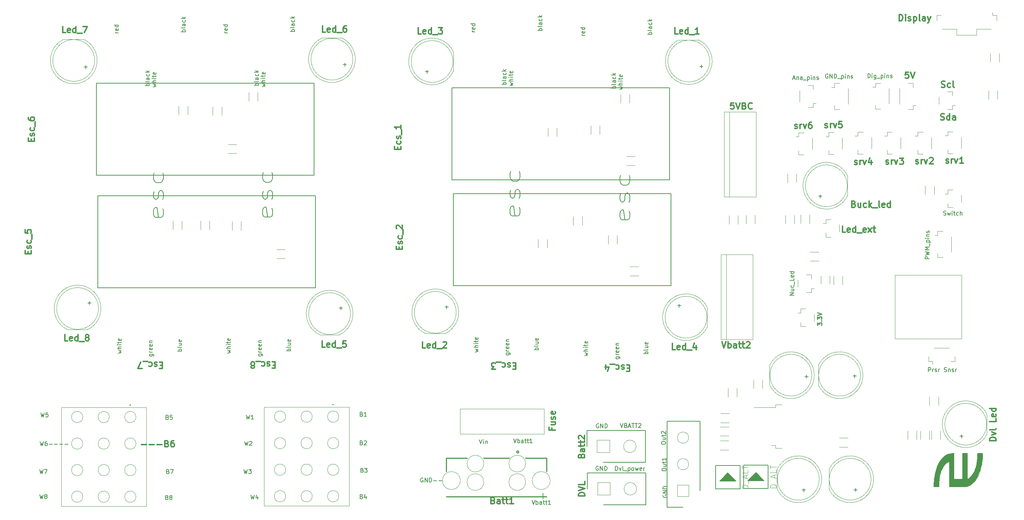
<source format=gbr>
G04 #@! TF.GenerationSoftware,KiCad,Pcbnew,5.1.2-f72e74a~84~ubuntu16.04.1*
G04 #@! TF.CreationDate,2019-05-07T21:52:54+05:30*
G04 #@! TF.ProjectId,MasterPcb,4d617374-6572-4506-9362-2e6b69636164,rev?*
G04 #@! TF.SameCoordinates,Original*
G04 #@! TF.FileFunction,Legend,Top*
G04 #@! TF.FilePolarity,Positive*
%FSLAX46Y46*%
G04 Gerber Fmt 4.6, Leading zero omitted, Abs format (unit mm)*
G04 Created by KiCad (PCBNEW 5.1.2-f72e74a~84~ubuntu16.04.1) date 2019-05-07 21:52:54*
%MOMM*%
%LPD*%
G04 APERTURE LIST*
%ADD10C,0.150000*%
%ADD11C,0.300000*%
%ADD12C,0.170000*%
%ADD13C,0.200000*%
%ADD14C,0.250000*%
%ADD15C,0.010000*%
%ADD16C,0.120000*%
%ADD17C,0.127000*%
%ADD18C,0.100000*%
%ADD19C,0.254000*%
%ADD20C,0.050000*%
G04 APERTURE END LIST*
D10*
X225929047Y-108671428D02*
X226690952Y-108671428D01*
X226310000Y-109052380D02*
X226310000Y-108290476D01*
X214399047Y-108771428D02*
X215160952Y-108771428D01*
X214780000Y-109152380D02*
X214780000Y-108390476D01*
X226139047Y-135881428D02*
X226900952Y-135881428D01*
X226520000Y-136262380D02*
X226520000Y-135500476D01*
X213789047Y-135901428D02*
X214550952Y-135901428D01*
X214170000Y-136282380D02*
X214170000Y-135520476D01*
X251459047Y-123041428D02*
X252220952Y-123041428D01*
X251840000Y-123422380D02*
X251840000Y-122660476D01*
X217719047Y-65651428D02*
X218480952Y-65651428D01*
X218100000Y-66032380D02*
X218100000Y-65270476D01*
X189319047Y-34631428D02*
X190080952Y-34631428D01*
X189700000Y-35012380D02*
X189700000Y-34250476D01*
X184019047Y-91821428D02*
X184780952Y-91821428D01*
X184400000Y-92202380D02*
X184400000Y-91440476D01*
X128489047Y-92131428D02*
X129250952Y-92131428D01*
X128870000Y-92512380D02*
X128870000Y-91750476D01*
X123799047Y-35841428D02*
X124560952Y-35841428D01*
X124180000Y-36222380D02*
X124180000Y-35460476D01*
X104159047Y-34131428D02*
X104920952Y-34131428D01*
X104540000Y-34512380D02*
X104540000Y-33750476D01*
X42259047Y-34761428D02*
X43020952Y-34761428D01*
X42640000Y-35142380D02*
X42640000Y-34380476D01*
X43139047Y-91171428D02*
X43900952Y-91171428D01*
X43520000Y-91552380D02*
X43520000Y-90790476D01*
X103209047Y-92391428D02*
X103970952Y-92391428D01*
X103590000Y-92772380D02*
X103590000Y-92010476D01*
X180132380Y-124729523D02*
X180132380Y-124539047D01*
X180180000Y-124443809D01*
X180275238Y-124348571D01*
X180465714Y-124300952D01*
X180799047Y-124300952D01*
X180989523Y-124348571D01*
X181084761Y-124443809D01*
X181132380Y-124539047D01*
X181132380Y-124729523D01*
X181084761Y-124824761D01*
X180989523Y-124920000D01*
X180799047Y-124967619D01*
X180465714Y-124967619D01*
X180275238Y-124920000D01*
X180180000Y-124824761D01*
X180132380Y-124729523D01*
X180465714Y-123443809D02*
X181132380Y-123443809D01*
X180465714Y-123872380D02*
X180989523Y-123872380D01*
X181084761Y-123824761D01*
X181132380Y-123729523D01*
X181132380Y-123586666D01*
X181084761Y-123491428D01*
X181037142Y-123443809D01*
X180465714Y-123110476D02*
X180465714Y-122729523D01*
X180132380Y-122967619D02*
X180989523Y-122967619D01*
X181084761Y-122920000D01*
X181132380Y-122824761D01*
X181132380Y-122729523D01*
X180227619Y-122443809D02*
X180180000Y-122396190D01*
X180132380Y-122300952D01*
X180132380Y-122062857D01*
X180180000Y-121967619D01*
X180227619Y-121920000D01*
X180322857Y-121872380D01*
X180418095Y-121872380D01*
X180560952Y-121920000D01*
X181132380Y-122491428D01*
X181132380Y-121872380D01*
X180282380Y-131129523D02*
X180282380Y-130939047D01*
X180330000Y-130843809D01*
X180425238Y-130748571D01*
X180615714Y-130700952D01*
X180949047Y-130700952D01*
X181139523Y-130748571D01*
X181234761Y-130843809D01*
X181282380Y-130939047D01*
X181282380Y-131129523D01*
X181234761Y-131224761D01*
X181139523Y-131320000D01*
X180949047Y-131367619D01*
X180615714Y-131367619D01*
X180425238Y-131320000D01*
X180330000Y-131224761D01*
X180282380Y-131129523D01*
X180615714Y-129843809D02*
X181282380Y-129843809D01*
X180615714Y-130272380D02*
X181139523Y-130272380D01*
X181234761Y-130224761D01*
X181282380Y-130129523D01*
X181282380Y-129986666D01*
X181234761Y-129891428D01*
X181187142Y-129843809D01*
X180615714Y-129510476D02*
X180615714Y-129129523D01*
X180282380Y-129367619D02*
X181139523Y-129367619D01*
X181234761Y-129320000D01*
X181282380Y-129224761D01*
X181282380Y-129129523D01*
X181282380Y-128272380D02*
X181282380Y-128843809D01*
X181282380Y-128558095D02*
X180282380Y-128558095D01*
X180425238Y-128653333D01*
X180520476Y-128748571D01*
X180568095Y-128843809D01*
X180570000Y-137141904D02*
X180522380Y-137237142D01*
X180522380Y-137380000D01*
X180570000Y-137522857D01*
X180665238Y-137618095D01*
X180760476Y-137665714D01*
X180950952Y-137713333D01*
X181093809Y-137713333D01*
X181284285Y-137665714D01*
X181379523Y-137618095D01*
X181474761Y-137522857D01*
X181522380Y-137380000D01*
X181522380Y-137284761D01*
X181474761Y-137141904D01*
X181427142Y-137094285D01*
X181093809Y-137094285D01*
X181093809Y-137284761D01*
X181522380Y-136665714D02*
X180522380Y-136665714D01*
X181522380Y-136094285D01*
X180522380Y-136094285D01*
X181522380Y-135618095D02*
X180522380Y-135618095D01*
X180522380Y-135380000D01*
X180570000Y-135237142D01*
X180665238Y-135141904D01*
X180760476Y-135094285D01*
X180950952Y-135046666D01*
X181093809Y-135046666D01*
X181284285Y-135094285D01*
X181379523Y-135141904D01*
X181474761Y-135237142D01*
X181522380Y-135380000D01*
X181522380Y-135618095D01*
X169157619Y-131252380D02*
X169157619Y-130252380D01*
X169395714Y-130252380D01*
X169538571Y-130300000D01*
X169633809Y-130395238D01*
X169681428Y-130490476D01*
X169729047Y-130680952D01*
X169729047Y-130823809D01*
X169681428Y-131014285D01*
X169633809Y-131109523D01*
X169538571Y-131204761D01*
X169395714Y-131252380D01*
X169157619Y-131252380D01*
X170062380Y-130585714D02*
X170300476Y-131252380D01*
X170538571Y-130585714D01*
X171062380Y-131252380D02*
X170967142Y-131204761D01*
X170919523Y-131109523D01*
X170919523Y-130252380D01*
X171205238Y-131347619D02*
X171967142Y-131347619D01*
X172205238Y-130585714D02*
X172205238Y-131585714D01*
X172205238Y-130633333D02*
X172300476Y-130585714D01*
X172490952Y-130585714D01*
X172586190Y-130633333D01*
X172633809Y-130680952D01*
X172681428Y-130776190D01*
X172681428Y-131061904D01*
X172633809Y-131157142D01*
X172586190Y-131204761D01*
X172490952Y-131252380D01*
X172300476Y-131252380D01*
X172205238Y-131204761D01*
X173252857Y-131252380D02*
X173157619Y-131204761D01*
X173110000Y-131157142D01*
X173062380Y-131061904D01*
X173062380Y-130776190D01*
X173110000Y-130680952D01*
X173157619Y-130633333D01*
X173252857Y-130585714D01*
X173395714Y-130585714D01*
X173490952Y-130633333D01*
X173538571Y-130680952D01*
X173586190Y-130776190D01*
X173586190Y-131061904D01*
X173538571Y-131157142D01*
X173490952Y-131204761D01*
X173395714Y-131252380D01*
X173252857Y-131252380D01*
X173919523Y-130585714D02*
X174110000Y-131252380D01*
X174300476Y-130776190D01*
X174490952Y-131252380D01*
X174681428Y-130585714D01*
X175443333Y-131204761D02*
X175348095Y-131252380D01*
X175157619Y-131252380D01*
X175062380Y-131204761D01*
X175014761Y-131109523D01*
X175014761Y-130728571D01*
X175062380Y-130633333D01*
X175157619Y-130585714D01*
X175348095Y-130585714D01*
X175443333Y-130633333D01*
X175490952Y-130728571D01*
X175490952Y-130823809D01*
X175014761Y-130919047D01*
X175919523Y-131252380D02*
X175919523Y-130585714D01*
X175919523Y-130776190D02*
X175967142Y-130680952D01*
X176014761Y-130633333D01*
X176110000Y-130585714D01*
X176205238Y-130585714D01*
X170350000Y-119982380D02*
X170683333Y-120982380D01*
X171016666Y-119982380D01*
X171683333Y-120458571D02*
X171826190Y-120506190D01*
X171873809Y-120553809D01*
X171921428Y-120649047D01*
X171921428Y-120791904D01*
X171873809Y-120887142D01*
X171826190Y-120934761D01*
X171730952Y-120982380D01*
X171350000Y-120982380D01*
X171350000Y-119982380D01*
X171683333Y-119982380D01*
X171778571Y-120030000D01*
X171826190Y-120077619D01*
X171873809Y-120172857D01*
X171873809Y-120268095D01*
X171826190Y-120363333D01*
X171778571Y-120410952D01*
X171683333Y-120458571D01*
X171350000Y-120458571D01*
X172302380Y-120696666D02*
X172778571Y-120696666D01*
X172207142Y-120982380D02*
X172540476Y-119982380D01*
X172873809Y-120982380D01*
X173064285Y-119982380D02*
X173635714Y-119982380D01*
X173350000Y-120982380D02*
X173350000Y-119982380D01*
X173826190Y-119982380D02*
X174397619Y-119982380D01*
X174111904Y-120982380D02*
X174111904Y-119982380D01*
X174683333Y-120077619D02*
X174730952Y-120030000D01*
X174826190Y-119982380D01*
X175064285Y-119982380D01*
X175159523Y-120030000D01*
X175207142Y-120077619D01*
X175254761Y-120172857D01*
X175254761Y-120268095D01*
X175207142Y-120410952D01*
X174635714Y-120982380D01*
X175254761Y-120982380D01*
X165058095Y-130265000D02*
X164962857Y-130217380D01*
X164820000Y-130217380D01*
X164677142Y-130265000D01*
X164581904Y-130360238D01*
X164534285Y-130455476D01*
X164486666Y-130645952D01*
X164486666Y-130788809D01*
X164534285Y-130979285D01*
X164581904Y-131074523D01*
X164677142Y-131169761D01*
X164820000Y-131217380D01*
X164915238Y-131217380D01*
X165058095Y-131169761D01*
X165105714Y-131122142D01*
X165105714Y-130788809D01*
X164915238Y-130788809D01*
X165534285Y-131217380D02*
X165534285Y-130217380D01*
X166105714Y-131217380D01*
X166105714Y-130217380D01*
X166581904Y-131217380D02*
X166581904Y-130217380D01*
X166820000Y-130217380D01*
X166962857Y-130265000D01*
X167058095Y-130360238D01*
X167105714Y-130455476D01*
X167153333Y-130645952D01*
X167153333Y-130788809D01*
X167105714Y-130979285D01*
X167058095Y-131074523D01*
X166962857Y-131169761D01*
X166820000Y-131217380D01*
X166581904Y-131217380D01*
X165138095Y-120110000D02*
X165042857Y-120062380D01*
X164900000Y-120062380D01*
X164757142Y-120110000D01*
X164661904Y-120205238D01*
X164614285Y-120300476D01*
X164566666Y-120490952D01*
X164566666Y-120633809D01*
X164614285Y-120824285D01*
X164661904Y-120919523D01*
X164757142Y-121014761D01*
X164900000Y-121062380D01*
X164995238Y-121062380D01*
X165138095Y-121014761D01*
X165185714Y-120967142D01*
X165185714Y-120633809D01*
X164995238Y-120633809D01*
X165614285Y-121062380D02*
X165614285Y-120062380D01*
X166185714Y-121062380D01*
X166185714Y-120062380D01*
X166661904Y-121062380D02*
X166661904Y-120062380D01*
X166900000Y-120062380D01*
X167042857Y-120110000D01*
X167138095Y-120205238D01*
X167185714Y-120300476D01*
X167233333Y-120490952D01*
X167233333Y-120633809D01*
X167185714Y-120824285D01*
X167138095Y-120919523D01*
X167042857Y-121014761D01*
X166900000Y-121062380D01*
X166661904Y-121062380D01*
X136636190Y-123842380D02*
X136969523Y-124842380D01*
X137302857Y-123842380D01*
X137636190Y-124842380D02*
X137636190Y-124175714D01*
X137636190Y-123842380D02*
X137588571Y-123890000D01*
X137636190Y-123937619D01*
X137683809Y-123890000D01*
X137636190Y-123842380D01*
X137636190Y-123937619D01*
X138112380Y-124175714D02*
X138112380Y-124842380D01*
X138112380Y-124270952D02*
X138160000Y-124223333D01*
X138255238Y-124175714D01*
X138398095Y-124175714D01*
X138493333Y-124223333D01*
X138540952Y-124318571D01*
X138540952Y-124842380D01*
X144834285Y-123662380D02*
X145167619Y-124662380D01*
X145500952Y-123662380D01*
X145834285Y-124662380D02*
X145834285Y-123662380D01*
X145834285Y-124043333D02*
X145929523Y-123995714D01*
X146120000Y-123995714D01*
X146215238Y-124043333D01*
X146262857Y-124090952D01*
X146310476Y-124186190D01*
X146310476Y-124471904D01*
X146262857Y-124567142D01*
X146215238Y-124614761D01*
X146120000Y-124662380D01*
X145929523Y-124662380D01*
X145834285Y-124614761D01*
X147167619Y-124662380D02*
X147167619Y-124138571D01*
X147120000Y-124043333D01*
X147024761Y-123995714D01*
X146834285Y-123995714D01*
X146739047Y-124043333D01*
X147167619Y-124614761D02*
X147072380Y-124662380D01*
X146834285Y-124662380D01*
X146739047Y-124614761D01*
X146691428Y-124519523D01*
X146691428Y-124424285D01*
X146739047Y-124329047D01*
X146834285Y-124281428D01*
X147072380Y-124281428D01*
X147167619Y-124233809D01*
X147500952Y-123995714D02*
X147881904Y-123995714D01*
X147643809Y-123662380D02*
X147643809Y-124519523D01*
X147691428Y-124614761D01*
X147786666Y-124662380D01*
X147881904Y-124662380D01*
X148072380Y-123995714D02*
X148453333Y-123995714D01*
X148215238Y-123662380D02*
X148215238Y-124519523D01*
X148262857Y-124614761D01*
X148358095Y-124662380D01*
X148453333Y-124662380D01*
X149310476Y-124662380D02*
X148739047Y-124662380D01*
X149024761Y-124662380D02*
X149024761Y-123662380D01*
X148929523Y-123805238D01*
X148834285Y-123900476D01*
X148739047Y-123948095D01*
X151880952Y-138050714D02*
X151880952Y-136622142D01*
X149214285Y-138367380D02*
X149547619Y-139367380D01*
X149880952Y-138367380D01*
X150214285Y-139367380D02*
X150214285Y-138367380D01*
X150214285Y-138748333D02*
X150309523Y-138700714D01*
X150500000Y-138700714D01*
X150595238Y-138748333D01*
X150642857Y-138795952D01*
X150690476Y-138891190D01*
X150690476Y-139176904D01*
X150642857Y-139272142D01*
X150595238Y-139319761D01*
X150500000Y-139367380D01*
X150309523Y-139367380D01*
X150214285Y-139319761D01*
X151547619Y-139367380D02*
X151547619Y-138843571D01*
X151500000Y-138748333D01*
X151404761Y-138700714D01*
X151214285Y-138700714D01*
X151119047Y-138748333D01*
X151547619Y-139319761D02*
X151452380Y-139367380D01*
X151214285Y-139367380D01*
X151119047Y-139319761D01*
X151071428Y-139224523D01*
X151071428Y-139129285D01*
X151119047Y-139034047D01*
X151214285Y-138986428D01*
X151452380Y-138986428D01*
X151547619Y-138938809D01*
X151880952Y-138700714D02*
X152261904Y-138700714D01*
X152023809Y-138367380D02*
X152023809Y-139224523D01*
X152071428Y-139319761D01*
X152166666Y-139367380D01*
X152261904Y-139367380D01*
X152452380Y-138700714D02*
X152833333Y-138700714D01*
X152595238Y-138367380D02*
X152595238Y-139224523D01*
X152642857Y-139319761D01*
X152738095Y-139367380D01*
X152833333Y-139367380D01*
X153690476Y-139367380D02*
X153119047Y-139367380D01*
X153404761Y-139367380D02*
X153404761Y-138367380D01*
X153309523Y-138510238D01*
X153214285Y-138605476D01*
X153119047Y-138653095D01*
X123180000Y-133085000D02*
X123084761Y-133037380D01*
X122941904Y-133037380D01*
X122799047Y-133085000D01*
X122703809Y-133180238D01*
X122656190Y-133275476D01*
X122608571Y-133465952D01*
X122608571Y-133608809D01*
X122656190Y-133799285D01*
X122703809Y-133894523D01*
X122799047Y-133989761D01*
X122941904Y-134037380D01*
X123037142Y-134037380D01*
X123180000Y-133989761D01*
X123227619Y-133942142D01*
X123227619Y-133608809D01*
X123037142Y-133608809D01*
X123656190Y-134037380D02*
X123656190Y-133037380D01*
X124227619Y-134037380D01*
X124227619Y-133037380D01*
X124703809Y-134037380D02*
X124703809Y-133037380D01*
X124941904Y-133037380D01*
X125084761Y-133085000D01*
X125180000Y-133180238D01*
X125227619Y-133275476D01*
X125275238Y-133465952D01*
X125275238Y-133608809D01*
X125227619Y-133799285D01*
X125180000Y-133894523D01*
X125084761Y-133989761D01*
X124941904Y-134037380D01*
X124703809Y-134037380D01*
X125703809Y-133656428D02*
X126465714Y-133656428D01*
X126941904Y-133656428D02*
X127703809Y-133656428D01*
X82065238Y-137112380D02*
X82303333Y-138112380D01*
X82493809Y-137398095D01*
X82684285Y-138112380D01*
X82922380Y-137112380D01*
X83731904Y-137445714D02*
X83731904Y-138112380D01*
X83493809Y-137064761D02*
X83255714Y-137779047D01*
X83874761Y-137779047D01*
X80425238Y-130962380D02*
X80663333Y-131962380D01*
X80853809Y-131248095D01*
X81044285Y-131962380D01*
X81282380Y-130962380D01*
X81568095Y-130962380D02*
X82187142Y-130962380D01*
X81853809Y-131343333D01*
X81996666Y-131343333D01*
X82091904Y-131390952D01*
X82139523Y-131438571D01*
X82187142Y-131533809D01*
X82187142Y-131771904D01*
X82139523Y-131867142D01*
X82091904Y-131914761D01*
X81996666Y-131962380D01*
X81710952Y-131962380D01*
X81615714Y-131914761D01*
X81568095Y-131867142D01*
X80555238Y-124272380D02*
X80793333Y-125272380D01*
X80983809Y-124558095D01*
X81174285Y-125272380D01*
X81412380Y-124272380D01*
X81745714Y-124367619D02*
X81793333Y-124320000D01*
X81888571Y-124272380D01*
X82126666Y-124272380D01*
X82221904Y-124320000D01*
X82269523Y-124367619D01*
X82317142Y-124462857D01*
X82317142Y-124558095D01*
X82269523Y-124700952D01*
X81698095Y-125272380D01*
X82317142Y-125272380D01*
X80965238Y-117982380D02*
X81203333Y-118982380D01*
X81393809Y-118268095D01*
X81584285Y-118982380D01*
X81822380Y-117982380D01*
X82727142Y-118982380D02*
X82155714Y-118982380D01*
X82441428Y-118982380D02*
X82441428Y-117982380D01*
X82346190Y-118125238D01*
X82250952Y-118220476D01*
X82155714Y-118268095D01*
X108535238Y-137458571D02*
X108678095Y-137506190D01*
X108725714Y-137553809D01*
X108773333Y-137649047D01*
X108773333Y-137791904D01*
X108725714Y-137887142D01*
X108678095Y-137934761D01*
X108582857Y-137982380D01*
X108201904Y-137982380D01*
X108201904Y-136982380D01*
X108535238Y-136982380D01*
X108630476Y-137030000D01*
X108678095Y-137077619D01*
X108725714Y-137172857D01*
X108725714Y-137268095D01*
X108678095Y-137363333D01*
X108630476Y-137410952D01*
X108535238Y-137458571D01*
X108201904Y-137458571D01*
X109630476Y-137315714D02*
X109630476Y-137982380D01*
X109392380Y-136934761D02*
X109154285Y-137649047D01*
X109773333Y-137649047D01*
X108665238Y-131168571D02*
X108808095Y-131216190D01*
X108855714Y-131263809D01*
X108903333Y-131359047D01*
X108903333Y-131501904D01*
X108855714Y-131597142D01*
X108808095Y-131644761D01*
X108712857Y-131692380D01*
X108331904Y-131692380D01*
X108331904Y-130692380D01*
X108665238Y-130692380D01*
X108760476Y-130740000D01*
X108808095Y-130787619D01*
X108855714Y-130882857D01*
X108855714Y-130978095D01*
X108808095Y-131073333D01*
X108760476Y-131120952D01*
X108665238Y-131168571D01*
X108331904Y-131168571D01*
X109236666Y-130692380D02*
X109855714Y-130692380D01*
X109522380Y-131073333D01*
X109665238Y-131073333D01*
X109760476Y-131120952D01*
X109808095Y-131168571D01*
X109855714Y-131263809D01*
X109855714Y-131501904D01*
X109808095Y-131597142D01*
X109760476Y-131644761D01*
X109665238Y-131692380D01*
X109379523Y-131692380D01*
X109284285Y-131644761D01*
X109236666Y-131597142D01*
X108535238Y-124608571D02*
X108678095Y-124656190D01*
X108725714Y-124703809D01*
X108773333Y-124799047D01*
X108773333Y-124941904D01*
X108725714Y-125037142D01*
X108678095Y-125084761D01*
X108582857Y-125132380D01*
X108201904Y-125132380D01*
X108201904Y-124132380D01*
X108535238Y-124132380D01*
X108630476Y-124180000D01*
X108678095Y-124227619D01*
X108725714Y-124322857D01*
X108725714Y-124418095D01*
X108678095Y-124513333D01*
X108630476Y-124560952D01*
X108535238Y-124608571D01*
X108201904Y-124608571D01*
X109154285Y-124227619D02*
X109201904Y-124180000D01*
X109297142Y-124132380D01*
X109535238Y-124132380D01*
X109630476Y-124180000D01*
X109678095Y-124227619D01*
X109725714Y-124322857D01*
X109725714Y-124418095D01*
X109678095Y-124560952D01*
X109106666Y-125132380D01*
X109725714Y-125132380D01*
X108535238Y-117778571D02*
X108678095Y-117826190D01*
X108725714Y-117873809D01*
X108773333Y-117969047D01*
X108773333Y-118111904D01*
X108725714Y-118207142D01*
X108678095Y-118254761D01*
X108582857Y-118302380D01*
X108201904Y-118302380D01*
X108201904Y-117302380D01*
X108535238Y-117302380D01*
X108630476Y-117350000D01*
X108678095Y-117397619D01*
X108725714Y-117492857D01*
X108725714Y-117588095D01*
X108678095Y-117683333D01*
X108630476Y-117730952D01*
X108535238Y-117778571D01*
X108201904Y-117778571D01*
X109725714Y-118302380D02*
X109154285Y-118302380D01*
X109440000Y-118302380D02*
X109440000Y-117302380D01*
X109344761Y-117445238D01*
X109249523Y-117540476D01*
X109154285Y-117588095D01*
X31625238Y-136982380D02*
X31863333Y-137982380D01*
X32053809Y-137268095D01*
X32244285Y-137982380D01*
X32482380Y-136982380D01*
X33006190Y-137410952D02*
X32910952Y-137363333D01*
X32863333Y-137315714D01*
X32815714Y-137220476D01*
X32815714Y-137172857D01*
X32863333Y-137077619D01*
X32910952Y-137030000D01*
X33006190Y-136982380D01*
X33196666Y-136982380D01*
X33291904Y-137030000D01*
X33339523Y-137077619D01*
X33387142Y-137172857D01*
X33387142Y-137220476D01*
X33339523Y-137315714D01*
X33291904Y-137363333D01*
X33196666Y-137410952D01*
X33006190Y-137410952D01*
X32910952Y-137458571D01*
X32863333Y-137506190D01*
X32815714Y-137601428D01*
X32815714Y-137791904D01*
X32863333Y-137887142D01*
X32910952Y-137934761D01*
X33006190Y-137982380D01*
X33196666Y-137982380D01*
X33291904Y-137934761D01*
X33339523Y-137887142D01*
X33387142Y-137791904D01*
X33387142Y-137601428D01*
X33339523Y-137506190D01*
X33291904Y-137458571D01*
X33196666Y-137410952D01*
X31625238Y-130962380D02*
X31863333Y-131962380D01*
X32053809Y-131248095D01*
X32244285Y-131962380D01*
X32482380Y-130962380D01*
X32768095Y-130962380D02*
X33434761Y-130962380D01*
X33006190Y-131962380D01*
X31709047Y-124317380D02*
X31947142Y-125317380D01*
X32137619Y-124603095D01*
X32328095Y-125317380D01*
X32566190Y-124317380D01*
X33375714Y-124317380D02*
X33185238Y-124317380D01*
X33090000Y-124365000D01*
X33042380Y-124412619D01*
X32947142Y-124555476D01*
X32899523Y-124745952D01*
X32899523Y-125126904D01*
X32947142Y-125222142D01*
X32994761Y-125269761D01*
X33090000Y-125317380D01*
X33280476Y-125317380D01*
X33375714Y-125269761D01*
X33423333Y-125222142D01*
X33470952Y-125126904D01*
X33470952Y-124888809D01*
X33423333Y-124793571D01*
X33375714Y-124745952D01*
X33280476Y-124698333D01*
X33090000Y-124698333D01*
X32994761Y-124745952D01*
X32947142Y-124793571D01*
X32899523Y-124888809D01*
X33899523Y-124936428D02*
X34661428Y-124936428D01*
X35137619Y-124936428D02*
X35899523Y-124936428D01*
X36375714Y-124936428D02*
X37137619Y-124936428D01*
X37613809Y-124936428D02*
X38375714Y-124936428D01*
X31895238Y-117432380D02*
X32133333Y-118432380D01*
X32323809Y-117718095D01*
X32514285Y-118432380D01*
X32752380Y-117432380D01*
X33609523Y-117432380D02*
X33133333Y-117432380D01*
X33085714Y-117908571D01*
X33133333Y-117860952D01*
X33228571Y-117813333D01*
X33466666Y-117813333D01*
X33561904Y-117860952D01*
X33609523Y-117908571D01*
X33657142Y-118003809D01*
X33657142Y-118241904D01*
X33609523Y-118337142D01*
X33561904Y-118384761D01*
X33466666Y-118432380D01*
X33228571Y-118432380D01*
X33133333Y-118384761D01*
X33085714Y-118337142D01*
X62145238Y-118528571D02*
X62288095Y-118576190D01*
X62335714Y-118623809D01*
X62383333Y-118719047D01*
X62383333Y-118861904D01*
X62335714Y-118957142D01*
X62288095Y-119004761D01*
X62192857Y-119052380D01*
X61811904Y-119052380D01*
X61811904Y-118052380D01*
X62145238Y-118052380D01*
X62240476Y-118100000D01*
X62288095Y-118147619D01*
X62335714Y-118242857D01*
X62335714Y-118338095D01*
X62288095Y-118433333D01*
X62240476Y-118480952D01*
X62145238Y-118528571D01*
X61811904Y-118528571D01*
X63288095Y-118052380D02*
X62811904Y-118052380D01*
X62764285Y-118528571D01*
X62811904Y-118480952D01*
X62907142Y-118433333D01*
X63145238Y-118433333D01*
X63240476Y-118480952D01*
X63288095Y-118528571D01*
X63335714Y-118623809D01*
X63335714Y-118861904D01*
X63288095Y-118957142D01*
X63240476Y-119004761D01*
X63145238Y-119052380D01*
X62907142Y-119052380D01*
X62811904Y-119004761D01*
X62764285Y-118957142D01*
X62075238Y-137698571D02*
X62218095Y-137746190D01*
X62265714Y-137793809D01*
X62313333Y-137889047D01*
X62313333Y-138031904D01*
X62265714Y-138127142D01*
X62218095Y-138174761D01*
X62122857Y-138222380D01*
X61741904Y-138222380D01*
X61741904Y-137222380D01*
X62075238Y-137222380D01*
X62170476Y-137270000D01*
X62218095Y-137317619D01*
X62265714Y-137412857D01*
X62265714Y-137508095D01*
X62218095Y-137603333D01*
X62170476Y-137650952D01*
X62075238Y-137698571D01*
X61741904Y-137698571D01*
X62884761Y-137650952D02*
X62789523Y-137603333D01*
X62741904Y-137555714D01*
X62694285Y-137460476D01*
X62694285Y-137412857D01*
X62741904Y-137317619D01*
X62789523Y-137270000D01*
X62884761Y-137222380D01*
X63075238Y-137222380D01*
X63170476Y-137270000D01*
X63218095Y-137317619D01*
X63265714Y-137412857D01*
X63265714Y-137460476D01*
X63218095Y-137555714D01*
X63170476Y-137603333D01*
X63075238Y-137650952D01*
X62884761Y-137650952D01*
X62789523Y-137698571D01*
X62741904Y-137746190D01*
X62694285Y-137841428D01*
X62694285Y-138031904D01*
X62741904Y-138127142D01*
X62789523Y-138174761D01*
X62884761Y-138222380D01*
X63075238Y-138222380D01*
X63170476Y-138174761D01*
X63218095Y-138127142D01*
X63265714Y-138031904D01*
X63265714Y-137841428D01*
X63218095Y-137746190D01*
X63170476Y-137698571D01*
X63075238Y-137650952D01*
X62295238Y-131488571D02*
X62438095Y-131536190D01*
X62485714Y-131583809D01*
X62533333Y-131679047D01*
X62533333Y-131821904D01*
X62485714Y-131917142D01*
X62438095Y-131964761D01*
X62342857Y-132012380D01*
X61961904Y-132012380D01*
X61961904Y-131012380D01*
X62295238Y-131012380D01*
X62390476Y-131060000D01*
X62438095Y-131107619D01*
X62485714Y-131202857D01*
X62485714Y-131298095D01*
X62438095Y-131393333D01*
X62390476Y-131440952D01*
X62295238Y-131488571D01*
X61961904Y-131488571D01*
X62866666Y-131012380D02*
X63533333Y-131012380D01*
X63104761Y-132012380D01*
D11*
X55957142Y-125037142D02*
X57100000Y-125037142D01*
X57814285Y-125037142D02*
X58957142Y-125037142D01*
X59671428Y-125037142D02*
X60814285Y-125037142D01*
X62028571Y-124822857D02*
X62242857Y-124894285D01*
X62314285Y-124965714D01*
X62385714Y-125108571D01*
X62385714Y-125322857D01*
X62314285Y-125465714D01*
X62242857Y-125537142D01*
X62100000Y-125608571D01*
X61528571Y-125608571D01*
X61528571Y-124108571D01*
X62028571Y-124108571D01*
X62171428Y-124180000D01*
X62242857Y-124251428D01*
X62314285Y-124394285D01*
X62314285Y-124537142D01*
X62242857Y-124680000D01*
X62171428Y-124751428D01*
X62028571Y-124822857D01*
X61528571Y-124822857D01*
X63671428Y-124108571D02*
X63385714Y-124108571D01*
X63242857Y-124180000D01*
X63171428Y-124251428D01*
X63028571Y-124465714D01*
X62957142Y-124751428D01*
X62957142Y-125322857D01*
X63028571Y-125465714D01*
X63100000Y-125537142D01*
X63242857Y-125608571D01*
X63528571Y-125608571D01*
X63671428Y-125537142D01*
X63742857Y-125465714D01*
X63814285Y-125322857D01*
X63814285Y-124965714D01*
X63742857Y-124822857D01*
X63671428Y-124751428D01*
X63528571Y-124680000D01*
X63242857Y-124680000D01*
X63100000Y-124751428D01*
X63028571Y-124822857D01*
X62957142Y-124965714D01*
X183480342Y-102329371D02*
X182766057Y-102329371D01*
X182766057Y-100829371D01*
X184551771Y-102257942D02*
X184408914Y-102329371D01*
X184123200Y-102329371D01*
X183980342Y-102257942D01*
X183908914Y-102115085D01*
X183908914Y-101543657D01*
X183980342Y-101400800D01*
X184123200Y-101329371D01*
X184408914Y-101329371D01*
X184551771Y-101400800D01*
X184623200Y-101543657D01*
X184623200Y-101686514D01*
X183908914Y-101829371D01*
X185908914Y-102329371D02*
X185908914Y-100829371D01*
X185908914Y-102257942D02*
X185766057Y-102329371D01*
X185480342Y-102329371D01*
X185337485Y-102257942D01*
X185266057Y-102186514D01*
X185194628Y-102043657D01*
X185194628Y-101615085D01*
X185266057Y-101472228D01*
X185337485Y-101400800D01*
X185480342Y-101329371D01*
X185766057Y-101329371D01*
X185908914Y-101400800D01*
X186266057Y-102472228D02*
X187408914Y-102472228D01*
X188408914Y-101329371D02*
X188408914Y-102329371D01*
X188051771Y-100757942D02*
X187694628Y-101829371D01*
X188623200Y-101829371D01*
X123790342Y-101973771D02*
X123076057Y-101973771D01*
X123076057Y-100473771D01*
X124861771Y-101902342D02*
X124718914Y-101973771D01*
X124433200Y-101973771D01*
X124290342Y-101902342D01*
X124218914Y-101759485D01*
X124218914Y-101188057D01*
X124290342Y-101045200D01*
X124433200Y-100973771D01*
X124718914Y-100973771D01*
X124861771Y-101045200D01*
X124933200Y-101188057D01*
X124933200Y-101330914D01*
X124218914Y-101473771D01*
X126218914Y-101973771D02*
X126218914Y-100473771D01*
X126218914Y-101902342D02*
X126076057Y-101973771D01*
X125790342Y-101973771D01*
X125647485Y-101902342D01*
X125576057Y-101830914D01*
X125504628Y-101688057D01*
X125504628Y-101259485D01*
X125576057Y-101116628D01*
X125647485Y-101045200D01*
X125790342Y-100973771D01*
X126076057Y-100973771D01*
X126218914Y-101045200D01*
X126576057Y-102116628D02*
X127718914Y-102116628D01*
X128004628Y-100616628D02*
X128076057Y-100545200D01*
X128218914Y-100473771D01*
X128576057Y-100473771D01*
X128718914Y-100545200D01*
X128790342Y-100616628D01*
X128861771Y-100759485D01*
X128861771Y-100902342D01*
X128790342Y-101116628D01*
X127933200Y-101973771D01*
X128861771Y-101973771D01*
X122774342Y-26840571D02*
X122060057Y-26840571D01*
X122060057Y-25340571D01*
X123845771Y-26769142D02*
X123702914Y-26840571D01*
X123417200Y-26840571D01*
X123274342Y-26769142D01*
X123202914Y-26626285D01*
X123202914Y-26054857D01*
X123274342Y-25912000D01*
X123417200Y-25840571D01*
X123702914Y-25840571D01*
X123845771Y-25912000D01*
X123917200Y-26054857D01*
X123917200Y-26197714D01*
X123202914Y-26340571D01*
X125202914Y-26840571D02*
X125202914Y-25340571D01*
X125202914Y-26769142D02*
X125060057Y-26840571D01*
X124774342Y-26840571D01*
X124631485Y-26769142D01*
X124560057Y-26697714D01*
X124488628Y-26554857D01*
X124488628Y-26126285D01*
X124560057Y-25983428D01*
X124631485Y-25912000D01*
X124774342Y-25840571D01*
X125060057Y-25840571D01*
X125202914Y-25912000D01*
X125560057Y-26983428D02*
X126702914Y-26983428D01*
X126917200Y-25340571D02*
X127845771Y-25340571D01*
X127345771Y-25912000D01*
X127560057Y-25912000D01*
X127702914Y-25983428D01*
X127774342Y-26054857D01*
X127845771Y-26197714D01*
X127845771Y-26554857D01*
X127774342Y-26697714D01*
X127702914Y-26769142D01*
X127560057Y-26840571D01*
X127131485Y-26840571D01*
X126988628Y-26769142D01*
X126917200Y-26697714D01*
X184089942Y-26840571D02*
X183375657Y-26840571D01*
X183375657Y-25340571D01*
X185161371Y-26769142D02*
X185018514Y-26840571D01*
X184732800Y-26840571D01*
X184589942Y-26769142D01*
X184518514Y-26626285D01*
X184518514Y-26054857D01*
X184589942Y-25912000D01*
X184732800Y-25840571D01*
X185018514Y-25840571D01*
X185161371Y-25912000D01*
X185232800Y-26054857D01*
X185232800Y-26197714D01*
X184518514Y-26340571D01*
X186518514Y-26840571D02*
X186518514Y-25340571D01*
X186518514Y-26769142D02*
X186375657Y-26840571D01*
X186089942Y-26840571D01*
X185947085Y-26769142D01*
X185875657Y-26697714D01*
X185804228Y-26554857D01*
X185804228Y-26126285D01*
X185875657Y-25983428D01*
X185947085Y-25912000D01*
X186089942Y-25840571D01*
X186375657Y-25840571D01*
X186518514Y-25912000D01*
X186875657Y-26983428D02*
X188018514Y-26983428D01*
X189161371Y-26840571D02*
X188304228Y-26840571D01*
X188732800Y-26840571D02*
X188732800Y-25340571D01*
X188589942Y-25554857D01*
X188447085Y-25697714D01*
X188304228Y-25769142D01*
X38344742Y-100246571D02*
X37630457Y-100246571D01*
X37630457Y-98746571D01*
X39416171Y-100175142D02*
X39273314Y-100246571D01*
X38987600Y-100246571D01*
X38844742Y-100175142D01*
X38773314Y-100032285D01*
X38773314Y-99460857D01*
X38844742Y-99318000D01*
X38987600Y-99246571D01*
X39273314Y-99246571D01*
X39416171Y-99318000D01*
X39487600Y-99460857D01*
X39487600Y-99603714D01*
X38773314Y-99746571D01*
X40773314Y-100246571D02*
X40773314Y-98746571D01*
X40773314Y-100175142D02*
X40630457Y-100246571D01*
X40344742Y-100246571D01*
X40201885Y-100175142D01*
X40130457Y-100103714D01*
X40059028Y-99960857D01*
X40059028Y-99532285D01*
X40130457Y-99389428D01*
X40201885Y-99318000D01*
X40344742Y-99246571D01*
X40630457Y-99246571D01*
X40773314Y-99318000D01*
X41130457Y-100389428D02*
X42273314Y-100389428D01*
X42844742Y-99389428D02*
X42701885Y-99318000D01*
X42630457Y-99246571D01*
X42559028Y-99103714D01*
X42559028Y-99032285D01*
X42630457Y-98889428D01*
X42701885Y-98818000D01*
X42844742Y-98746571D01*
X43130457Y-98746571D01*
X43273314Y-98818000D01*
X43344742Y-98889428D01*
X43416171Y-99032285D01*
X43416171Y-99103714D01*
X43344742Y-99246571D01*
X43273314Y-99318000D01*
X43130457Y-99389428D01*
X42844742Y-99389428D01*
X42701885Y-99460857D01*
X42630457Y-99532285D01*
X42559028Y-99675142D01*
X42559028Y-99960857D01*
X42630457Y-100103714D01*
X42701885Y-100175142D01*
X42844742Y-100246571D01*
X43130457Y-100246571D01*
X43273314Y-100175142D01*
X43344742Y-100103714D01*
X43416171Y-99960857D01*
X43416171Y-99675142D01*
X43344742Y-99532285D01*
X43273314Y-99460857D01*
X43130457Y-99389428D01*
X99812742Y-101770571D02*
X99098457Y-101770571D01*
X99098457Y-100270571D01*
X100884171Y-101699142D02*
X100741314Y-101770571D01*
X100455600Y-101770571D01*
X100312742Y-101699142D01*
X100241314Y-101556285D01*
X100241314Y-100984857D01*
X100312742Y-100842000D01*
X100455600Y-100770571D01*
X100741314Y-100770571D01*
X100884171Y-100842000D01*
X100955600Y-100984857D01*
X100955600Y-101127714D01*
X100241314Y-101270571D01*
X102241314Y-101770571D02*
X102241314Y-100270571D01*
X102241314Y-101699142D02*
X102098457Y-101770571D01*
X101812742Y-101770571D01*
X101669885Y-101699142D01*
X101598457Y-101627714D01*
X101527028Y-101484857D01*
X101527028Y-101056285D01*
X101598457Y-100913428D01*
X101669885Y-100842000D01*
X101812742Y-100770571D01*
X102098457Y-100770571D01*
X102241314Y-100842000D01*
X102598457Y-101913428D02*
X103741314Y-101913428D01*
X104812742Y-100270571D02*
X104098457Y-100270571D01*
X104027028Y-100984857D01*
X104098457Y-100913428D01*
X104241314Y-100842000D01*
X104598457Y-100842000D01*
X104741314Y-100913428D01*
X104812742Y-100984857D01*
X104884171Y-101127714D01*
X104884171Y-101484857D01*
X104812742Y-101627714D01*
X104741314Y-101699142D01*
X104598457Y-101770571D01*
X104241314Y-101770571D01*
X104098457Y-101699142D01*
X104027028Y-101627714D01*
X99914342Y-26383371D02*
X99200057Y-26383371D01*
X99200057Y-24883371D01*
X100985771Y-26311942D02*
X100842914Y-26383371D01*
X100557200Y-26383371D01*
X100414342Y-26311942D01*
X100342914Y-26169085D01*
X100342914Y-25597657D01*
X100414342Y-25454800D01*
X100557200Y-25383371D01*
X100842914Y-25383371D01*
X100985771Y-25454800D01*
X101057200Y-25597657D01*
X101057200Y-25740514D01*
X100342914Y-25883371D01*
X102342914Y-26383371D02*
X102342914Y-24883371D01*
X102342914Y-26311942D02*
X102200057Y-26383371D01*
X101914342Y-26383371D01*
X101771485Y-26311942D01*
X101700057Y-26240514D01*
X101628628Y-26097657D01*
X101628628Y-25669085D01*
X101700057Y-25526228D01*
X101771485Y-25454800D01*
X101914342Y-25383371D01*
X102200057Y-25383371D01*
X102342914Y-25454800D01*
X102700057Y-26526228D02*
X103842914Y-26526228D01*
X104842914Y-24883371D02*
X104557200Y-24883371D01*
X104414342Y-24954800D01*
X104342914Y-25026228D01*
X104200057Y-25240514D01*
X104128628Y-25526228D01*
X104128628Y-26097657D01*
X104200057Y-26240514D01*
X104271485Y-26311942D01*
X104414342Y-26383371D01*
X104700057Y-26383371D01*
X104842914Y-26311942D01*
X104914342Y-26240514D01*
X104985771Y-26097657D01*
X104985771Y-25740514D01*
X104914342Y-25597657D01*
X104842914Y-25526228D01*
X104700057Y-25454800D01*
X104414342Y-25454800D01*
X104271485Y-25526228D01*
X104200057Y-25597657D01*
X104128628Y-25740514D01*
X37836742Y-26535771D02*
X37122457Y-26535771D01*
X37122457Y-25035771D01*
X38908171Y-26464342D02*
X38765314Y-26535771D01*
X38479600Y-26535771D01*
X38336742Y-26464342D01*
X38265314Y-26321485D01*
X38265314Y-25750057D01*
X38336742Y-25607200D01*
X38479600Y-25535771D01*
X38765314Y-25535771D01*
X38908171Y-25607200D01*
X38979600Y-25750057D01*
X38979600Y-25892914D01*
X38265314Y-26035771D01*
X40265314Y-26535771D02*
X40265314Y-25035771D01*
X40265314Y-26464342D02*
X40122457Y-26535771D01*
X39836742Y-26535771D01*
X39693885Y-26464342D01*
X39622457Y-26392914D01*
X39551028Y-26250057D01*
X39551028Y-25821485D01*
X39622457Y-25678628D01*
X39693885Y-25607200D01*
X39836742Y-25535771D01*
X40122457Y-25535771D01*
X40265314Y-25607200D01*
X40622457Y-26678628D02*
X41765314Y-26678628D01*
X41979600Y-25035771D02*
X42979600Y-25035771D01*
X42336742Y-26535771D01*
X87896342Y-106075942D02*
X87396342Y-106075942D01*
X87182057Y-105290228D02*
X87896342Y-105290228D01*
X87896342Y-106790228D01*
X87182057Y-106790228D01*
X86610628Y-105361657D02*
X86467771Y-105290228D01*
X86182057Y-105290228D01*
X86039200Y-105361657D01*
X85967771Y-105504514D01*
X85967771Y-105575942D01*
X86039200Y-105718800D01*
X86182057Y-105790228D01*
X86396342Y-105790228D01*
X86539200Y-105861657D01*
X86610628Y-106004514D01*
X86610628Y-106075942D01*
X86539200Y-106218800D01*
X86396342Y-106290228D01*
X86182057Y-106290228D01*
X86039200Y-106218800D01*
X84682057Y-105361657D02*
X84824914Y-105290228D01*
X85110628Y-105290228D01*
X85253485Y-105361657D01*
X85324914Y-105433085D01*
X85396342Y-105575942D01*
X85396342Y-106004514D01*
X85324914Y-106147371D01*
X85253485Y-106218800D01*
X85110628Y-106290228D01*
X84824914Y-106290228D01*
X84682057Y-106218800D01*
X84396342Y-105147371D02*
X83253485Y-105147371D01*
X82682057Y-106147371D02*
X82824914Y-106218800D01*
X82896342Y-106290228D01*
X82967771Y-106433085D01*
X82967771Y-106504514D01*
X82896342Y-106647371D01*
X82824914Y-106718800D01*
X82682057Y-106790228D01*
X82396342Y-106790228D01*
X82253485Y-106718800D01*
X82182057Y-106647371D01*
X82110628Y-106504514D01*
X82110628Y-106433085D01*
X82182057Y-106290228D01*
X82253485Y-106218800D01*
X82396342Y-106147371D01*
X82682057Y-106147371D01*
X82824914Y-106075942D01*
X82896342Y-106004514D01*
X82967771Y-105861657D01*
X82967771Y-105575942D01*
X82896342Y-105433085D01*
X82824914Y-105361657D01*
X82682057Y-105290228D01*
X82396342Y-105290228D01*
X82253485Y-105361657D01*
X82182057Y-105433085D01*
X82110628Y-105575942D01*
X82110628Y-105861657D01*
X82182057Y-106004514D01*
X82253485Y-106075942D01*
X82396342Y-106147371D01*
X60972342Y-106126742D02*
X60472342Y-106126742D01*
X60258057Y-105341028D02*
X60972342Y-105341028D01*
X60972342Y-106841028D01*
X60258057Y-106841028D01*
X59686628Y-105412457D02*
X59543771Y-105341028D01*
X59258057Y-105341028D01*
X59115200Y-105412457D01*
X59043771Y-105555314D01*
X59043771Y-105626742D01*
X59115200Y-105769600D01*
X59258057Y-105841028D01*
X59472342Y-105841028D01*
X59615200Y-105912457D01*
X59686628Y-106055314D01*
X59686628Y-106126742D01*
X59615200Y-106269600D01*
X59472342Y-106341028D01*
X59258057Y-106341028D01*
X59115200Y-106269600D01*
X57758057Y-105412457D02*
X57900914Y-105341028D01*
X58186628Y-105341028D01*
X58329485Y-105412457D01*
X58400914Y-105483885D01*
X58472342Y-105626742D01*
X58472342Y-106055314D01*
X58400914Y-106198171D01*
X58329485Y-106269600D01*
X58186628Y-106341028D01*
X57900914Y-106341028D01*
X57758057Y-106269600D01*
X57472342Y-105198171D02*
X56329485Y-105198171D01*
X56115200Y-106841028D02*
X55115200Y-106841028D01*
X55758057Y-105341028D01*
X29610857Y-52488742D02*
X29610857Y-51988742D01*
X30396571Y-51774457D02*
X30396571Y-52488742D01*
X28896571Y-52488742D01*
X28896571Y-51774457D01*
X30325142Y-51203028D02*
X30396571Y-51060171D01*
X30396571Y-50774457D01*
X30325142Y-50631600D01*
X30182285Y-50560171D01*
X30110857Y-50560171D01*
X29968000Y-50631600D01*
X29896571Y-50774457D01*
X29896571Y-50988742D01*
X29825142Y-51131600D01*
X29682285Y-51203028D01*
X29610857Y-51203028D01*
X29468000Y-51131600D01*
X29396571Y-50988742D01*
X29396571Y-50774457D01*
X29468000Y-50631600D01*
X30325142Y-49274457D02*
X30396571Y-49417314D01*
X30396571Y-49703028D01*
X30325142Y-49845885D01*
X30253714Y-49917314D01*
X30110857Y-49988742D01*
X29682285Y-49988742D01*
X29539428Y-49917314D01*
X29468000Y-49845885D01*
X29396571Y-49703028D01*
X29396571Y-49417314D01*
X29468000Y-49274457D01*
X30539428Y-48988742D02*
X30539428Y-47845885D01*
X28896571Y-46845885D02*
X28896571Y-47131600D01*
X28968000Y-47274457D01*
X29039428Y-47345885D01*
X29253714Y-47488742D01*
X29539428Y-47560171D01*
X30110857Y-47560171D01*
X30253714Y-47488742D01*
X30325142Y-47417314D01*
X30396571Y-47274457D01*
X30396571Y-46988742D01*
X30325142Y-46845885D01*
X30253714Y-46774457D01*
X30110857Y-46703028D01*
X29753714Y-46703028D01*
X29610857Y-46774457D01*
X29539428Y-46845885D01*
X29468000Y-46988742D01*
X29468000Y-47274457D01*
X29539428Y-47417314D01*
X29610857Y-47488742D01*
X29753714Y-47560171D01*
X28848857Y-79412742D02*
X28848857Y-78912742D01*
X29634571Y-78698457D02*
X29634571Y-79412742D01*
X28134571Y-79412742D01*
X28134571Y-78698457D01*
X29563142Y-78127028D02*
X29634571Y-77984171D01*
X29634571Y-77698457D01*
X29563142Y-77555600D01*
X29420285Y-77484171D01*
X29348857Y-77484171D01*
X29206000Y-77555600D01*
X29134571Y-77698457D01*
X29134571Y-77912742D01*
X29063142Y-78055600D01*
X28920285Y-78127028D01*
X28848857Y-78127028D01*
X28706000Y-78055600D01*
X28634571Y-77912742D01*
X28634571Y-77698457D01*
X28706000Y-77555600D01*
X29563142Y-76198457D02*
X29634571Y-76341314D01*
X29634571Y-76627028D01*
X29563142Y-76769885D01*
X29491714Y-76841314D01*
X29348857Y-76912742D01*
X28920285Y-76912742D01*
X28777428Y-76841314D01*
X28706000Y-76769885D01*
X28634571Y-76627028D01*
X28634571Y-76341314D01*
X28706000Y-76198457D01*
X29777428Y-75912742D02*
X29777428Y-74769885D01*
X28134571Y-73698457D02*
X28134571Y-74412742D01*
X28848857Y-74484171D01*
X28777428Y-74412742D01*
X28706000Y-74269885D01*
X28706000Y-73912742D01*
X28777428Y-73769885D01*
X28848857Y-73698457D01*
X28991714Y-73627028D01*
X29348857Y-73627028D01*
X29491714Y-73698457D01*
X29563142Y-73769885D01*
X29634571Y-73912742D01*
X29634571Y-74269885D01*
X29563142Y-74412742D01*
X29491714Y-74484171D01*
X172529142Y-106787142D02*
X172029142Y-106787142D01*
X171814857Y-106001428D02*
X172529142Y-106001428D01*
X172529142Y-107501428D01*
X171814857Y-107501428D01*
X171243428Y-106072857D02*
X171100571Y-106001428D01*
X170814857Y-106001428D01*
X170672000Y-106072857D01*
X170600571Y-106215714D01*
X170600571Y-106287142D01*
X170672000Y-106430000D01*
X170814857Y-106501428D01*
X171029142Y-106501428D01*
X171172000Y-106572857D01*
X171243428Y-106715714D01*
X171243428Y-106787142D01*
X171172000Y-106930000D01*
X171029142Y-107001428D01*
X170814857Y-107001428D01*
X170672000Y-106930000D01*
X169314857Y-106072857D02*
X169457714Y-106001428D01*
X169743428Y-106001428D01*
X169886285Y-106072857D01*
X169957714Y-106144285D01*
X170029142Y-106287142D01*
X170029142Y-106715714D01*
X169957714Y-106858571D01*
X169886285Y-106930000D01*
X169743428Y-107001428D01*
X169457714Y-107001428D01*
X169314857Y-106930000D01*
X169029142Y-105858571D02*
X167886285Y-105858571D01*
X166886285Y-107001428D02*
X166886285Y-106001428D01*
X167243428Y-107572857D02*
X167600571Y-106501428D01*
X166672000Y-106501428D01*
X145351142Y-106279142D02*
X144851142Y-106279142D01*
X144636857Y-105493428D02*
X145351142Y-105493428D01*
X145351142Y-106993428D01*
X144636857Y-106993428D01*
X144065428Y-105564857D02*
X143922571Y-105493428D01*
X143636857Y-105493428D01*
X143494000Y-105564857D01*
X143422571Y-105707714D01*
X143422571Y-105779142D01*
X143494000Y-105922000D01*
X143636857Y-105993428D01*
X143851142Y-105993428D01*
X143994000Y-106064857D01*
X144065428Y-106207714D01*
X144065428Y-106279142D01*
X143994000Y-106422000D01*
X143851142Y-106493428D01*
X143636857Y-106493428D01*
X143494000Y-106422000D01*
X142136857Y-105564857D02*
X142279714Y-105493428D01*
X142565428Y-105493428D01*
X142708285Y-105564857D01*
X142779714Y-105636285D01*
X142851142Y-105779142D01*
X142851142Y-106207714D01*
X142779714Y-106350571D01*
X142708285Y-106422000D01*
X142565428Y-106493428D01*
X142279714Y-106493428D01*
X142136857Y-106422000D01*
X141851142Y-105350571D02*
X140708285Y-105350571D01*
X140494000Y-106993428D02*
X139565428Y-106993428D01*
X140065428Y-106422000D01*
X139851142Y-106422000D01*
X139708285Y-106350571D01*
X139636857Y-106279142D01*
X139565428Y-106136285D01*
X139565428Y-105779142D01*
X139636857Y-105636285D01*
X139708285Y-105564857D01*
X139851142Y-105493428D01*
X140279714Y-105493428D01*
X140422571Y-105564857D01*
X140494000Y-105636285D01*
X117494857Y-78345942D02*
X117494857Y-77845942D01*
X118280571Y-77631657D02*
X118280571Y-78345942D01*
X116780571Y-78345942D01*
X116780571Y-77631657D01*
X118209142Y-77060228D02*
X118280571Y-76917371D01*
X118280571Y-76631657D01*
X118209142Y-76488800D01*
X118066285Y-76417371D01*
X117994857Y-76417371D01*
X117852000Y-76488800D01*
X117780571Y-76631657D01*
X117780571Y-76845942D01*
X117709142Y-76988800D01*
X117566285Y-77060228D01*
X117494857Y-77060228D01*
X117352000Y-76988800D01*
X117280571Y-76845942D01*
X117280571Y-76631657D01*
X117352000Y-76488800D01*
X118209142Y-75131657D02*
X118280571Y-75274514D01*
X118280571Y-75560228D01*
X118209142Y-75703085D01*
X118137714Y-75774514D01*
X117994857Y-75845942D01*
X117566285Y-75845942D01*
X117423428Y-75774514D01*
X117352000Y-75703085D01*
X117280571Y-75560228D01*
X117280571Y-75274514D01*
X117352000Y-75131657D01*
X118423428Y-74845942D02*
X118423428Y-73703085D01*
X116923428Y-73417371D02*
X116852000Y-73345942D01*
X116780571Y-73203085D01*
X116780571Y-72845942D01*
X116852000Y-72703085D01*
X116923428Y-72631657D01*
X117066285Y-72560228D01*
X117209142Y-72560228D01*
X117423428Y-72631657D01*
X118280571Y-73488800D01*
X118280571Y-72560228D01*
X117139257Y-54469942D02*
X117139257Y-53969942D01*
X117924971Y-53755657D02*
X117924971Y-54469942D01*
X116424971Y-54469942D01*
X116424971Y-53755657D01*
X117853542Y-52469942D02*
X117924971Y-52612800D01*
X117924971Y-52898514D01*
X117853542Y-53041371D01*
X117782114Y-53112800D01*
X117639257Y-53184228D01*
X117210685Y-53184228D01*
X117067828Y-53112800D01*
X116996400Y-53041371D01*
X116924971Y-52898514D01*
X116924971Y-52612800D01*
X116996400Y-52469942D01*
X117853542Y-51898514D02*
X117924971Y-51755657D01*
X117924971Y-51469942D01*
X117853542Y-51327085D01*
X117710685Y-51255657D01*
X117639257Y-51255657D01*
X117496400Y-51327085D01*
X117424971Y-51469942D01*
X117424971Y-51684228D01*
X117353542Y-51827085D01*
X117210685Y-51898514D01*
X117139257Y-51898514D01*
X116996400Y-51827085D01*
X116924971Y-51684228D01*
X116924971Y-51469942D01*
X116996400Y-51327085D01*
X118067828Y-50969942D02*
X118067828Y-49827085D01*
X117924971Y-48684228D02*
X117924971Y-49541371D01*
X117924971Y-49112800D02*
X116424971Y-49112800D01*
X116639257Y-49255657D01*
X116782114Y-49398514D01*
X116853542Y-49541371D01*
X194589828Y-100422971D02*
X195089828Y-101922971D01*
X195589828Y-100422971D01*
X196089828Y-101922971D02*
X196089828Y-100422971D01*
X196089828Y-100994400D02*
X196232685Y-100922971D01*
X196518400Y-100922971D01*
X196661257Y-100994400D01*
X196732685Y-101065828D01*
X196804114Y-101208685D01*
X196804114Y-101637257D01*
X196732685Y-101780114D01*
X196661257Y-101851542D01*
X196518400Y-101922971D01*
X196232685Y-101922971D01*
X196089828Y-101851542D01*
X198089828Y-101922971D02*
X198089828Y-101137257D01*
X198018400Y-100994400D01*
X197875542Y-100922971D01*
X197589828Y-100922971D01*
X197446971Y-100994400D01*
X198089828Y-101851542D02*
X197946971Y-101922971D01*
X197589828Y-101922971D01*
X197446971Y-101851542D01*
X197375542Y-101708685D01*
X197375542Y-101565828D01*
X197446971Y-101422971D01*
X197589828Y-101351542D01*
X197946971Y-101351542D01*
X198089828Y-101280114D01*
X198589828Y-100922971D02*
X199161257Y-100922971D01*
X198804114Y-100422971D02*
X198804114Y-101708685D01*
X198875542Y-101851542D01*
X199018400Y-101922971D01*
X199161257Y-101922971D01*
X199446971Y-100922971D02*
X200018400Y-100922971D01*
X199661257Y-100422971D02*
X199661257Y-101708685D01*
X199732685Y-101851542D01*
X199875542Y-101922971D01*
X200018400Y-101922971D01*
X200446971Y-100565828D02*
X200518400Y-100494400D01*
X200661257Y-100422971D01*
X201018400Y-100422971D01*
X201161257Y-100494400D01*
X201232685Y-100565828D01*
X201304114Y-100708685D01*
X201304114Y-100851542D01*
X201232685Y-101065828D01*
X200375542Y-101922971D01*
X201304114Y-101922971D01*
X197451885Y-43323771D02*
X196737600Y-43323771D01*
X196666171Y-44038057D01*
X196737600Y-43966628D01*
X196880457Y-43895200D01*
X197237600Y-43895200D01*
X197380457Y-43966628D01*
X197451885Y-44038057D01*
X197523314Y-44180914D01*
X197523314Y-44538057D01*
X197451885Y-44680914D01*
X197380457Y-44752342D01*
X197237600Y-44823771D01*
X196880457Y-44823771D01*
X196737600Y-44752342D01*
X196666171Y-44680914D01*
X197951885Y-43323771D02*
X198451885Y-44823771D01*
X198951885Y-43323771D01*
X199951885Y-44038057D02*
X200166171Y-44109485D01*
X200237600Y-44180914D01*
X200309028Y-44323771D01*
X200309028Y-44538057D01*
X200237600Y-44680914D01*
X200166171Y-44752342D01*
X200023314Y-44823771D01*
X199451885Y-44823771D01*
X199451885Y-43323771D01*
X199951885Y-43323771D01*
X200094742Y-43395200D01*
X200166171Y-43466628D01*
X200237600Y-43609485D01*
X200237600Y-43752342D01*
X200166171Y-43895200D01*
X200094742Y-43966628D01*
X199951885Y-44038057D01*
X199451885Y-44038057D01*
X201809028Y-44680914D02*
X201737600Y-44752342D01*
X201523314Y-44823771D01*
X201380457Y-44823771D01*
X201166171Y-44752342D01*
X201023314Y-44609485D01*
X200951885Y-44466628D01*
X200880457Y-44180914D01*
X200880457Y-43966628D01*
X200951885Y-43680914D01*
X201023314Y-43538057D01*
X201166171Y-43395200D01*
X201380457Y-43323771D01*
X201523314Y-43323771D01*
X201737600Y-43395200D01*
X201809028Y-43466628D01*
X236961028Y-23690971D02*
X236961028Y-22190971D01*
X237318171Y-22190971D01*
X237532457Y-22262400D01*
X237675314Y-22405257D01*
X237746742Y-22548114D01*
X237818171Y-22833828D01*
X237818171Y-23048114D01*
X237746742Y-23333828D01*
X237675314Y-23476685D01*
X237532457Y-23619542D01*
X237318171Y-23690971D01*
X236961028Y-23690971D01*
X238461028Y-23690971D02*
X238461028Y-22690971D01*
X238461028Y-22190971D02*
X238389600Y-22262400D01*
X238461028Y-22333828D01*
X238532457Y-22262400D01*
X238461028Y-22190971D01*
X238461028Y-22333828D01*
X239103885Y-23619542D02*
X239246742Y-23690971D01*
X239532457Y-23690971D01*
X239675314Y-23619542D01*
X239746742Y-23476685D01*
X239746742Y-23405257D01*
X239675314Y-23262400D01*
X239532457Y-23190971D01*
X239318171Y-23190971D01*
X239175314Y-23119542D01*
X239103885Y-22976685D01*
X239103885Y-22905257D01*
X239175314Y-22762400D01*
X239318171Y-22690971D01*
X239532457Y-22690971D01*
X239675314Y-22762400D01*
X240389600Y-22690971D02*
X240389600Y-24190971D01*
X240389600Y-22762400D02*
X240532457Y-22690971D01*
X240818171Y-22690971D01*
X240961028Y-22762400D01*
X241032457Y-22833828D01*
X241103885Y-22976685D01*
X241103885Y-23405257D01*
X241032457Y-23548114D01*
X240961028Y-23619542D01*
X240818171Y-23690971D01*
X240532457Y-23690971D01*
X240389600Y-23619542D01*
X241961028Y-23690971D02*
X241818171Y-23619542D01*
X241746742Y-23476685D01*
X241746742Y-22190971D01*
X243175314Y-23690971D02*
X243175314Y-22905257D01*
X243103885Y-22762400D01*
X242961028Y-22690971D01*
X242675314Y-22690971D01*
X242532457Y-22762400D01*
X243175314Y-23619542D02*
X243032457Y-23690971D01*
X242675314Y-23690971D01*
X242532457Y-23619542D01*
X242461028Y-23476685D01*
X242461028Y-23333828D01*
X242532457Y-23190971D01*
X242675314Y-23119542D01*
X243032457Y-23119542D01*
X243175314Y-23048114D01*
X243746742Y-22690971D02*
X244103885Y-23690971D01*
X244461028Y-22690971D02*
X244103885Y-23690971D01*
X243961028Y-24048114D01*
X243889600Y-24119542D01*
X243746742Y-24190971D01*
X246880285Y-47343142D02*
X247094571Y-47414571D01*
X247451714Y-47414571D01*
X247594571Y-47343142D01*
X247666000Y-47271714D01*
X247737428Y-47128857D01*
X247737428Y-46986000D01*
X247666000Y-46843142D01*
X247594571Y-46771714D01*
X247451714Y-46700285D01*
X247166000Y-46628857D01*
X247023142Y-46557428D01*
X246951714Y-46486000D01*
X246880285Y-46343142D01*
X246880285Y-46200285D01*
X246951714Y-46057428D01*
X247023142Y-45986000D01*
X247166000Y-45914571D01*
X247523142Y-45914571D01*
X247737428Y-45986000D01*
X249023142Y-47414571D02*
X249023142Y-45914571D01*
X249023142Y-47343142D02*
X248880285Y-47414571D01*
X248594571Y-47414571D01*
X248451714Y-47343142D01*
X248380285Y-47271714D01*
X248308857Y-47128857D01*
X248308857Y-46700285D01*
X248380285Y-46557428D01*
X248451714Y-46486000D01*
X248594571Y-46414571D01*
X248880285Y-46414571D01*
X249023142Y-46486000D01*
X250380285Y-47414571D02*
X250380285Y-46628857D01*
X250308857Y-46486000D01*
X250166000Y-46414571D01*
X249880285Y-46414571D01*
X249737428Y-46486000D01*
X250380285Y-47343142D02*
X250237428Y-47414571D01*
X249880285Y-47414571D01*
X249737428Y-47343142D01*
X249666000Y-47200285D01*
X249666000Y-47057428D01*
X249737428Y-46914571D01*
X249880285Y-46843142D01*
X250237428Y-46843142D01*
X250380285Y-46771714D01*
X247049314Y-39570742D02*
X247263600Y-39642171D01*
X247620742Y-39642171D01*
X247763600Y-39570742D01*
X247835028Y-39499314D01*
X247906457Y-39356457D01*
X247906457Y-39213600D01*
X247835028Y-39070742D01*
X247763600Y-38999314D01*
X247620742Y-38927885D01*
X247335028Y-38856457D01*
X247192171Y-38785028D01*
X247120742Y-38713600D01*
X247049314Y-38570742D01*
X247049314Y-38427885D01*
X247120742Y-38285028D01*
X247192171Y-38213600D01*
X247335028Y-38142171D01*
X247692171Y-38142171D01*
X247906457Y-38213600D01*
X249192171Y-39570742D02*
X249049314Y-39642171D01*
X248763600Y-39642171D01*
X248620742Y-39570742D01*
X248549314Y-39499314D01*
X248477885Y-39356457D01*
X248477885Y-38927885D01*
X248549314Y-38785028D01*
X248620742Y-38713600D01*
X248763600Y-38642171D01*
X249049314Y-38642171D01*
X249192171Y-38713600D01*
X250049314Y-39642171D02*
X249906457Y-39570742D01*
X249835028Y-39427885D01*
X249835028Y-38142171D01*
X239185485Y-35957771D02*
X238471200Y-35957771D01*
X238399771Y-36672057D01*
X238471200Y-36600628D01*
X238614057Y-36529200D01*
X238971200Y-36529200D01*
X239114057Y-36600628D01*
X239185485Y-36672057D01*
X239256914Y-36814914D01*
X239256914Y-37172057D01*
X239185485Y-37314914D01*
X239114057Y-37386342D01*
X238971200Y-37457771D01*
X238614057Y-37457771D01*
X238471200Y-37386342D01*
X238399771Y-37314914D01*
X239685485Y-35957771D02*
X240185485Y-37457771D01*
X240685485Y-35957771D01*
D12*
X229478247Y-37333180D02*
X229478247Y-36333180D01*
X229716342Y-36333180D01*
X229859200Y-36380800D01*
X229954438Y-36476038D01*
X230002057Y-36571276D01*
X230049676Y-36761752D01*
X230049676Y-36904609D01*
X230002057Y-37095085D01*
X229954438Y-37190323D01*
X229859200Y-37285561D01*
X229716342Y-37333180D01*
X229478247Y-37333180D01*
X230478247Y-37333180D02*
X230478247Y-36666514D01*
X230478247Y-36333180D02*
X230430628Y-36380800D01*
X230478247Y-36428419D01*
X230525866Y-36380800D01*
X230478247Y-36333180D01*
X230478247Y-36428419D01*
X231383009Y-36666514D02*
X231383009Y-37476038D01*
X231335390Y-37571276D01*
X231287771Y-37618895D01*
X231192533Y-37666514D01*
X231049676Y-37666514D01*
X230954438Y-37618895D01*
X231383009Y-37285561D02*
X231287771Y-37333180D01*
X231097295Y-37333180D01*
X231002057Y-37285561D01*
X230954438Y-37237942D01*
X230906819Y-37142704D01*
X230906819Y-36856990D01*
X230954438Y-36761752D01*
X231002057Y-36714133D01*
X231097295Y-36666514D01*
X231287771Y-36666514D01*
X231383009Y-36714133D01*
X231621104Y-37428419D02*
X232383009Y-37428419D01*
X232621104Y-36666514D02*
X232621104Y-37666514D01*
X232621104Y-36714133D02*
X232716342Y-36666514D01*
X232906819Y-36666514D01*
X233002057Y-36714133D01*
X233049676Y-36761752D01*
X233097295Y-36856990D01*
X233097295Y-37142704D01*
X233049676Y-37237942D01*
X233002057Y-37285561D01*
X232906819Y-37333180D01*
X232716342Y-37333180D01*
X232621104Y-37285561D01*
X233525866Y-37333180D02*
X233525866Y-36666514D01*
X233525866Y-36333180D02*
X233478247Y-36380800D01*
X233525866Y-36428419D01*
X233573485Y-36380800D01*
X233525866Y-36333180D01*
X233525866Y-36428419D01*
X234002057Y-36666514D02*
X234002057Y-37333180D01*
X234002057Y-36761752D02*
X234049676Y-36714133D01*
X234144914Y-36666514D01*
X234287771Y-36666514D01*
X234383009Y-36714133D01*
X234430628Y-36809371D01*
X234430628Y-37333180D01*
X234859200Y-37285561D02*
X234954438Y-37333180D01*
X235144914Y-37333180D01*
X235240152Y-37285561D01*
X235287771Y-37190323D01*
X235287771Y-37142704D01*
X235240152Y-37047466D01*
X235144914Y-36999847D01*
X235002057Y-36999847D01*
X234906819Y-36952228D01*
X234859200Y-36856990D01*
X234859200Y-36809371D01*
X234906819Y-36714133D01*
X235002057Y-36666514D01*
X235144914Y-36666514D01*
X235240152Y-36714133D01*
X219915123Y-36482400D02*
X219819885Y-36434780D01*
X219677028Y-36434780D01*
X219534171Y-36482400D01*
X219438933Y-36577638D01*
X219391314Y-36672876D01*
X219343695Y-36863352D01*
X219343695Y-37006209D01*
X219391314Y-37196685D01*
X219438933Y-37291923D01*
X219534171Y-37387161D01*
X219677028Y-37434780D01*
X219772266Y-37434780D01*
X219915123Y-37387161D01*
X219962742Y-37339542D01*
X219962742Y-37006209D01*
X219772266Y-37006209D01*
X220391314Y-37434780D02*
X220391314Y-36434780D01*
X220962742Y-37434780D01*
X220962742Y-36434780D01*
X221438933Y-37434780D02*
X221438933Y-36434780D01*
X221677028Y-36434780D01*
X221819885Y-36482400D01*
X221915123Y-36577638D01*
X221962742Y-36672876D01*
X222010361Y-36863352D01*
X222010361Y-37006209D01*
X221962742Y-37196685D01*
X221915123Y-37291923D01*
X221819885Y-37387161D01*
X221677028Y-37434780D01*
X221438933Y-37434780D01*
X222200838Y-37530019D02*
X222962742Y-37530019D01*
X223200838Y-36768114D02*
X223200838Y-37768114D01*
X223200838Y-36815733D02*
X223296076Y-36768114D01*
X223486552Y-36768114D01*
X223581790Y-36815733D01*
X223629409Y-36863352D01*
X223677028Y-36958590D01*
X223677028Y-37244304D01*
X223629409Y-37339542D01*
X223581790Y-37387161D01*
X223486552Y-37434780D01*
X223296076Y-37434780D01*
X223200838Y-37387161D01*
X224105600Y-37434780D02*
X224105600Y-36768114D01*
X224105600Y-36434780D02*
X224057980Y-36482400D01*
X224105600Y-36530019D01*
X224153219Y-36482400D01*
X224105600Y-36434780D01*
X224105600Y-36530019D01*
X224581790Y-36768114D02*
X224581790Y-37434780D01*
X224581790Y-36863352D02*
X224629409Y-36815733D01*
X224724647Y-36768114D01*
X224867504Y-36768114D01*
X224962742Y-36815733D01*
X225010361Y-36910971D01*
X225010361Y-37434780D01*
X225438933Y-37387161D02*
X225534171Y-37434780D01*
X225724647Y-37434780D01*
X225819885Y-37387161D01*
X225867504Y-37291923D01*
X225867504Y-37244304D01*
X225819885Y-37149066D01*
X225724647Y-37101447D01*
X225581790Y-37101447D01*
X225486552Y-37053828D01*
X225438933Y-36958590D01*
X225438933Y-36910971D01*
X225486552Y-36815733D01*
X225581790Y-36768114D01*
X225724647Y-36768114D01*
X225819885Y-36815733D01*
X211558571Y-37453866D02*
X212034761Y-37453866D01*
X211463333Y-37739580D02*
X211796666Y-36739580D01*
X212130000Y-37739580D01*
X212463333Y-37072914D02*
X212463333Y-37739580D01*
X212463333Y-37168152D02*
X212510952Y-37120533D01*
X212606190Y-37072914D01*
X212749047Y-37072914D01*
X212844285Y-37120533D01*
X212891904Y-37215771D01*
X212891904Y-37739580D01*
X213796666Y-37739580D02*
X213796666Y-37215771D01*
X213749047Y-37120533D01*
X213653809Y-37072914D01*
X213463333Y-37072914D01*
X213368095Y-37120533D01*
X213796666Y-37691961D02*
X213701428Y-37739580D01*
X213463333Y-37739580D01*
X213368095Y-37691961D01*
X213320476Y-37596723D01*
X213320476Y-37501485D01*
X213368095Y-37406247D01*
X213463333Y-37358628D01*
X213701428Y-37358628D01*
X213796666Y-37311009D01*
X214034761Y-37834819D02*
X214796666Y-37834819D01*
X215034761Y-37072914D02*
X215034761Y-38072914D01*
X215034761Y-37120533D02*
X215130000Y-37072914D01*
X215320476Y-37072914D01*
X215415714Y-37120533D01*
X215463333Y-37168152D01*
X215510952Y-37263390D01*
X215510952Y-37549104D01*
X215463333Y-37644342D01*
X215415714Y-37691961D01*
X215320476Y-37739580D01*
X215130000Y-37739580D01*
X215034761Y-37691961D01*
X215939523Y-37739580D02*
X215939523Y-37072914D01*
X215939523Y-36739580D02*
X215891904Y-36787200D01*
X215939523Y-36834819D01*
X215987142Y-36787200D01*
X215939523Y-36739580D01*
X215939523Y-36834819D01*
X216415714Y-37072914D02*
X216415714Y-37739580D01*
X216415714Y-37168152D02*
X216463333Y-37120533D01*
X216558571Y-37072914D01*
X216701428Y-37072914D01*
X216796666Y-37120533D01*
X216844285Y-37215771D01*
X216844285Y-37739580D01*
X217272857Y-37691961D02*
X217368095Y-37739580D01*
X217558571Y-37739580D01*
X217653809Y-37691961D01*
X217701428Y-37596723D01*
X217701428Y-37549104D01*
X217653809Y-37453866D01*
X217558571Y-37406247D01*
X217415714Y-37406247D01*
X217320476Y-37358628D01*
X217272857Y-37263390D01*
X217272857Y-37215771D01*
X217320476Y-37120533D01*
X217415714Y-37072914D01*
X217558571Y-37072914D01*
X217653809Y-37120533D01*
D11*
X224121257Y-74287771D02*
X223406971Y-74287771D01*
X223406971Y-72787771D01*
X225192685Y-74216342D02*
X225049828Y-74287771D01*
X224764114Y-74287771D01*
X224621257Y-74216342D01*
X224549828Y-74073485D01*
X224549828Y-73502057D01*
X224621257Y-73359200D01*
X224764114Y-73287771D01*
X225049828Y-73287771D01*
X225192685Y-73359200D01*
X225264114Y-73502057D01*
X225264114Y-73644914D01*
X224549828Y-73787771D01*
X226549828Y-74287771D02*
X226549828Y-72787771D01*
X226549828Y-74216342D02*
X226406971Y-74287771D01*
X226121257Y-74287771D01*
X225978400Y-74216342D01*
X225906971Y-74144914D01*
X225835542Y-74002057D01*
X225835542Y-73573485D01*
X225906971Y-73430628D01*
X225978400Y-73359200D01*
X226121257Y-73287771D01*
X226406971Y-73287771D01*
X226549828Y-73359200D01*
X226906971Y-74430628D02*
X228049828Y-74430628D01*
X228978400Y-74216342D02*
X228835542Y-74287771D01*
X228549828Y-74287771D01*
X228406971Y-74216342D01*
X228335542Y-74073485D01*
X228335542Y-73502057D01*
X228406971Y-73359200D01*
X228549828Y-73287771D01*
X228835542Y-73287771D01*
X228978400Y-73359200D01*
X229049828Y-73502057D01*
X229049828Y-73644914D01*
X228335542Y-73787771D01*
X229549828Y-74287771D02*
X230335542Y-73287771D01*
X229549828Y-73287771D02*
X230335542Y-74287771D01*
X230692685Y-73287771D02*
X231264114Y-73287771D01*
X230906971Y-72787771D02*
X230906971Y-74073485D01*
X230978400Y-74216342D01*
X231121257Y-74287771D01*
X231264114Y-74287771D01*
X226118457Y-67507657D02*
X226332742Y-67579085D01*
X226404171Y-67650514D01*
X226475600Y-67793371D01*
X226475600Y-68007657D01*
X226404171Y-68150514D01*
X226332742Y-68221942D01*
X226189885Y-68293371D01*
X225618457Y-68293371D01*
X225618457Y-66793371D01*
X226118457Y-66793371D01*
X226261314Y-66864800D01*
X226332742Y-66936228D01*
X226404171Y-67079085D01*
X226404171Y-67221942D01*
X226332742Y-67364800D01*
X226261314Y-67436228D01*
X226118457Y-67507657D01*
X225618457Y-67507657D01*
X227761314Y-67293371D02*
X227761314Y-68293371D01*
X227118457Y-67293371D02*
X227118457Y-68079085D01*
X227189885Y-68221942D01*
X227332742Y-68293371D01*
X227547028Y-68293371D01*
X227689885Y-68221942D01*
X227761314Y-68150514D01*
X229118457Y-68221942D02*
X228975600Y-68293371D01*
X228689885Y-68293371D01*
X228547028Y-68221942D01*
X228475600Y-68150514D01*
X228404171Y-68007657D01*
X228404171Y-67579085D01*
X228475600Y-67436228D01*
X228547028Y-67364800D01*
X228689885Y-67293371D01*
X228975600Y-67293371D01*
X229118457Y-67364800D01*
X229761314Y-68293371D02*
X229761314Y-66793371D01*
X229904171Y-67721942D02*
X230332742Y-68293371D01*
X230332742Y-67293371D02*
X229761314Y-67864800D01*
X230618457Y-68436228D02*
X231761314Y-68436228D01*
X232332742Y-68293371D02*
X232189885Y-68221942D01*
X232118457Y-68079085D01*
X232118457Y-66793371D01*
X233475600Y-68221942D02*
X233332742Y-68293371D01*
X233047028Y-68293371D01*
X232904171Y-68221942D01*
X232832742Y-68079085D01*
X232832742Y-67507657D01*
X232904171Y-67364800D01*
X233047028Y-67293371D01*
X233332742Y-67293371D01*
X233475600Y-67364800D01*
X233547028Y-67507657D01*
X233547028Y-67650514D01*
X232832742Y-67793371D01*
X234832742Y-68293371D02*
X234832742Y-66793371D01*
X234832742Y-68221942D02*
X234689885Y-68293371D01*
X234404171Y-68293371D01*
X234261314Y-68221942D01*
X234189885Y-68150514D01*
X234118457Y-68007657D01*
X234118457Y-67579085D01*
X234189885Y-67436228D01*
X234261314Y-67364800D01*
X234404171Y-67293371D01*
X234689885Y-67293371D01*
X234832742Y-67364800D01*
X211999771Y-49375142D02*
X212142628Y-49446571D01*
X212428342Y-49446571D01*
X212571200Y-49375142D01*
X212642628Y-49232285D01*
X212642628Y-49160857D01*
X212571200Y-49018000D01*
X212428342Y-48946571D01*
X212214057Y-48946571D01*
X212071200Y-48875142D01*
X211999771Y-48732285D01*
X211999771Y-48660857D01*
X212071200Y-48518000D01*
X212214057Y-48446571D01*
X212428342Y-48446571D01*
X212571200Y-48518000D01*
X213285485Y-49446571D02*
X213285485Y-48446571D01*
X213285485Y-48732285D02*
X213356914Y-48589428D01*
X213428342Y-48518000D01*
X213571200Y-48446571D01*
X213714057Y-48446571D01*
X214071200Y-48446571D02*
X214428342Y-49446571D01*
X214785485Y-48446571D01*
X215999771Y-47946571D02*
X215714057Y-47946571D01*
X215571200Y-48018000D01*
X215499771Y-48089428D01*
X215356914Y-48303714D01*
X215285485Y-48589428D01*
X215285485Y-49160857D01*
X215356914Y-49303714D01*
X215428342Y-49375142D01*
X215571200Y-49446571D01*
X215856914Y-49446571D01*
X215999771Y-49375142D01*
X216071200Y-49303714D01*
X216142628Y-49160857D01*
X216142628Y-48803714D01*
X216071200Y-48660857D01*
X215999771Y-48589428D01*
X215856914Y-48518000D01*
X215571200Y-48518000D01*
X215428342Y-48589428D01*
X215356914Y-48660857D01*
X215285485Y-48803714D01*
X219213371Y-49222742D02*
X219356228Y-49294171D01*
X219641942Y-49294171D01*
X219784800Y-49222742D01*
X219856228Y-49079885D01*
X219856228Y-49008457D01*
X219784800Y-48865600D01*
X219641942Y-48794171D01*
X219427657Y-48794171D01*
X219284800Y-48722742D01*
X219213371Y-48579885D01*
X219213371Y-48508457D01*
X219284800Y-48365600D01*
X219427657Y-48294171D01*
X219641942Y-48294171D01*
X219784800Y-48365600D01*
X220499085Y-49294171D02*
X220499085Y-48294171D01*
X220499085Y-48579885D02*
X220570514Y-48437028D01*
X220641942Y-48365600D01*
X220784800Y-48294171D01*
X220927657Y-48294171D01*
X221284800Y-48294171D02*
X221641942Y-49294171D01*
X221999085Y-48294171D01*
X223284800Y-47794171D02*
X222570514Y-47794171D01*
X222499085Y-48508457D01*
X222570514Y-48437028D01*
X222713371Y-48365600D01*
X223070514Y-48365600D01*
X223213371Y-48437028D01*
X223284800Y-48508457D01*
X223356228Y-48651314D01*
X223356228Y-49008457D01*
X223284800Y-49151314D01*
X223213371Y-49222742D01*
X223070514Y-49294171D01*
X222713371Y-49294171D01*
X222570514Y-49222742D01*
X222499085Y-49151314D01*
X226274571Y-58011142D02*
X226417428Y-58082571D01*
X226703142Y-58082571D01*
X226846000Y-58011142D01*
X226917428Y-57868285D01*
X226917428Y-57796857D01*
X226846000Y-57654000D01*
X226703142Y-57582571D01*
X226488857Y-57582571D01*
X226346000Y-57511142D01*
X226274571Y-57368285D01*
X226274571Y-57296857D01*
X226346000Y-57154000D01*
X226488857Y-57082571D01*
X226703142Y-57082571D01*
X226846000Y-57154000D01*
X227560285Y-58082571D02*
X227560285Y-57082571D01*
X227560285Y-57368285D02*
X227631714Y-57225428D01*
X227703142Y-57154000D01*
X227846000Y-57082571D01*
X227988857Y-57082571D01*
X228346000Y-57082571D02*
X228703142Y-58082571D01*
X229060285Y-57082571D01*
X230274571Y-57082571D02*
X230274571Y-58082571D01*
X229917428Y-56511142D02*
X229560285Y-57582571D01*
X230488857Y-57582571D01*
X233792971Y-57960342D02*
X233935828Y-58031771D01*
X234221542Y-58031771D01*
X234364400Y-57960342D01*
X234435828Y-57817485D01*
X234435828Y-57746057D01*
X234364400Y-57603200D01*
X234221542Y-57531771D01*
X234007257Y-57531771D01*
X233864400Y-57460342D01*
X233792971Y-57317485D01*
X233792971Y-57246057D01*
X233864400Y-57103200D01*
X234007257Y-57031771D01*
X234221542Y-57031771D01*
X234364400Y-57103200D01*
X235078685Y-58031771D02*
X235078685Y-57031771D01*
X235078685Y-57317485D02*
X235150114Y-57174628D01*
X235221542Y-57103200D01*
X235364400Y-57031771D01*
X235507257Y-57031771D01*
X235864400Y-57031771D02*
X236221542Y-58031771D01*
X236578685Y-57031771D01*
X237007257Y-56531771D02*
X237935828Y-56531771D01*
X237435828Y-57103200D01*
X237650114Y-57103200D01*
X237792971Y-57174628D01*
X237864400Y-57246057D01*
X237935828Y-57388914D01*
X237935828Y-57746057D01*
X237864400Y-57888914D01*
X237792971Y-57960342D01*
X237650114Y-58031771D01*
X237221542Y-58031771D01*
X237078685Y-57960342D01*
X237007257Y-57888914D01*
X240904971Y-57858742D02*
X241047828Y-57930171D01*
X241333542Y-57930171D01*
X241476400Y-57858742D01*
X241547828Y-57715885D01*
X241547828Y-57644457D01*
X241476400Y-57501600D01*
X241333542Y-57430171D01*
X241119257Y-57430171D01*
X240976400Y-57358742D01*
X240904971Y-57215885D01*
X240904971Y-57144457D01*
X240976400Y-57001600D01*
X241119257Y-56930171D01*
X241333542Y-56930171D01*
X241476400Y-57001600D01*
X242190685Y-57930171D02*
X242190685Y-56930171D01*
X242190685Y-57215885D02*
X242262114Y-57073028D01*
X242333542Y-57001600D01*
X242476400Y-56930171D01*
X242619257Y-56930171D01*
X242976400Y-56930171D02*
X243333542Y-57930171D01*
X243690685Y-56930171D01*
X244190685Y-56573028D02*
X244262114Y-56501600D01*
X244404971Y-56430171D01*
X244762114Y-56430171D01*
X244904971Y-56501600D01*
X244976400Y-56573028D01*
X245047828Y-56715885D01*
X245047828Y-56858742D01*
X244976400Y-57073028D01*
X244119257Y-57930171D01*
X245047828Y-57930171D01*
X248118571Y-57706342D02*
X248261428Y-57777771D01*
X248547142Y-57777771D01*
X248690000Y-57706342D01*
X248761428Y-57563485D01*
X248761428Y-57492057D01*
X248690000Y-57349200D01*
X248547142Y-57277771D01*
X248332857Y-57277771D01*
X248190000Y-57206342D01*
X248118571Y-57063485D01*
X248118571Y-56992057D01*
X248190000Y-56849200D01*
X248332857Y-56777771D01*
X248547142Y-56777771D01*
X248690000Y-56849200D01*
X249404285Y-57777771D02*
X249404285Y-56777771D01*
X249404285Y-57063485D02*
X249475714Y-56920628D01*
X249547142Y-56849200D01*
X249690000Y-56777771D01*
X249832857Y-56777771D01*
X250190000Y-56777771D02*
X250547142Y-57777771D01*
X250904285Y-56777771D01*
X252261428Y-57777771D02*
X251404285Y-57777771D01*
X251832857Y-57777771D02*
X251832857Y-56277771D01*
X251690000Y-56492057D01*
X251547142Y-56634914D01*
X251404285Y-56706342D01*
D10*
X247569314Y-70153161D02*
X247712171Y-70200780D01*
X247950266Y-70200780D01*
X248045504Y-70153161D01*
X248093123Y-70105542D01*
X248140742Y-70010304D01*
X248140742Y-69915066D01*
X248093123Y-69819828D01*
X248045504Y-69772209D01*
X247950266Y-69724590D01*
X247759790Y-69676971D01*
X247664552Y-69629352D01*
X247616933Y-69581733D01*
X247569314Y-69486495D01*
X247569314Y-69391257D01*
X247616933Y-69296019D01*
X247664552Y-69248400D01*
X247759790Y-69200780D01*
X247997885Y-69200780D01*
X248140742Y-69248400D01*
X248474076Y-69534114D02*
X248664552Y-70200780D01*
X248855028Y-69724590D01*
X249045504Y-70200780D01*
X249235980Y-69534114D01*
X249616933Y-70200780D02*
X249616933Y-69534114D01*
X249616933Y-69200780D02*
X249569314Y-69248400D01*
X249616933Y-69296019D01*
X249664552Y-69248400D01*
X249616933Y-69200780D01*
X249616933Y-69296019D01*
X249950266Y-69534114D02*
X250331219Y-69534114D01*
X250093123Y-69200780D02*
X250093123Y-70057923D01*
X250140742Y-70153161D01*
X250235980Y-70200780D01*
X250331219Y-70200780D01*
X251093123Y-70153161D02*
X250997885Y-70200780D01*
X250807409Y-70200780D01*
X250712171Y-70153161D01*
X250664552Y-70105542D01*
X250616933Y-70010304D01*
X250616933Y-69724590D01*
X250664552Y-69629352D01*
X250712171Y-69581733D01*
X250807409Y-69534114D01*
X250997885Y-69534114D01*
X251093123Y-69581733D01*
X251521695Y-70200780D02*
X251521695Y-69200780D01*
X251950266Y-70200780D02*
X251950266Y-69676971D01*
X251902647Y-69581733D01*
X251807409Y-69534114D01*
X251664552Y-69534114D01*
X251569314Y-69581733D01*
X251521695Y-69629352D01*
D12*
X244139980Y-80650933D02*
X243139980Y-80650933D01*
X243139980Y-80269980D01*
X243187600Y-80174742D01*
X243235219Y-80127123D01*
X243330457Y-80079504D01*
X243473314Y-80079504D01*
X243568552Y-80127123D01*
X243616171Y-80174742D01*
X243663790Y-80269980D01*
X243663790Y-80650933D01*
X243139980Y-79746171D02*
X244139980Y-79508076D01*
X243425695Y-79317600D01*
X244139980Y-79127123D01*
X243139980Y-78889028D01*
X244139980Y-78508076D02*
X243139980Y-78508076D01*
X243854266Y-78174742D01*
X243139980Y-77841409D01*
X244139980Y-77841409D01*
X244235219Y-77603314D02*
X244235219Y-76841409D01*
X243473314Y-76603314D02*
X244473314Y-76603314D01*
X243520933Y-76603314D02*
X243473314Y-76508076D01*
X243473314Y-76317600D01*
X243520933Y-76222361D01*
X243568552Y-76174742D01*
X243663790Y-76127123D01*
X243949504Y-76127123D01*
X244044742Y-76174742D01*
X244092361Y-76222361D01*
X244139980Y-76317600D01*
X244139980Y-76508076D01*
X244092361Y-76603314D01*
X244139980Y-75698552D02*
X243473314Y-75698552D01*
X243139980Y-75698552D02*
X243187600Y-75746171D01*
X243235219Y-75698552D01*
X243187600Y-75650933D01*
X243139980Y-75698552D01*
X243235219Y-75698552D01*
X243473314Y-75222361D02*
X244139980Y-75222361D01*
X243568552Y-75222361D02*
X243520933Y-75174742D01*
X243473314Y-75079504D01*
X243473314Y-74936647D01*
X243520933Y-74841409D01*
X243616171Y-74793790D01*
X244139980Y-74793790D01*
X244092361Y-74365219D02*
X244139980Y-74269980D01*
X244139980Y-74079504D01*
X244092361Y-73984266D01*
X243997123Y-73936647D01*
X243949504Y-73936647D01*
X243854266Y-73984266D01*
X243806647Y-74079504D01*
X243806647Y-74222361D01*
X243759028Y-74317600D01*
X243663790Y-74365219D01*
X243616171Y-74365219D01*
X243520933Y-74317600D01*
X243473314Y-74222361D01*
X243473314Y-74079504D01*
X243520933Y-73984266D01*
D13*
X211780380Y-89345733D02*
X210780380Y-89345733D01*
X211780380Y-88774304D01*
X210780380Y-88774304D01*
X211113714Y-87869542D02*
X211780380Y-87869542D01*
X211113714Y-88298114D02*
X211637523Y-88298114D01*
X211732761Y-88250495D01*
X211780380Y-88155257D01*
X211780380Y-88012400D01*
X211732761Y-87917161D01*
X211685142Y-87869542D01*
X211732761Y-86964780D02*
X211780380Y-87060019D01*
X211780380Y-87250495D01*
X211732761Y-87345733D01*
X211685142Y-87393352D01*
X211589904Y-87440971D01*
X211304190Y-87440971D01*
X211208952Y-87393352D01*
X211161333Y-87345733D01*
X211113714Y-87250495D01*
X211113714Y-87060019D01*
X211161333Y-86964780D01*
X211875619Y-86774304D02*
X211875619Y-86012400D01*
X211780380Y-85298114D02*
X211780380Y-85774304D01*
X210780380Y-85774304D01*
X211732761Y-84583828D02*
X211780380Y-84679066D01*
X211780380Y-84869542D01*
X211732761Y-84964780D01*
X211637523Y-85012400D01*
X211256571Y-85012400D01*
X211161333Y-84964780D01*
X211113714Y-84869542D01*
X211113714Y-84679066D01*
X211161333Y-84583828D01*
X211256571Y-84536209D01*
X211351809Y-84536209D01*
X211447047Y-85012400D01*
X211780380Y-83679066D02*
X210780380Y-83679066D01*
X211732761Y-83679066D02*
X211780380Y-83774304D01*
X211780380Y-83964780D01*
X211732761Y-84060019D01*
X211685142Y-84107638D01*
X211589904Y-84155257D01*
X211304190Y-84155257D01*
X211208952Y-84107638D01*
X211161333Y-84060019D01*
X211113714Y-83964780D01*
X211113714Y-83774304D01*
X211161333Y-83679066D01*
D14*
X217423780Y-96522990D02*
X217423780Y-95903942D01*
X217804733Y-96237276D01*
X217804733Y-96094419D01*
X217852352Y-95999180D01*
X217899971Y-95951561D01*
X217995209Y-95903942D01*
X218233304Y-95903942D01*
X218328542Y-95951561D01*
X218376161Y-95999180D01*
X218423780Y-96094419D01*
X218423780Y-96380133D01*
X218376161Y-96475371D01*
X218328542Y-96522990D01*
X218328542Y-95475371D02*
X218376161Y-95427752D01*
X218423780Y-95475371D01*
X218376161Y-95522990D01*
X218328542Y-95475371D01*
X218423780Y-95475371D01*
X217423780Y-95094419D02*
X217423780Y-94475371D01*
X217804733Y-94808704D01*
X217804733Y-94665847D01*
X217852352Y-94570609D01*
X217899971Y-94522990D01*
X217995209Y-94475371D01*
X218233304Y-94475371D01*
X218328542Y-94522990D01*
X218376161Y-94570609D01*
X218423780Y-94665847D01*
X218423780Y-94951561D01*
X218376161Y-95046800D01*
X218328542Y-95094419D01*
X217423780Y-94189657D02*
X218423780Y-93856323D01*
X217423780Y-93522990D01*
D12*
X243934076Y-107640380D02*
X243934076Y-106640380D01*
X244315028Y-106640380D01*
X244410266Y-106688000D01*
X244457885Y-106735619D01*
X244505504Y-106830857D01*
X244505504Y-106973714D01*
X244457885Y-107068952D01*
X244410266Y-107116571D01*
X244315028Y-107164190D01*
X243934076Y-107164190D01*
X244934076Y-107640380D02*
X244934076Y-106973714D01*
X244934076Y-107164190D02*
X244981695Y-107068952D01*
X245029314Y-107021333D01*
X245124552Y-106973714D01*
X245219790Y-106973714D01*
X245505504Y-107592761D02*
X245600742Y-107640380D01*
X245791219Y-107640380D01*
X245886457Y-107592761D01*
X245934076Y-107497523D01*
X245934076Y-107449904D01*
X245886457Y-107354666D01*
X245791219Y-107307047D01*
X245648361Y-107307047D01*
X245553123Y-107259428D01*
X245505504Y-107164190D01*
X245505504Y-107116571D01*
X245553123Y-107021333D01*
X245648361Y-106973714D01*
X245791219Y-106973714D01*
X245886457Y-107021333D01*
X246362647Y-107640380D02*
X246362647Y-106973714D01*
X246362647Y-107164190D02*
X246410266Y-107068952D01*
X246457885Y-107021333D01*
X246553123Y-106973714D01*
X246648361Y-106973714D01*
X247695980Y-107592761D02*
X247838838Y-107640380D01*
X248076933Y-107640380D01*
X248172171Y-107592761D01*
X248219790Y-107545142D01*
X248267409Y-107449904D01*
X248267409Y-107354666D01*
X248219790Y-107259428D01*
X248172171Y-107211809D01*
X248076933Y-107164190D01*
X247886457Y-107116571D01*
X247791219Y-107068952D01*
X247743600Y-107021333D01*
X247695980Y-106926095D01*
X247695980Y-106830857D01*
X247743600Y-106735619D01*
X247791219Y-106688000D01*
X247886457Y-106640380D01*
X248124552Y-106640380D01*
X248267409Y-106688000D01*
X248695980Y-106973714D02*
X248695980Y-107640380D01*
X248695980Y-107068952D02*
X248743600Y-107021333D01*
X248838838Y-106973714D01*
X248981695Y-106973714D01*
X249076933Y-107021333D01*
X249124552Y-107116571D01*
X249124552Y-107640380D01*
X249553123Y-107592761D02*
X249648361Y-107640380D01*
X249838838Y-107640380D01*
X249934076Y-107592761D01*
X249981695Y-107497523D01*
X249981695Y-107449904D01*
X249934076Y-107354666D01*
X249838838Y-107307047D01*
X249695980Y-107307047D01*
X249600742Y-107259428D01*
X249553123Y-107164190D01*
X249553123Y-107116571D01*
X249600742Y-107021333D01*
X249695980Y-106973714D01*
X249838838Y-106973714D01*
X249934076Y-107021333D01*
X250410266Y-107640380D02*
X250410266Y-106973714D01*
X250410266Y-107164190D02*
X250457885Y-107068952D01*
X250505504Y-107021333D01*
X250600742Y-106973714D01*
X250695980Y-106973714D01*
D11*
X260048571Y-124117142D02*
X258548571Y-124117142D01*
X258548571Y-123760000D01*
X258620000Y-123545714D01*
X258762857Y-123402857D01*
X258905714Y-123331428D01*
X259191428Y-123260000D01*
X259405714Y-123260000D01*
X259691428Y-123331428D01*
X259834285Y-123402857D01*
X259977142Y-123545714D01*
X260048571Y-123760000D01*
X260048571Y-124117142D01*
X259048571Y-122760000D02*
X260048571Y-122402857D01*
X259048571Y-122045714D01*
X260048571Y-121260000D02*
X259977142Y-121402857D01*
X259834285Y-121474285D01*
X258548571Y-121474285D01*
X260048571Y-118831428D02*
X260048571Y-119545714D01*
X258548571Y-119545714D01*
X259977142Y-117760000D02*
X260048571Y-117902857D01*
X260048571Y-118188571D01*
X259977142Y-118331428D01*
X259834285Y-118402857D01*
X259262857Y-118402857D01*
X259120000Y-118331428D01*
X259048571Y-118188571D01*
X259048571Y-117902857D01*
X259120000Y-117760000D01*
X259262857Y-117688571D01*
X259405714Y-117688571D01*
X259548571Y-118402857D01*
X260048571Y-116402857D02*
X258548571Y-116402857D01*
X259977142Y-116402857D02*
X260048571Y-116545714D01*
X260048571Y-116831428D01*
X259977142Y-116974285D01*
X259905714Y-117045714D01*
X259762857Y-117117142D01*
X259334285Y-117117142D01*
X259191428Y-117045714D01*
X259120000Y-116974285D01*
X259048571Y-116831428D01*
X259048571Y-116545714D01*
X259120000Y-116402857D01*
X161030457Y-127720457D02*
X161101885Y-127506171D01*
X161173314Y-127434742D01*
X161316171Y-127363314D01*
X161530457Y-127363314D01*
X161673314Y-127434742D01*
X161744742Y-127506171D01*
X161816171Y-127649028D01*
X161816171Y-128220457D01*
X160316171Y-128220457D01*
X160316171Y-127720457D01*
X160387600Y-127577600D01*
X160459028Y-127506171D01*
X160601885Y-127434742D01*
X160744742Y-127434742D01*
X160887600Y-127506171D01*
X160959028Y-127577600D01*
X161030457Y-127720457D01*
X161030457Y-128220457D01*
X161816171Y-126077600D02*
X161030457Y-126077600D01*
X160887600Y-126149028D01*
X160816171Y-126291885D01*
X160816171Y-126577600D01*
X160887600Y-126720457D01*
X161744742Y-126077600D02*
X161816171Y-126220457D01*
X161816171Y-126577600D01*
X161744742Y-126720457D01*
X161601885Y-126791885D01*
X161459028Y-126791885D01*
X161316171Y-126720457D01*
X161244742Y-126577600D01*
X161244742Y-126220457D01*
X161173314Y-126077600D01*
X160816171Y-125577600D02*
X160816171Y-125006171D01*
X160316171Y-125363314D02*
X161601885Y-125363314D01*
X161744742Y-125291885D01*
X161816171Y-125149028D01*
X161816171Y-125006171D01*
X160816171Y-124720457D02*
X160816171Y-124149028D01*
X160316171Y-124506171D02*
X161601885Y-124506171D01*
X161744742Y-124434742D01*
X161816171Y-124291885D01*
X161816171Y-124149028D01*
X160459028Y-123720457D02*
X160387600Y-123649028D01*
X160316171Y-123506171D01*
X160316171Y-123149028D01*
X160387600Y-123006171D01*
X160459028Y-122934742D01*
X160601885Y-122863314D01*
X160744742Y-122863314D01*
X160959028Y-122934742D01*
X161816171Y-123791885D01*
X161816171Y-122863314D01*
X161866971Y-137380457D02*
X160366971Y-137380457D01*
X160366971Y-137023314D01*
X160438400Y-136809028D01*
X160581257Y-136666171D01*
X160724114Y-136594742D01*
X161009828Y-136523314D01*
X161224114Y-136523314D01*
X161509828Y-136594742D01*
X161652685Y-136666171D01*
X161795542Y-136809028D01*
X161866971Y-137023314D01*
X161866971Y-137380457D01*
X160366971Y-136094742D02*
X161866971Y-135594742D01*
X160366971Y-135094742D01*
X161866971Y-133880457D02*
X161866971Y-134594742D01*
X160366971Y-134594742D01*
X154020057Y-121094285D02*
X154020057Y-121594285D01*
X154805771Y-121594285D02*
X153305771Y-121594285D01*
X153305771Y-120880000D01*
X153805771Y-119665714D02*
X154805771Y-119665714D01*
X153805771Y-120308571D02*
X154591485Y-120308571D01*
X154734342Y-120237142D01*
X154805771Y-120094285D01*
X154805771Y-119880000D01*
X154734342Y-119737142D01*
X154662914Y-119665714D01*
X154734342Y-119022857D02*
X154805771Y-118880000D01*
X154805771Y-118594285D01*
X154734342Y-118451428D01*
X154591485Y-118380000D01*
X154520057Y-118380000D01*
X154377200Y-118451428D01*
X154305771Y-118594285D01*
X154305771Y-118808571D01*
X154234342Y-118951428D01*
X154091485Y-119022857D01*
X154020057Y-119022857D01*
X153877200Y-118951428D01*
X153805771Y-118808571D01*
X153805771Y-118594285D01*
X153877200Y-118451428D01*
X154734342Y-117165714D02*
X154805771Y-117308571D01*
X154805771Y-117594285D01*
X154734342Y-117737142D01*
X154591485Y-117808571D01*
X154020057Y-117808571D01*
X153877200Y-117737142D01*
X153805771Y-117594285D01*
X153805771Y-117308571D01*
X153877200Y-117165714D01*
X154020057Y-117094285D01*
X154162914Y-117094285D01*
X154305771Y-117808571D01*
X139944742Y-138424457D02*
X140159028Y-138495885D01*
X140230457Y-138567314D01*
X140301885Y-138710171D01*
X140301885Y-138924457D01*
X140230457Y-139067314D01*
X140159028Y-139138742D01*
X140016171Y-139210171D01*
X139444742Y-139210171D01*
X139444742Y-137710171D01*
X139944742Y-137710171D01*
X140087600Y-137781600D01*
X140159028Y-137853028D01*
X140230457Y-137995885D01*
X140230457Y-138138742D01*
X140159028Y-138281600D01*
X140087600Y-138353028D01*
X139944742Y-138424457D01*
X139444742Y-138424457D01*
X141587600Y-139210171D02*
X141587600Y-138424457D01*
X141516171Y-138281600D01*
X141373314Y-138210171D01*
X141087600Y-138210171D01*
X140944742Y-138281600D01*
X141587600Y-139138742D02*
X141444742Y-139210171D01*
X141087600Y-139210171D01*
X140944742Y-139138742D01*
X140873314Y-138995885D01*
X140873314Y-138853028D01*
X140944742Y-138710171D01*
X141087600Y-138638742D01*
X141444742Y-138638742D01*
X141587600Y-138567314D01*
X142087600Y-138210171D02*
X142659028Y-138210171D01*
X142301885Y-137710171D02*
X142301885Y-138995885D01*
X142373314Y-139138742D01*
X142516171Y-139210171D01*
X142659028Y-139210171D01*
X142944742Y-138210171D02*
X143516171Y-138210171D01*
X143159028Y-137710171D02*
X143159028Y-138995885D01*
X143230457Y-139138742D01*
X143373314Y-139210171D01*
X143516171Y-139210171D01*
X144801885Y-139210171D02*
X143944742Y-139210171D01*
X144373314Y-139210171D02*
X144373314Y-137710171D01*
X144230457Y-137924457D01*
X144087600Y-138067314D01*
X143944742Y-138138742D01*
D15*
G36*
X252363008Y-127110511D02*
G01*
X252429423Y-127111563D01*
X252500132Y-127112728D01*
X252573228Y-127113974D01*
X252646805Y-127115266D01*
X252718954Y-127116569D01*
X252787770Y-127117850D01*
X252851344Y-127119073D01*
X252907771Y-127120206D01*
X252936430Y-127120807D01*
X253179000Y-127125992D01*
X253178999Y-130192803D01*
X253178999Y-133259614D01*
X253190429Y-133255912D01*
X253201671Y-133253060D01*
X253218705Y-133249580D01*
X253232340Y-133247158D01*
X253304002Y-133230212D01*
X253380319Y-133202910D01*
X253458984Y-133166462D01*
X253537693Y-133122077D01*
X253614139Y-133070965D01*
X253686018Y-133014335D01*
X253700982Y-133001263D01*
X253738292Y-132967408D01*
X253774645Y-132933020D01*
X253810901Y-132897131D01*
X253847921Y-132858773D01*
X253886564Y-132816980D01*
X253927690Y-132770782D01*
X253972159Y-132719214D01*
X254020831Y-132661306D01*
X254074565Y-132596092D01*
X254134222Y-132522605D01*
X254200661Y-132439875D01*
X254207700Y-132431071D01*
X254262460Y-132362501D01*
X254310068Y-132302735D01*
X254351324Y-132250701D01*
X254387029Y-132205323D01*
X254417984Y-132165528D01*
X254444990Y-132130242D01*
X254468847Y-132098391D01*
X254490357Y-132068901D01*
X254510320Y-132040699D01*
X254529537Y-132012711D01*
X254548809Y-131983863D01*
X254568937Y-131953080D01*
X254590721Y-131919289D01*
X254599087Y-131906238D01*
X254697013Y-131746182D01*
X254788215Y-131581974D01*
X254873606Y-131411618D01*
X254954095Y-131233115D01*
X255030594Y-131044468D01*
X255104014Y-130843679D01*
X255160276Y-130675656D01*
X255216313Y-130495462D01*
X255266481Y-130319715D01*
X255312107Y-130143299D01*
X255354515Y-129961097D01*
X255393680Y-129774750D01*
X255451772Y-129459897D01*
X255501543Y-129136454D01*
X255543005Y-128804310D01*
X255576167Y-128463355D01*
X255601040Y-128113479D01*
X255617636Y-127754571D01*
X255625953Y-127387546D01*
X255629123Y-127107750D01*
X256863614Y-127107750D01*
X256860375Y-127371671D01*
X256852713Y-127698183D01*
X256837678Y-128021000D01*
X256815092Y-128341675D01*
X256784778Y-128661762D01*
X256746557Y-128982813D01*
X256700254Y-129306383D01*
X256645689Y-129634023D01*
X256582685Y-129967289D01*
X256539695Y-130175593D01*
X256466249Y-130505394D01*
X256389248Y-130820746D01*
X256308467Y-131122198D01*
X256223684Y-131410297D01*
X256134676Y-131685591D01*
X256041222Y-131948629D01*
X255943096Y-132199958D01*
X255840079Y-132440126D01*
X255731945Y-132669680D01*
X255618473Y-132889170D01*
X255499440Y-133099141D01*
X255374623Y-133300144D01*
X255243799Y-133492724D01*
X255126181Y-133652202D01*
X254985350Y-133826369D01*
X254836203Y-133992038D01*
X254679122Y-134148923D01*
X254514487Y-134296734D01*
X254342679Y-134435184D01*
X254164079Y-134563985D01*
X253979068Y-134682848D01*
X253788028Y-134791485D01*
X253591337Y-134889609D01*
X253389379Y-134976930D01*
X253359340Y-134988811D01*
X253270277Y-135021510D01*
X253180051Y-135050284D01*
X253087445Y-135075372D01*
X252991240Y-135097013D01*
X252890220Y-135115446D01*
X252783167Y-135130912D01*
X252668864Y-135143649D01*
X252546093Y-135153896D01*
X252505900Y-135156619D01*
X252485165Y-135157581D01*
X252454524Y-135158446D01*
X252414227Y-135159215D01*
X252364528Y-135159890D01*
X252305679Y-135160469D01*
X252237932Y-135160953D01*
X252161540Y-135161344D01*
X252076754Y-135161641D01*
X251983829Y-135161844D01*
X251883015Y-135161954D01*
X251774565Y-135161971D01*
X251658732Y-135161897D01*
X251535768Y-135161730D01*
X251405926Y-135161472D01*
X251269458Y-135161123D01*
X251126616Y-135160683D01*
X250977652Y-135160152D01*
X250822820Y-135159532D01*
X250662372Y-135158822D01*
X250496559Y-135158023D01*
X250325635Y-135157136D01*
X250149852Y-135156159D01*
X249969462Y-135155095D01*
X249784717Y-135153943D01*
X249595871Y-135152704D01*
X249494730Y-135152016D01*
X248866079Y-135147685D01*
X248866071Y-132951358D01*
X248866052Y-132710083D01*
X248865998Y-132472606D01*
X248865911Y-132239424D01*
X248865791Y-132011035D01*
X248865640Y-131787938D01*
X248865458Y-131570631D01*
X248865247Y-131359611D01*
X248865008Y-131155378D01*
X248864742Y-130958429D01*
X248864450Y-130769262D01*
X248864133Y-130588376D01*
X248863793Y-130416268D01*
X248863431Y-130253437D01*
X248863047Y-130100382D01*
X248862642Y-129957599D01*
X248862219Y-129825588D01*
X248861778Y-129704846D01*
X248861320Y-129595871D01*
X248860846Y-129499163D01*
X248860358Y-129415218D01*
X248859856Y-129344536D01*
X248859342Y-129287614D01*
X248858816Y-129244950D01*
X248858281Y-129217042D01*
X248857737Y-129204390D01*
X248857602Y-129203673D01*
X248852111Y-129203052D01*
X248838326Y-129203717D01*
X248818072Y-129205520D01*
X248793174Y-129208316D01*
X248780837Y-129209871D01*
X248685322Y-129227883D01*
X248590960Y-129257173D01*
X248496437Y-129298353D01*
X248400440Y-129352037D01*
X248301655Y-129418837D01*
X248251400Y-129456883D01*
X248204920Y-129493850D01*
X248163183Y-129528531D01*
X248123782Y-129563123D01*
X248084312Y-129599821D01*
X248042368Y-129640822D01*
X247995545Y-129688323D01*
X247977080Y-129707387D01*
X247839401Y-129855852D01*
X247711279Y-130006210D01*
X247592129Y-130159346D01*
X247481370Y-130316143D01*
X247378416Y-130477486D01*
X247282686Y-130644260D01*
X247193595Y-130817349D01*
X247110560Y-130997638D01*
X247081972Y-131064632D01*
X246990055Y-131295974D01*
X246905594Y-131532818D01*
X246828371Y-131776076D01*
X246758172Y-132026660D01*
X246694780Y-132285482D01*
X246637978Y-132553454D01*
X246587551Y-132831488D01*
X246543282Y-133120494D01*
X246504955Y-133421387D01*
X246489170Y-133564906D01*
X246459984Y-133877621D01*
X246438002Y-134190845D01*
X246423012Y-134508284D01*
X246414803Y-134833642D01*
X246414177Y-134880546D01*
X246410793Y-135164312D01*
X245181655Y-135164312D01*
X245184654Y-134856734D01*
X245187414Y-134671786D01*
X245192115Y-134497092D01*
X245198990Y-134328501D01*
X245208273Y-134161865D01*
X245220198Y-133993033D01*
X245234998Y-133817857D01*
X245252908Y-133632187D01*
X245254508Y-133616500D01*
X245291108Y-133298878D01*
X245336260Y-132975910D01*
X245389533Y-132649667D01*
X245450496Y-132322219D01*
X245518718Y-131995637D01*
X245593769Y-131671991D01*
X245675217Y-131353351D01*
X245762631Y-131041789D01*
X245849288Y-130759000D01*
X245949486Y-130461891D01*
X246056374Y-130176404D01*
X246169892Y-129902659D01*
X246289983Y-129640774D01*
X246416586Y-129390869D01*
X246549642Y-129153064D01*
X246689093Y-128927477D01*
X246834878Y-128714227D01*
X246922980Y-128595370D01*
X247072398Y-128410085D01*
X247228081Y-128237212D01*
X247390038Y-128076746D01*
X247558281Y-127928679D01*
X247732820Y-127793006D01*
X247913669Y-127669719D01*
X248100837Y-127558812D01*
X248294335Y-127460278D01*
X248494175Y-127374110D01*
X248700369Y-127300302D01*
X248912926Y-127238848D01*
X249131859Y-127189739D01*
X249333440Y-127156220D01*
X249394248Y-127148331D01*
X249461294Y-127140728D01*
X249532642Y-127133558D01*
X249606354Y-127126972D01*
X249680493Y-127121117D01*
X249753121Y-127116142D01*
X249822302Y-127112195D01*
X249886099Y-127109426D01*
X249942574Y-127107982D01*
X249964630Y-127107805D01*
X250004000Y-127107750D01*
X250004000Y-133292755D01*
X251017036Y-133289924D01*
X251117765Y-133289611D01*
X251215791Y-133289245D01*
X251310629Y-133288831D01*
X251401796Y-133288371D01*
X251488807Y-133287872D01*
X251571178Y-133287337D01*
X251648426Y-133286771D01*
X251720064Y-133286178D01*
X251785610Y-133285563D01*
X251844580Y-133284929D01*
X251896488Y-133284282D01*
X251940852Y-133283625D01*
X251977186Y-133282963D01*
X252005006Y-133282301D01*
X252023829Y-133281642D01*
X252033170Y-133280992D01*
X252034143Y-133280734D01*
X252034566Y-133272245D01*
X252034954Y-133248695D01*
X252035307Y-133210896D01*
X252035622Y-133159664D01*
X252035899Y-133095812D01*
X252036136Y-133020152D01*
X252036333Y-132933500D01*
X252036487Y-132836668D01*
X252036599Y-132730471D01*
X252036665Y-132615722D01*
X252036686Y-132493234D01*
X252036660Y-132363821D01*
X252036585Y-132228297D01*
X252036462Y-132087476D01*
X252036287Y-131942171D01*
X252036233Y-131903578D01*
X252035921Y-131687256D01*
X252035632Y-131486150D01*
X252035367Y-131299603D01*
X252035126Y-131126957D01*
X252034907Y-130967554D01*
X252034712Y-130820736D01*
X252034539Y-130685845D01*
X252034390Y-130562223D01*
X252034264Y-130449212D01*
X252034161Y-130346153D01*
X252034080Y-130252390D01*
X252034022Y-130167263D01*
X252033988Y-130090115D01*
X252033975Y-130020288D01*
X252033986Y-129957124D01*
X252034019Y-129899965D01*
X252034074Y-129848152D01*
X252034152Y-129801028D01*
X252034252Y-129757935D01*
X252034375Y-129718215D01*
X252034519Y-129681210D01*
X252034686Y-129646261D01*
X252034875Y-129612711D01*
X252035086Y-129579902D01*
X252035320Y-129547176D01*
X252035575Y-129513874D01*
X252035851Y-129479339D01*
X252036000Y-129461218D01*
X252036349Y-129395412D01*
X252036450Y-129316327D01*
X252036317Y-129226553D01*
X252035961Y-129128681D01*
X252035399Y-129025302D01*
X252034641Y-128919006D01*
X252033704Y-128812383D01*
X252032599Y-128708025D01*
X252031655Y-128631750D01*
X252028657Y-128351766D01*
X252027238Y-128080386D01*
X252027378Y-127810536D01*
X252028464Y-127608622D01*
X252032157Y-127105402D01*
X252363008Y-127110511D01*
X252363008Y-127110511D01*
G37*
X252363008Y-127110511D02*
X252429423Y-127111563D01*
X252500132Y-127112728D01*
X252573228Y-127113974D01*
X252646805Y-127115266D01*
X252718954Y-127116569D01*
X252787770Y-127117850D01*
X252851344Y-127119073D01*
X252907771Y-127120206D01*
X252936430Y-127120807D01*
X253179000Y-127125992D01*
X253178999Y-130192803D01*
X253178999Y-133259614D01*
X253190429Y-133255912D01*
X253201671Y-133253060D01*
X253218705Y-133249580D01*
X253232340Y-133247158D01*
X253304002Y-133230212D01*
X253380319Y-133202910D01*
X253458984Y-133166462D01*
X253537693Y-133122077D01*
X253614139Y-133070965D01*
X253686018Y-133014335D01*
X253700982Y-133001263D01*
X253738292Y-132967408D01*
X253774645Y-132933020D01*
X253810901Y-132897131D01*
X253847921Y-132858773D01*
X253886564Y-132816980D01*
X253927690Y-132770782D01*
X253972159Y-132719214D01*
X254020831Y-132661306D01*
X254074565Y-132596092D01*
X254134222Y-132522605D01*
X254200661Y-132439875D01*
X254207700Y-132431071D01*
X254262460Y-132362501D01*
X254310068Y-132302735D01*
X254351324Y-132250701D01*
X254387029Y-132205323D01*
X254417984Y-132165528D01*
X254444990Y-132130242D01*
X254468847Y-132098391D01*
X254490357Y-132068901D01*
X254510320Y-132040699D01*
X254529537Y-132012711D01*
X254548809Y-131983863D01*
X254568937Y-131953080D01*
X254590721Y-131919289D01*
X254599087Y-131906238D01*
X254697013Y-131746182D01*
X254788215Y-131581974D01*
X254873606Y-131411618D01*
X254954095Y-131233115D01*
X255030594Y-131044468D01*
X255104014Y-130843679D01*
X255160276Y-130675656D01*
X255216313Y-130495462D01*
X255266481Y-130319715D01*
X255312107Y-130143299D01*
X255354515Y-129961097D01*
X255393680Y-129774750D01*
X255451772Y-129459897D01*
X255501543Y-129136454D01*
X255543005Y-128804310D01*
X255576167Y-128463355D01*
X255601040Y-128113479D01*
X255617636Y-127754571D01*
X255625953Y-127387546D01*
X255629123Y-127107750D01*
X256863614Y-127107750D01*
X256860375Y-127371671D01*
X256852713Y-127698183D01*
X256837678Y-128021000D01*
X256815092Y-128341675D01*
X256784778Y-128661762D01*
X256746557Y-128982813D01*
X256700254Y-129306383D01*
X256645689Y-129634023D01*
X256582685Y-129967289D01*
X256539695Y-130175593D01*
X256466249Y-130505394D01*
X256389248Y-130820746D01*
X256308467Y-131122198D01*
X256223684Y-131410297D01*
X256134676Y-131685591D01*
X256041222Y-131948629D01*
X255943096Y-132199958D01*
X255840079Y-132440126D01*
X255731945Y-132669680D01*
X255618473Y-132889170D01*
X255499440Y-133099141D01*
X255374623Y-133300144D01*
X255243799Y-133492724D01*
X255126181Y-133652202D01*
X254985350Y-133826369D01*
X254836203Y-133992038D01*
X254679122Y-134148923D01*
X254514487Y-134296734D01*
X254342679Y-134435184D01*
X254164079Y-134563985D01*
X253979068Y-134682848D01*
X253788028Y-134791485D01*
X253591337Y-134889609D01*
X253389379Y-134976930D01*
X253359340Y-134988811D01*
X253270277Y-135021510D01*
X253180051Y-135050284D01*
X253087445Y-135075372D01*
X252991240Y-135097013D01*
X252890220Y-135115446D01*
X252783167Y-135130912D01*
X252668864Y-135143649D01*
X252546093Y-135153896D01*
X252505900Y-135156619D01*
X252485165Y-135157581D01*
X252454524Y-135158446D01*
X252414227Y-135159215D01*
X252364528Y-135159890D01*
X252305679Y-135160469D01*
X252237932Y-135160953D01*
X252161540Y-135161344D01*
X252076754Y-135161641D01*
X251983829Y-135161844D01*
X251883015Y-135161954D01*
X251774565Y-135161971D01*
X251658732Y-135161897D01*
X251535768Y-135161730D01*
X251405926Y-135161472D01*
X251269458Y-135161123D01*
X251126616Y-135160683D01*
X250977652Y-135160152D01*
X250822820Y-135159532D01*
X250662372Y-135158822D01*
X250496559Y-135158023D01*
X250325635Y-135157136D01*
X250149852Y-135156159D01*
X249969462Y-135155095D01*
X249784717Y-135153943D01*
X249595871Y-135152704D01*
X249494730Y-135152016D01*
X248866079Y-135147685D01*
X248866071Y-132951358D01*
X248866052Y-132710083D01*
X248865998Y-132472606D01*
X248865911Y-132239424D01*
X248865791Y-132011035D01*
X248865640Y-131787938D01*
X248865458Y-131570631D01*
X248865247Y-131359611D01*
X248865008Y-131155378D01*
X248864742Y-130958429D01*
X248864450Y-130769262D01*
X248864133Y-130588376D01*
X248863793Y-130416268D01*
X248863431Y-130253437D01*
X248863047Y-130100382D01*
X248862642Y-129957599D01*
X248862219Y-129825588D01*
X248861778Y-129704846D01*
X248861320Y-129595871D01*
X248860846Y-129499163D01*
X248860358Y-129415218D01*
X248859856Y-129344536D01*
X248859342Y-129287614D01*
X248858816Y-129244950D01*
X248858281Y-129217042D01*
X248857737Y-129204390D01*
X248857602Y-129203673D01*
X248852111Y-129203052D01*
X248838326Y-129203717D01*
X248818072Y-129205520D01*
X248793174Y-129208316D01*
X248780837Y-129209871D01*
X248685322Y-129227883D01*
X248590960Y-129257173D01*
X248496437Y-129298353D01*
X248400440Y-129352037D01*
X248301655Y-129418837D01*
X248251400Y-129456883D01*
X248204920Y-129493850D01*
X248163183Y-129528531D01*
X248123782Y-129563123D01*
X248084312Y-129599821D01*
X248042368Y-129640822D01*
X247995545Y-129688323D01*
X247977080Y-129707387D01*
X247839401Y-129855852D01*
X247711279Y-130006210D01*
X247592129Y-130159346D01*
X247481370Y-130316143D01*
X247378416Y-130477486D01*
X247282686Y-130644260D01*
X247193595Y-130817349D01*
X247110560Y-130997638D01*
X247081972Y-131064632D01*
X246990055Y-131295974D01*
X246905594Y-131532818D01*
X246828371Y-131776076D01*
X246758172Y-132026660D01*
X246694780Y-132285482D01*
X246637978Y-132553454D01*
X246587551Y-132831488D01*
X246543282Y-133120494D01*
X246504955Y-133421387D01*
X246489170Y-133564906D01*
X246459984Y-133877621D01*
X246438002Y-134190845D01*
X246423012Y-134508284D01*
X246414803Y-134833642D01*
X246414177Y-134880546D01*
X246410793Y-135164312D01*
X245181655Y-135164312D01*
X245184654Y-134856734D01*
X245187414Y-134671786D01*
X245192115Y-134497092D01*
X245198990Y-134328501D01*
X245208273Y-134161865D01*
X245220198Y-133993033D01*
X245234998Y-133817857D01*
X245252908Y-133632187D01*
X245254508Y-133616500D01*
X245291108Y-133298878D01*
X245336260Y-132975910D01*
X245389533Y-132649667D01*
X245450496Y-132322219D01*
X245518718Y-131995637D01*
X245593769Y-131671991D01*
X245675217Y-131353351D01*
X245762631Y-131041789D01*
X245849288Y-130759000D01*
X245949486Y-130461891D01*
X246056374Y-130176404D01*
X246169892Y-129902659D01*
X246289983Y-129640774D01*
X246416586Y-129390869D01*
X246549642Y-129153064D01*
X246689093Y-128927477D01*
X246834878Y-128714227D01*
X246922980Y-128595370D01*
X247072398Y-128410085D01*
X247228081Y-128237212D01*
X247390038Y-128076746D01*
X247558281Y-127928679D01*
X247732820Y-127793006D01*
X247913669Y-127669719D01*
X248100837Y-127558812D01*
X248294335Y-127460278D01*
X248494175Y-127374110D01*
X248700369Y-127300302D01*
X248912926Y-127238848D01*
X249131859Y-127189739D01*
X249333440Y-127156220D01*
X249394248Y-127148331D01*
X249461294Y-127140728D01*
X249532642Y-127133558D01*
X249606354Y-127126972D01*
X249680493Y-127121117D01*
X249753121Y-127116142D01*
X249822302Y-127112195D01*
X249886099Y-127109426D01*
X249942574Y-127107982D01*
X249964630Y-127107805D01*
X250004000Y-127107750D01*
X250004000Y-133292755D01*
X251017036Y-133289924D01*
X251117765Y-133289611D01*
X251215791Y-133289245D01*
X251310629Y-133288831D01*
X251401796Y-133288371D01*
X251488807Y-133287872D01*
X251571178Y-133287337D01*
X251648426Y-133286771D01*
X251720064Y-133286178D01*
X251785610Y-133285563D01*
X251844580Y-133284929D01*
X251896488Y-133284282D01*
X251940852Y-133283625D01*
X251977186Y-133282963D01*
X252005006Y-133282301D01*
X252023829Y-133281642D01*
X252033170Y-133280992D01*
X252034143Y-133280734D01*
X252034566Y-133272245D01*
X252034954Y-133248695D01*
X252035307Y-133210896D01*
X252035622Y-133159664D01*
X252035899Y-133095812D01*
X252036136Y-133020152D01*
X252036333Y-132933500D01*
X252036487Y-132836668D01*
X252036599Y-132730471D01*
X252036665Y-132615722D01*
X252036686Y-132493234D01*
X252036660Y-132363821D01*
X252036585Y-132228297D01*
X252036462Y-132087476D01*
X252036287Y-131942171D01*
X252036233Y-131903578D01*
X252035921Y-131687256D01*
X252035632Y-131486150D01*
X252035367Y-131299603D01*
X252035126Y-131126957D01*
X252034907Y-130967554D01*
X252034712Y-130820736D01*
X252034539Y-130685845D01*
X252034390Y-130562223D01*
X252034264Y-130449212D01*
X252034161Y-130346153D01*
X252034080Y-130252390D01*
X252034022Y-130167263D01*
X252033988Y-130090115D01*
X252033975Y-130020288D01*
X252033986Y-129957124D01*
X252034019Y-129899965D01*
X252034074Y-129848152D01*
X252034152Y-129801028D01*
X252034252Y-129757935D01*
X252034375Y-129718215D01*
X252034519Y-129681210D01*
X252034686Y-129646261D01*
X252034875Y-129612711D01*
X252035086Y-129579902D01*
X252035320Y-129547176D01*
X252035575Y-129513874D01*
X252035851Y-129479339D01*
X252036000Y-129461218D01*
X252036349Y-129395412D01*
X252036450Y-129316327D01*
X252036317Y-129226553D01*
X252035961Y-129128681D01*
X252035399Y-129025302D01*
X252034641Y-128919006D01*
X252033704Y-128812383D01*
X252032599Y-128708025D01*
X252031655Y-128631750D01*
X252028657Y-128351766D01*
X252027238Y-128080386D01*
X252027378Y-127810536D01*
X252028464Y-127608622D01*
X252032157Y-127105402D01*
X252363008Y-127110511D01*
D16*
X230837198Y-133345259D02*
G75*
G03X220187200Y-130974184I-5589998J-4741D01*
G01*
X230837198Y-133354741D02*
G75*
G02X220187200Y-135725816I-5589998J4741D01*
G01*
X230247200Y-133350000D02*
G75*
G03X230247200Y-133350000I-5000000J0D01*
G01*
X220187200Y-130974000D02*
X220187200Y-135726000D01*
D17*
X205663800Y-129997200D02*
X205663800Y-135585200D01*
X205663800Y-135585200D02*
X199821800Y-135585200D01*
X199821800Y-135585200D02*
X199821800Y-129997200D01*
X199821800Y-129997200D02*
X205663800Y-129997200D01*
G36*
X200837800Y-133680200D02*
G01*
X202742800Y-131775200D01*
X204647800Y-133680200D01*
X200837800Y-133680200D01*
G37*
X200837800Y-133680200D02*
X202742800Y-131775200D01*
X204647800Y-133680200D01*
X200837800Y-133680200D01*
X198907400Y-130098800D02*
X198907400Y-135686800D01*
X198907400Y-135686800D02*
X193065400Y-135686800D01*
X193065400Y-135686800D02*
X193065400Y-130098800D01*
X193065400Y-130098800D02*
X198907400Y-130098800D01*
G36*
X194081400Y-133781800D02*
G01*
X195986400Y-131876800D01*
X197891400Y-133781800D01*
X194081400Y-133781800D01*
G37*
X194081400Y-133781800D02*
X195986400Y-131876800D01*
X197891400Y-133781800D01*
X194081400Y-133781800D01*
D16*
X216663998Y-108453259D02*
G75*
G03X206014000Y-106082184I-5589998J-4741D01*
G01*
X216663998Y-108462741D02*
G75*
G02X206014000Y-110833816I-5589998J4741D01*
G01*
X216074000Y-108458000D02*
G75*
G03X216074000Y-108458000I-5000000J0D01*
G01*
X206014000Y-106082000D02*
X206014000Y-110834000D01*
X186694741Y-38914798D02*
G75*
G03X189065816Y-28264800I-4741J5589998D01*
G01*
X186685259Y-38914798D02*
G75*
G02X184314184Y-28264800I4741J5589998D01*
G01*
X191690000Y-33324800D02*
G75*
G03X191690000Y-33324800I-5000000J0D01*
G01*
X189066000Y-28264800D02*
X184314000Y-28264800D01*
X100884059Y-88136002D02*
G75*
G03X98512984Y-98786000I4741J-5589998D01*
G01*
X100893541Y-88136002D02*
G75*
G02X103264616Y-98786000I-4741J-5589998D01*
G01*
X105888800Y-93726000D02*
G75*
G03X105888800Y-93726000I-5000000J0D01*
G01*
X98512800Y-98786000D02*
X103264800Y-98786000D01*
X228297198Y-108453259D02*
G75*
G03X217647200Y-106082184I-5589998J-4741D01*
G01*
X228297198Y-108462741D02*
G75*
G02X217647200Y-110833816I-5589998J4741D01*
G01*
X227707200Y-108458000D02*
G75*
G03X227707200Y-108458000I-5000000J0D01*
G01*
X217647200Y-106082000D02*
X217647200Y-110834000D01*
X126131659Y-87831202D02*
G75*
G03X123760584Y-98481200I4741J-5589998D01*
G01*
X126141141Y-87831202D02*
G75*
G02X128512216Y-98481200I-4741J-5589998D01*
G01*
X131136400Y-93421200D02*
G75*
G03X131136400Y-93421200I-5000000J0D01*
G01*
X123760400Y-98481200D02*
X128512400Y-98481200D01*
X101452341Y-38457598D02*
G75*
G03X103823416Y-27807600I-4741J5589998D01*
G01*
X101442859Y-38457598D02*
G75*
G02X99071784Y-27807600I4741J5589998D01*
G01*
X106447600Y-32867600D02*
G75*
G03X106447600Y-32867600I-5000000J0D01*
G01*
X103823600Y-27807600D02*
X99071600Y-27807600D01*
X218441998Y-133345259D02*
G75*
G03X207792000Y-130974184I-5589998J-4741D01*
G01*
X218441998Y-133354741D02*
G75*
G02X207792000Y-135725816I-5589998J4741D01*
G01*
X217852000Y-133350000D02*
G75*
G03X217852000Y-133350000I-5000000J0D01*
G01*
X207792000Y-130974000D02*
X207792000Y-135726000D01*
X119784402Y-33431141D02*
G75*
G03X130434400Y-35802216I5589998J4741D01*
G01*
X119784402Y-33421659D02*
G75*
G02X130434400Y-31050584I5589998J-4741D01*
G01*
X130374400Y-33426400D02*
G75*
G03X130374400Y-33426400I-5000000J0D01*
G01*
X130434400Y-35802400D02*
X130434400Y-31050400D01*
X39781141Y-38762398D02*
G75*
G03X42152216Y-28112400I-4741J5589998D01*
G01*
X39771659Y-38762398D02*
G75*
G02X37400584Y-28112400I4741J5589998D01*
G01*
X44776400Y-33172400D02*
G75*
G03X44776400Y-33172400I-5000000J0D01*
G01*
X42152400Y-28112400D02*
X37400400Y-28112400D01*
X213967602Y-63149141D02*
G75*
G03X224617600Y-65520216I5589998J4741D01*
G01*
X213967602Y-63139659D02*
G75*
G02X224617600Y-60768584I5589998J-4741D01*
G01*
X224557600Y-63144400D02*
G75*
G03X224557600Y-63144400I-5000000J0D01*
G01*
X224617600Y-65520400D02*
X224617600Y-60768400D01*
X180439602Y-94594341D02*
G75*
G03X191089600Y-96965416I5589998J4741D01*
G01*
X180439602Y-94584859D02*
G75*
G02X191089600Y-92213784I5589998J-4741D01*
G01*
X191029600Y-94589600D02*
G75*
G03X191029600Y-94589600I-5000000J0D01*
G01*
X191089600Y-96965600D02*
X191089600Y-92213600D01*
X40686059Y-86916802D02*
G75*
G03X38314984Y-97566800I4741J-5589998D01*
G01*
X40695541Y-86916802D02*
G75*
G02X43066616Y-97566800I-4741J-5589998D01*
G01*
X45690800Y-92506800D02*
G75*
G03X45690800Y-92506800I-5000000J0D01*
G01*
X38314800Y-97566800D02*
X43066800Y-97566800D01*
X247256602Y-120188541D02*
G75*
G03X257906600Y-122559616I5589998J4741D01*
G01*
X247256602Y-120179059D02*
G75*
G02X257906600Y-117807984I5589998J-4741D01*
G01*
X257846600Y-120183800D02*
G75*
G03X257846600Y-120183800I-5000000J0D01*
G01*
X257906600Y-122559800D02*
X257906600Y-117807800D01*
X244931200Y-105836000D02*
X244931200Y-105156000D01*
X244931200Y-105156000D02*
X243971200Y-105156000D01*
X243971200Y-105156000D02*
X243971200Y-103946000D01*
X249251200Y-105156000D02*
X250211200Y-105156000D01*
X250211200Y-105156000D02*
X250211200Y-103946000D01*
X245251200Y-101916000D02*
X248931200Y-101916000D01*
D13*
X189378400Y-136093200D02*
X189378400Y-119463200D01*
X189378400Y-119463200D02*
X181508400Y-119463200D01*
X181508400Y-119463200D02*
X181508400Y-140033200D01*
X181508400Y-140033200D02*
X185318400Y-140033200D01*
D16*
X230612400Y-39546800D02*
X231292400Y-39546800D01*
X231292400Y-39546800D02*
X231292400Y-38586800D01*
X231292400Y-38586800D02*
X232502400Y-38586800D01*
X231292400Y-43866800D02*
X231292400Y-44826800D01*
X231292400Y-44826800D02*
X232502400Y-44826800D01*
X234532400Y-39866800D02*
X234532400Y-43546800D01*
X245446000Y-75005200D02*
X246126000Y-75005200D01*
X246126000Y-75005200D02*
X246126000Y-74045200D01*
X246126000Y-74045200D02*
X247336000Y-74045200D01*
X246126000Y-79325200D02*
X246126000Y-80285200D01*
X246126000Y-80285200D02*
X247336000Y-80285200D01*
X249366000Y-75325200D02*
X249366000Y-79005200D01*
X250362000Y-43933600D02*
X249682000Y-43933600D01*
X249682000Y-43933600D02*
X249682000Y-44893600D01*
X249682000Y-44893600D02*
X248472000Y-44893600D01*
X249682000Y-41613600D02*
X249682000Y-40653600D01*
X249682000Y-40653600D02*
X248472000Y-40653600D01*
X246442000Y-43613600D02*
X246442000Y-41933600D01*
X240964000Y-43917600D02*
X240284000Y-43917600D01*
X240284000Y-43917600D02*
X240284000Y-44877600D01*
X240284000Y-44877600D02*
X239074000Y-44877600D01*
X240284000Y-39597600D02*
X240284000Y-38637600D01*
X240284000Y-38637600D02*
X239074000Y-38637600D01*
X237044000Y-43597600D02*
X237044000Y-39917600D01*
X220808000Y-39597600D02*
X221488000Y-39597600D01*
X221488000Y-39597600D02*
X221488000Y-38637600D01*
X221488000Y-38637600D02*
X222698000Y-38637600D01*
X221488000Y-43917600D02*
X221488000Y-44877600D01*
X221488000Y-44877600D02*
X222698000Y-44877600D01*
X224728000Y-39917600D02*
X224728000Y-43597600D01*
X212730800Y-93531200D02*
X213410800Y-93531200D01*
X213410800Y-93531200D02*
X213410800Y-92571200D01*
X213410800Y-92571200D02*
X214620800Y-92571200D01*
X213410800Y-95851200D02*
X213410800Y-96811200D01*
X213410800Y-96811200D02*
X214620800Y-96811200D01*
X216650800Y-93851200D02*
X216650800Y-95531200D01*
X202793600Y-45466000D02*
X195173600Y-45466000D01*
X195173600Y-65786000D02*
X202793600Y-65786000D01*
X196443600Y-65786000D02*
X196443600Y-45466000D01*
X202793600Y-45466000D02*
X202793600Y-65786000D01*
X195173600Y-45466000D02*
X195173600Y-65786000D01*
D18*
X105562400Y-116054000D02*
X105562400Y-139724000D01*
X105562400Y-139724000D02*
X85242400Y-139724000D01*
X85242400Y-139724000D02*
X85242400Y-116054000D01*
X85242400Y-116054000D02*
X105562400Y-116054000D01*
D13*
X101802400Y-115489000D02*
X101802400Y-115489000D01*
X101602400Y-115489000D02*
X101602400Y-115489000D01*
X101602400Y-115489000D02*
G75*
G02X101802400Y-115489000I100000J0D01*
G01*
X101802400Y-115489000D02*
G75*
G02X101602400Y-115489000I-100000J0D01*
G01*
X166370000Y-139446000D02*
X176465000Y-139446000D01*
X176465000Y-139446000D02*
X176465000Y-131826000D01*
X176465000Y-131826000D02*
X162495000Y-131826000D01*
X162495000Y-131826000D02*
X162495000Y-135636000D01*
D18*
X57099200Y-116155600D02*
X57099200Y-139825600D01*
X57099200Y-139825600D02*
X36779200Y-139825600D01*
X36779200Y-139825600D02*
X36779200Y-116155600D01*
X36779200Y-116155600D02*
X57099200Y-116155600D01*
D13*
X53339200Y-115590600D02*
X53339200Y-115590600D01*
X53139200Y-115590600D02*
X53139200Y-115590600D01*
X53139200Y-115590600D02*
G75*
G02X53339200Y-115590600I100000J0D01*
G01*
X53339200Y-115590600D02*
G75*
G02X53139200Y-115590600I-100000J0D01*
G01*
X166268400Y-129286000D02*
X176363400Y-129286000D01*
X176363400Y-129286000D02*
X176363400Y-121666000D01*
X176363400Y-121666000D02*
X162393400Y-121666000D01*
X162393400Y-121666000D02*
X162393400Y-125476000D01*
D16*
X218725200Y-72144400D02*
X219405200Y-72144400D01*
X219405200Y-72144400D02*
X219405200Y-71184400D01*
X219405200Y-71184400D02*
X220615200Y-71184400D01*
X219405200Y-74464400D02*
X219405200Y-75424400D01*
X219405200Y-75424400D02*
X220615200Y-75424400D01*
X222645200Y-72464400D02*
X222645200Y-74144400D01*
X216630800Y-87723200D02*
X215950800Y-87723200D01*
X215950800Y-87723200D02*
X215950800Y-88683200D01*
X215950800Y-88683200D02*
X214740800Y-88683200D01*
X215950800Y-85403200D02*
X215950800Y-84443200D01*
X215950800Y-84443200D02*
X214740800Y-84443200D01*
X212710800Y-87403200D02*
X212710800Y-85723200D01*
X201980800Y-79603600D02*
X194360800Y-79603600D01*
X194360800Y-99923600D02*
X201980800Y-99923600D01*
X195630800Y-99923600D02*
X195630800Y-79603600D01*
X201980800Y-79603600D02*
X201980800Y-99923600D01*
X194360800Y-79603600D02*
X194360800Y-99923600D01*
D19*
X128756000Y-137470000D02*
X152676000Y-137470000D01*
X128756000Y-128270000D02*
X133749000Y-128270000D01*
X152676000Y-128270000D02*
X152676000Y-131470000D01*
X128756000Y-128270000D02*
X128756000Y-131470000D01*
X137616000Y-128270000D02*
X143816000Y-128270000D01*
X147616000Y-128270000D02*
X152676000Y-128270000D01*
X146070070Y-126822000D02*
G75*
G03X146070070Y-126822000I-245070J0D01*
G01*
D16*
X222672400Y-123491600D02*
X224672400Y-123491600D01*
X224672400Y-125631600D02*
X222672400Y-125631600D01*
X204270000Y-109591600D02*
X204270000Y-111591600D01*
X202130000Y-111591600D02*
X202130000Y-109591600D01*
X170430800Y-43316400D02*
X170430800Y-41316400D01*
X172570800Y-41316400D02*
X172570800Y-43316400D01*
X72240800Y-71542400D02*
X72240800Y-73542400D01*
X70100800Y-73542400D02*
X70100800Y-71542400D01*
X196084800Y-113623600D02*
X196084800Y-111623600D01*
X198224800Y-111623600D02*
X198224800Y-113623600D01*
X152860400Y-75962000D02*
X152860400Y-77962000D01*
X150720400Y-77962000D02*
X150720400Y-75962000D01*
X81581600Y-42808400D02*
X81581600Y-40808400D01*
X83721600Y-40808400D02*
X83721600Y-42808400D01*
X212398000Y-60315600D02*
X212398000Y-62315600D01*
X210258000Y-62315600D02*
X210258000Y-60315600D01*
X198428000Y-70272400D02*
X198428000Y-72272400D01*
X196288000Y-72272400D02*
X196288000Y-70272400D01*
X153057200Y-51342800D02*
X153057200Y-49342800D01*
X155197200Y-49342800D02*
X155197200Y-51342800D01*
X161242400Y-70526400D02*
X161242400Y-72526400D01*
X159102400Y-72526400D02*
X159102400Y-70526400D01*
X63446000Y-73593200D02*
X63446000Y-71593200D01*
X65586000Y-71593200D02*
X65586000Y-73593200D01*
X64868400Y-46161200D02*
X64868400Y-44161200D01*
X67008400Y-44161200D02*
X67008400Y-46161200D01*
X194326000Y-117649600D02*
X196326000Y-117649600D01*
X196326000Y-119789600D02*
X194326000Y-119789600D01*
X213407600Y-72120000D02*
X213407600Y-70120000D01*
X215547600Y-70120000D02*
X215547600Y-72120000D01*
X244675000Y-123758200D02*
X244675000Y-121758200D01*
X246815000Y-121758200D02*
X246815000Y-123758200D01*
X200352000Y-72221600D02*
X200352000Y-70221600D01*
X202492000Y-70221600D02*
X202492000Y-72221600D01*
X211940800Y-70170800D02*
X211940800Y-72170800D01*
X209800800Y-72170800D02*
X209800800Y-70170800D01*
X163318800Y-50784000D02*
X163318800Y-48784000D01*
X165458800Y-48784000D02*
X165458800Y-50784000D01*
X173821600Y-58270800D02*
X171821600Y-58270800D01*
X171821600Y-56130800D02*
X173821600Y-56130800D01*
X167433600Y-77047600D02*
X167433600Y-75047600D01*
X169573600Y-75047600D02*
X169573600Y-77047600D01*
X174634400Y-84636000D02*
X172634400Y-84636000D01*
X172634400Y-82496000D02*
X174634400Y-82496000D01*
X77619200Y-73745600D02*
X77619200Y-71745600D01*
X79759200Y-71745600D02*
X79759200Y-73745600D01*
X90255600Y-80521200D02*
X88255600Y-80521200D01*
X88255600Y-78381200D02*
X90255600Y-78381200D01*
X72996400Y-46262800D02*
X72996400Y-44262800D01*
X75136400Y-44262800D02*
X75136400Y-46262800D01*
X78673200Y-55375200D02*
X76673200Y-55375200D01*
X76673200Y-53235200D02*
X78673200Y-53235200D01*
X258721200Y-33512000D02*
X258721200Y-31512000D01*
X260861200Y-31512000D02*
X260861200Y-33512000D01*
X260454800Y-40402000D02*
X260454800Y-42402000D01*
X258314800Y-42402000D02*
X258314800Y-40402000D01*
X194224400Y-120799200D02*
X196224400Y-120799200D01*
X196224400Y-122939200D02*
X194224400Y-122939200D01*
X196173600Y-126292000D02*
X194173600Y-126292000D01*
X194173600Y-124152000D02*
X196173600Y-124152000D01*
X241150800Y-121783600D02*
X241150800Y-123783600D01*
X239010800Y-123783600D02*
X239010800Y-121783600D01*
X244173400Y-121809000D02*
X244173400Y-123809000D01*
X242033400Y-123809000D02*
X242033400Y-121809000D01*
X246332400Y-113655600D02*
X246332400Y-115655600D01*
X244192400Y-115655600D02*
X244192400Y-113655600D01*
X243176400Y-65160400D02*
X243176400Y-63160400D01*
X245316400Y-63160400D02*
X245316400Y-65160400D01*
X215712800Y-78990800D02*
X217712800Y-78990800D01*
X217712800Y-81130800D02*
X215712800Y-81130800D01*
X218233600Y-86648800D02*
X218233600Y-84648800D01*
X220373600Y-84648800D02*
X220373600Y-86648800D01*
X223421600Y-84801200D02*
X223421600Y-86801200D01*
X221281600Y-86801200D02*
X221281600Y-84801200D01*
X247884400Y-65083200D02*
X248564400Y-65083200D01*
X248564400Y-65083200D02*
X248564400Y-64123200D01*
X248564400Y-64123200D02*
X249774400Y-64123200D01*
X248564400Y-67403200D02*
X248564400Y-68363200D01*
X248564400Y-68363200D02*
X249774400Y-68363200D01*
X251804400Y-65403200D02*
X251804400Y-67083200D01*
X208912800Y-115500800D02*
X207412800Y-115500800D01*
X207412800Y-115500800D02*
X207412800Y-116190800D01*
X207412800Y-116190800D02*
X202287800Y-116190800D01*
X208912800Y-125900800D02*
X207412800Y-125900800D01*
X207412800Y-125900800D02*
X207412800Y-125210800D01*
X207412800Y-125210800D02*
X206312800Y-125210800D01*
X247884400Y-51172000D02*
X248564400Y-51172000D01*
X248564400Y-51172000D02*
X248564400Y-50212000D01*
X248564400Y-50212000D02*
X249774400Y-50212000D01*
X248564400Y-54492000D02*
X248564400Y-55452000D01*
X248564400Y-55452000D02*
X249774400Y-55452000D01*
X251804400Y-51492000D02*
X251804400Y-54172000D01*
X240721600Y-51273600D02*
X241401600Y-51273600D01*
X241401600Y-51273600D02*
X241401600Y-50313600D01*
X241401600Y-50313600D02*
X242611600Y-50313600D01*
X241401600Y-54593600D02*
X241401600Y-55553600D01*
X241401600Y-55553600D02*
X242611600Y-55553600D01*
X244641600Y-51593600D02*
X244641600Y-54273600D01*
X233406400Y-51273600D02*
X234086400Y-51273600D01*
X234086400Y-51273600D02*
X234086400Y-50313600D01*
X234086400Y-50313600D02*
X235296400Y-50313600D01*
X234086400Y-54593600D02*
X234086400Y-55553600D01*
X234086400Y-55553600D02*
X235296400Y-55553600D01*
X237326400Y-51593600D02*
X237326400Y-54273600D01*
X226396000Y-51273600D02*
X227076000Y-51273600D01*
X227076000Y-51273600D02*
X227076000Y-50313600D01*
X227076000Y-50313600D02*
X228286000Y-50313600D01*
X227076000Y-54593600D02*
X227076000Y-55553600D01*
X227076000Y-55553600D02*
X228286000Y-55553600D01*
X230316000Y-51593600D02*
X230316000Y-54273600D01*
X219436400Y-51375200D02*
X220116400Y-51375200D01*
X220116400Y-51375200D02*
X220116400Y-50415200D01*
X220116400Y-50415200D02*
X221326400Y-50415200D01*
X220116400Y-54695200D02*
X220116400Y-55655200D01*
X220116400Y-55655200D02*
X221326400Y-55655200D01*
X223356400Y-51695200D02*
X223356400Y-54375200D01*
X212273600Y-51426000D02*
X212953600Y-51426000D01*
X212953600Y-51426000D02*
X212953600Y-50466000D01*
X212953600Y-50466000D02*
X214163600Y-50466000D01*
X212953600Y-54746000D02*
X212953600Y-55706000D01*
X212953600Y-55706000D02*
X214163600Y-55706000D01*
X216193600Y-51746000D02*
X216193600Y-54426000D01*
X259245600Y-21722800D02*
X259245600Y-22402800D01*
X259245600Y-22402800D02*
X260205600Y-22402800D01*
X260205600Y-22402800D02*
X260205600Y-23612800D01*
X246925600Y-22402800D02*
X245965600Y-22402800D01*
X245965600Y-22402800D02*
X245965600Y-23612800D01*
X258925600Y-25642800D02*
X255455600Y-25642800D01*
X255455600Y-25642800D02*
X255455600Y-27112800D01*
X255455600Y-27112800D02*
X250715600Y-27112800D01*
X250715600Y-27112800D02*
X250715600Y-25642800D01*
X250715600Y-25642800D02*
X247245600Y-25642800D01*
X217088000Y-43417600D02*
X216408000Y-43417600D01*
X216408000Y-43417600D02*
X216408000Y-44377600D01*
X216408000Y-44377600D02*
X215198000Y-44377600D01*
X216408000Y-40097600D02*
X216408000Y-39137600D01*
X216408000Y-39137600D02*
X215198000Y-39137600D01*
X213168000Y-43097600D02*
X213168000Y-40417600D01*
D15*
X251903200Y-99750400D02*
X251903200Y-84520400D01*
X235903200Y-99750400D02*
X251903200Y-99750400D01*
X235903200Y-84520400D02*
X235903200Y-99750400D01*
X235903200Y-84520400D02*
X251903200Y-84520400D01*
D18*
X152087600Y-122481600D02*
X132087600Y-122481600D01*
X132087600Y-122481600D02*
X132087600Y-116481600D01*
X132087600Y-116481600D02*
X152087600Y-116481600D01*
X152087600Y-116481600D02*
X152087600Y-122481600D01*
D10*
X45212000Y-60655200D02*
X97212000Y-60655200D01*
X97212000Y-60655200D02*
X97212000Y-38655200D01*
X97212000Y-38655200D02*
X45212000Y-38655200D01*
X45212000Y-38655200D02*
X45212000Y-60655200D01*
X45516800Y-87579200D02*
X97516800Y-87579200D01*
X97516800Y-87579200D02*
X97516800Y-65579200D01*
X97516800Y-65579200D02*
X45516800Y-65579200D01*
X45516800Y-65579200D02*
X45516800Y-87579200D01*
X130098800Y-61722000D02*
X182098800Y-61722000D01*
X182098800Y-61722000D02*
X182098800Y-39722000D01*
X182098800Y-39722000D02*
X130098800Y-39722000D01*
X130098800Y-39722000D02*
X130098800Y-61722000D01*
X130454400Y-87071200D02*
X182454400Y-87071200D01*
X182454400Y-87071200D02*
X182454400Y-65071200D01*
X182454400Y-65071200D02*
X130454400Y-65071200D01*
X130454400Y-65071200D02*
X130454400Y-87071200D01*
D18*
X183980900Y-134755700D02*
X183980900Y-137430700D01*
X186655900Y-137430700D01*
X186655900Y-134755700D01*
X183980900Y-134755700D01*
X186655900Y-129743200D02*
G75*
G03X186655900Y-129743200I-1337500J0D01*
G01*
X186655900Y-123393200D02*
G75*
G03X186655900Y-123393200I-1337500J0D01*
G01*
X103097400Y-118364000D02*
G75*
G03X103097400Y-118364000I-1345000J0D01*
G01*
X96747400Y-118364000D02*
G75*
G03X96747400Y-118364000I-1345000J0D01*
G01*
X90397400Y-118364000D02*
G75*
G03X90397400Y-118364000I-1345000J0D01*
G01*
X103097400Y-124714000D02*
G75*
G03X103097400Y-124714000I-1345000J0D01*
G01*
X96747400Y-124714000D02*
G75*
G03X96747400Y-124714000I-1345000J0D01*
G01*
X90397400Y-124714000D02*
G75*
G03X90397400Y-124714000I-1345000J0D01*
G01*
X103097400Y-131064000D02*
G75*
G03X103097400Y-131064000I-1345000J0D01*
G01*
X96747400Y-131064000D02*
G75*
G03X96747400Y-131064000I-1345000J0D01*
G01*
X90397400Y-131064000D02*
G75*
G03X90397400Y-131064000I-1345000J0D01*
G01*
X103097400Y-137414000D02*
G75*
G03X103097400Y-137414000I-1345000J0D01*
G01*
X96747400Y-137414000D02*
G75*
G03X96747400Y-137414000I-1345000J0D01*
G01*
X90397400Y-137414000D02*
G75*
G03X90397400Y-137414000I-1345000J0D01*
G01*
X164882500Y-134148500D02*
X164882500Y-137123500D01*
X167857500Y-137123500D01*
X167857500Y-134148500D01*
X164882500Y-134148500D01*
X174207500Y-135636000D02*
G75*
G03X174207500Y-135636000I-1487500J0D01*
G01*
X54634200Y-118465600D02*
G75*
G03X54634200Y-118465600I-1345000J0D01*
G01*
X48284200Y-118465600D02*
G75*
G03X48284200Y-118465600I-1345000J0D01*
G01*
X41934200Y-118465600D02*
G75*
G03X41934200Y-118465600I-1345000J0D01*
G01*
X54634200Y-124815600D02*
G75*
G03X54634200Y-124815600I-1345000J0D01*
G01*
X48284200Y-124815600D02*
G75*
G03X48284200Y-124815600I-1345000J0D01*
G01*
X41934200Y-124815600D02*
G75*
G03X41934200Y-124815600I-1345000J0D01*
G01*
X54634200Y-131165600D02*
G75*
G03X54634200Y-131165600I-1345000J0D01*
G01*
X48284200Y-131165600D02*
G75*
G03X48284200Y-131165600I-1345000J0D01*
G01*
X41934200Y-131165600D02*
G75*
G03X41934200Y-131165600I-1345000J0D01*
G01*
X54634200Y-137515600D02*
G75*
G03X54634200Y-137515600I-1345000J0D01*
G01*
X48284200Y-137515600D02*
G75*
G03X48284200Y-137515600I-1345000J0D01*
G01*
X41934200Y-137515600D02*
G75*
G03X41934200Y-137515600I-1345000J0D01*
G01*
X164780900Y-123988500D02*
X164780900Y-126963500D01*
X167755900Y-126963500D01*
X167755900Y-123988500D01*
X164780900Y-123988500D01*
X174105900Y-125476000D02*
G75*
G03X174105900Y-125476000I-1487500J0D01*
G01*
X147716000Y-129610000D02*
G75*
G03X147716000Y-129610000I-2000000J0D01*
G01*
X147716000Y-134010000D02*
G75*
G03X147716000Y-134010000I-2000000J0D01*
G01*
X137716000Y-129610000D02*
G75*
G03X137716000Y-129610000I-2000000J0D01*
G01*
X137716000Y-134010000D02*
G75*
G03X137716000Y-134010000I-2000000J0D01*
G01*
X132136000Y-133660000D02*
G75*
G03X132136000Y-133660000I-2150000J0D01*
G01*
X153596000Y-133660000D02*
G75*
G03X153596000Y-133660000I-2150000J0D01*
G01*
D10*
X92504780Y-26263504D02*
X91504780Y-26263504D01*
X91885733Y-26263504D02*
X91838114Y-26168266D01*
X91838114Y-25977790D01*
X91885733Y-25882552D01*
X91933352Y-25834933D01*
X92028590Y-25787314D01*
X92314304Y-25787314D01*
X92409542Y-25834933D01*
X92457161Y-25882552D01*
X92504780Y-25977790D01*
X92504780Y-26168266D01*
X92457161Y-26263504D01*
X92504780Y-25215885D02*
X92457161Y-25311123D01*
X92361923Y-25358742D01*
X91504780Y-25358742D01*
X92504780Y-24406361D02*
X91980971Y-24406361D01*
X91885733Y-24453980D01*
X91838114Y-24549219D01*
X91838114Y-24739695D01*
X91885733Y-24834933D01*
X92457161Y-24406361D02*
X92504780Y-24501600D01*
X92504780Y-24739695D01*
X92457161Y-24834933D01*
X92361923Y-24882552D01*
X92266685Y-24882552D01*
X92171447Y-24834933D01*
X92123828Y-24739695D01*
X92123828Y-24501600D01*
X92076209Y-24406361D01*
X92457161Y-23501600D02*
X92504780Y-23596838D01*
X92504780Y-23787314D01*
X92457161Y-23882552D01*
X92409542Y-23930171D01*
X92314304Y-23977790D01*
X92028590Y-23977790D01*
X91933352Y-23930171D01*
X91885733Y-23882552D01*
X91838114Y-23787314D01*
X91838114Y-23596838D01*
X91885733Y-23501600D01*
X92504780Y-23073028D02*
X91504780Y-23073028D01*
X92123828Y-22977790D02*
X92504780Y-22692076D01*
X91838114Y-22692076D02*
X92219066Y-23073028D01*
X76504780Y-26553980D02*
X75838114Y-26553980D01*
X76028590Y-26553980D02*
X75933352Y-26506361D01*
X75885733Y-26458742D01*
X75838114Y-26363504D01*
X75838114Y-26268266D01*
X76457161Y-25553980D02*
X76504780Y-25649219D01*
X76504780Y-25839695D01*
X76457161Y-25934933D01*
X76361923Y-25982552D01*
X75980971Y-25982552D01*
X75885733Y-25934933D01*
X75838114Y-25839695D01*
X75838114Y-25649219D01*
X75885733Y-25553980D01*
X75980971Y-25506361D01*
X76076209Y-25506361D01*
X76171447Y-25982552D01*
X76504780Y-24649219D02*
X75504780Y-24649219D01*
X76457161Y-24649219D02*
X76504780Y-24744457D01*
X76504780Y-24934933D01*
X76457161Y-25030171D01*
X76409542Y-25077790D01*
X76314304Y-25125409D01*
X76028590Y-25125409D01*
X75933352Y-25077790D01*
X75885733Y-25030171D01*
X75838114Y-24934933D01*
X75838114Y-24744457D01*
X75885733Y-24649219D01*
X76538114Y-103187314D02*
X77204780Y-102996838D01*
X76728590Y-102806361D01*
X77204780Y-102615885D01*
X76538114Y-102425409D01*
X77204780Y-102044457D02*
X76204780Y-102044457D01*
X77204780Y-101615885D02*
X76680971Y-101615885D01*
X76585733Y-101663504D01*
X76538114Y-101758742D01*
X76538114Y-101901600D01*
X76585733Y-101996838D01*
X76633352Y-102044457D01*
X77204780Y-101139695D02*
X76538114Y-101139695D01*
X76204780Y-101139695D02*
X76252400Y-101187314D01*
X76300019Y-101139695D01*
X76252400Y-101092076D01*
X76204780Y-101139695D01*
X76300019Y-101139695D01*
X76538114Y-100806361D02*
X76538114Y-100425409D01*
X76204780Y-100663504D02*
X77061923Y-100663504D01*
X77157161Y-100615885D01*
X77204780Y-100520647D01*
X77204780Y-100425409D01*
X77157161Y-99711123D02*
X77204780Y-99806361D01*
X77204780Y-99996838D01*
X77157161Y-100092076D01*
X77061923Y-100139695D01*
X76680971Y-100139695D01*
X76585733Y-100092076D01*
X76538114Y-99996838D01*
X76538114Y-99806361D01*
X76585733Y-99711123D01*
X76680971Y-99663504D01*
X76776209Y-99663504D01*
X76871447Y-100139695D01*
X83938114Y-103406361D02*
X84747638Y-103406361D01*
X84842876Y-103453980D01*
X84890495Y-103501600D01*
X84938114Y-103596838D01*
X84938114Y-103739695D01*
X84890495Y-103834933D01*
X84557161Y-103406361D02*
X84604780Y-103501600D01*
X84604780Y-103692076D01*
X84557161Y-103787314D01*
X84509542Y-103834933D01*
X84414304Y-103882552D01*
X84128590Y-103882552D01*
X84033352Y-103834933D01*
X83985733Y-103787314D01*
X83938114Y-103692076D01*
X83938114Y-103501600D01*
X83985733Y-103406361D01*
X84604780Y-102930171D02*
X83938114Y-102930171D01*
X84128590Y-102930171D02*
X84033352Y-102882552D01*
X83985733Y-102834933D01*
X83938114Y-102739695D01*
X83938114Y-102644457D01*
X84557161Y-101930171D02*
X84604780Y-102025409D01*
X84604780Y-102215885D01*
X84557161Y-102311123D01*
X84461923Y-102358742D01*
X84080971Y-102358742D01*
X83985733Y-102311123D01*
X83938114Y-102215885D01*
X83938114Y-102025409D01*
X83985733Y-101930171D01*
X84080971Y-101882552D01*
X84176209Y-101882552D01*
X84271447Y-102358742D01*
X84557161Y-101073028D02*
X84604780Y-101168266D01*
X84604780Y-101358742D01*
X84557161Y-101453980D01*
X84461923Y-101501600D01*
X84080971Y-101501600D01*
X83985733Y-101453980D01*
X83938114Y-101358742D01*
X83938114Y-101168266D01*
X83985733Y-101073028D01*
X84080971Y-101025409D01*
X84176209Y-101025409D01*
X84271447Y-101501600D01*
X83938114Y-100596838D02*
X84604780Y-100596838D01*
X84033352Y-100596838D02*
X83985733Y-100549219D01*
X83938114Y-100453980D01*
X83938114Y-100311123D01*
X83985733Y-100215885D01*
X84080971Y-100168266D01*
X84604780Y-100168266D01*
X91604780Y-102658742D02*
X90604780Y-102658742D01*
X90985733Y-102658742D02*
X90938114Y-102563504D01*
X90938114Y-102373028D01*
X90985733Y-102277790D01*
X91033352Y-102230171D01*
X91128590Y-102182552D01*
X91414304Y-102182552D01*
X91509542Y-102230171D01*
X91557161Y-102277790D01*
X91604780Y-102373028D01*
X91604780Y-102563504D01*
X91557161Y-102658742D01*
X91604780Y-101611123D02*
X91557161Y-101706361D01*
X91461923Y-101753980D01*
X90604780Y-101753980D01*
X90938114Y-100801600D02*
X91604780Y-100801600D01*
X90938114Y-101230171D02*
X91461923Y-101230171D01*
X91557161Y-101182552D01*
X91604780Y-101087314D01*
X91604780Y-100944457D01*
X91557161Y-100849219D01*
X91509542Y-100801600D01*
X91557161Y-99944457D02*
X91604780Y-100039695D01*
X91604780Y-100230171D01*
X91557161Y-100325409D01*
X91461923Y-100373028D01*
X91080971Y-100373028D01*
X90985733Y-100325409D01*
X90938114Y-100230171D01*
X90938114Y-100039695D01*
X90985733Y-99944457D01*
X91080971Y-99896838D01*
X91176209Y-99896838D01*
X91271447Y-100373028D01*
X83904780Y-39163504D02*
X82904780Y-39163504D01*
X83285733Y-39163504D02*
X83238114Y-39068266D01*
X83238114Y-38877790D01*
X83285733Y-38782552D01*
X83333352Y-38734933D01*
X83428590Y-38687314D01*
X83714304Y-38687314D01*
X83809542Y-38734933D01*
X83857161Y-38782552D01*
X83904780Y-38877790D01*
X83904780Y-39068266D01*
X83857161Y-39163504D01*
X83904780Y-38115885D02*
X83857161Y-38211123D01*
X83761923Y-38258742D01*
X82904780Y-38258742D01*
X83904780Y-37306361D02*
X83380971Y-37306361D01*
X83285733Y-37353980D01*
X83238114Y-37449219D01*
X83238114Y-37639695D01*
X83285733Y-37734933D01*
X83857161Y-37306361D02*
X83904780Y-37401600D01*
X83904780Y-37639695D01*
X83857161Y-37734933D01*
X83761923Y-37782552D01*
X83666685Y-37782552D01*
X83571447Y-37734933D01*
X83523828Y-37639695D01*
X83523828Y-37401600D01*
X83476209Y-37306361D01*
X83857161Y-36401600D02*
X83904780Y-36496838D01*
X83904780Y-36687314D01*
X83857161Y-36782552D01*
X83809542Y-36830171D01*
X83714304Y-36877790D01*
X83428590Y-36877790D01*
X83333352Y-36830171D01*
X83285733Y-36782552D01*
X83238114Y-36687314D01*
X83238114Y-36496838D01*
X83285733Y-36401600D01*
X83904780Y-35973028D02*
X82904780Y-35973028D01*
X83523828Y-35877790D02*
X83904780Y-35592076D01*
X83238114Y-35592076D02*
X83619066Y-35973028D01*
X84838114Y-39487314D02*
X85504780Y-39296838D01*
X85028590Y-39106361D01*
X85504780Y-38915885D01*
X84838114Y-38725409D01*
X85504780Y-38344457D02*
X84504780Y-38344457D01*
X85504780Y-37915885D02*
X84980971Y-37915885D01*
X84885733Y-37963504D01*
X84838114Y-38058742D01*
X84838114Y-38201600D01*
X84885733Y-38296838D01*
X84933352Y-38344457D01*
X85504780Y-37439695D02*
X84838114Y-37439695D01*
X84504780Y-37439695D02*
X84552400Y-37487314D01*
X84600019Y-37439695D01*
X84552400Y-37392076D01*
X84504780Y-37439695D01*
X84600019Y-37439695D01*
X84838114Y-37106361D02*
X84838114Y-36725409D01*
X84504780Y-36963504D02*
X85361923Y-36963504D01*
X85457161Y-36915885D01*
X85504780Y-36820647D01*
X85504780Y-36725409D01*
X85457161Y-36011123D02*
X85504780Y-36106361D01*
X85504780Y-36296838D01*
X85457161Y-36392076D01*
X85361923Y-36439695D01*
X84980971Y-36439695D01*
X84885733Y-36392076D01*
X84838114Y-36296838D01*
X84838114Y-36106361D01*
X84885733Y-36011123D01*
X84980971Y-35963504D01*
X85076209Y-35963504D01*
X85171447Y-36439695D01*
X87069066Y-68515885D02*
X87235733Y-68992076D01*
X87235733Y-69944457D01*
X87069066Y-70420647D01*
X86735733Y-70658742D01*
X85402400Y-70658742D01*
X85069066Y-70420647D01*
X84902400Y-69944457D01*
X84902400Y-68992076D01*
X85069066Y-68515885D01*
X85402400Y-68277790D01*
X85735733Y-68277790D01*
X86069066Y-70658742D01*
X87069066Y-66373028D02*
X87235733Y-65896838D01*
X87235733Y-64944457D01*
X87069066Y-64468266D01*
X86735733Y-64230171D01*
X86569066Y-64230171D01*
X86235733Y-64468266D01*
X86069066Y-64944457D01*
X86069066Y-65658742D01*
X85902400Y-66134933D01*
X85569066Y-66373028D01*
X85402400Y-66373028D01*
X85069066Y-66134933D01*
X84902400Y-65658742D01*
X84902400Y-64944457D01*
X85069066Y-64468266D01*
X87069066Y-59944457D02*
X87235733Y-60420647D01*
X87235733Y-61373028D01*
X87069066Y-61849219D01*
X86902400Y-62087314D01*
X86569066Y-62325409D01*
X85569066Y-62325409D01*
X85235733Y-62087314D01*
X85069066Y-61849219D01*
X84902400Y-61373028D01*
X84902400Y-60420647D01*
X85069066Y-59944457D01*
D20*
X207575768Y-135395856D02*
X206173258Y-135395856D01*
X206173258Y-135061925D01*
X206240045Y-134861566D01*
X206373617Y-134727994D01*
X206507189Y-134661208D01*
X206774334Y-134594422D01*
X206974693Y-134594422D01*
X207241837Y-134661208D01*
X207375410Y-134727994D01*
X207508982Y-134861566D01*
X207575768Y-135061925D01*
X207575768Y-135395856D01*
X207709341Y-134327277D02*
X207709341Y-133258698D01*
X207175051Y-132991553D02*
X207175051Y-132323691D01*
X207575768Y-133125125D02*
X206173258Y-132657622D01*
X207575768Y-132190119D01*
X207575768Y-131054754D02*
X207575768Y-131722615D01*
X206173258Y-131722615D01*
X206173258Y-130787609D02*
X206173258Y-129986175D01*
X207575768Y-130386892D02*
X206173258Y-130386892D01*
X200819368Y-135497456D02*
X199416858Y-135497456D01*
X199416858Y-135163525D01*
X199483645Y-134963166D01*
X199617217Y-134829594D01*
X199750789Y-134762808D01*
X200017934Y-134696022D01*
X200218293Y-134696022D01*
X200485437Y-134762808D01*
X200619010Y-134829594D01*
X200752582Y-134963166D01*
X200819368Y-135163525D01*
X200819368Y-135497456D01*
X200952941Y-134428877D02*
X200952941Y-133360298D01*
X200418651Y-133093153D02*
X200418651Y-132425291D01*
X200819368Y-133226725D02*
X199416858Y-132759222D01*
X200819368Y-132291719D01*
X200819368Y-131156354D02*
X200819368Y-131824215D01*
X199416858Y-131824215D01*
X199416858Y-130889209D02*
X199416858Y-130087775D01*
X200819368Y-130488492D02*
X199416858Y-130488492D01*
D10*
X66444380Y-26314304D02*
X65444380Y-26314304D01*
X65825333Y-26314304D02*
X65777714Y-26219066D01*
X65777714Y-26028590D01*
X65825333Y-25933352D01*
X65872952Y-25885733D01*
X65968190Y-25838114D01*
X66253904Y-25838114D01*
X66349142Y-25885733D01*
X66396761Y-25933352D01*
X66444380Y-26028590D01*
X66444380Y-26219066D01*
X66396761Y-26314304D01*
X66444380Y-25266685D02*
X66396761Y-25361923D01*
X66301523Y-25409542D01*
X65444380Y-25409542D01*
X66444380Y-24457161D02*
X65920571Y-24457161D01*
X65825333Y-24504780D01*
X65777714Y-24600019D01*
X65777714Y-24790495D01*
X65825333Y-24885733D01*
X66396761Y-24457161D02*
X66444380Y-24552400D01*
X66444380Y-24790495D01*
X66396761Y-24885733D01*
X66301523Y-24933352D01*
X66206285Y-24933352D01*
X66111047Y-24885733D01*
X66063428Y-24790495D01*
X66063428Y-24552400D01*
X66015809Y-24457161D01*
X66396761Y-23552400D02*
X66444380Y-23647638D01*
X66444380Y-23838114D01*
X66396761Y-23933352D01*
X66349142Y-23980971D01*
X66253904Y-24028590D01*
X65968190Y-24028590D01*
X65872952Y-23980971D01*
X65825333Y-23933352D01*
X65777714Y-23838114D01*
X65777714Y-23647638D01*
X65825333Y-23552400D01*
X66444380Y-23123828D02*
X65444380Y-23123828D01*
X66063428Y-23028590D02*
X66444380Y-22742876D01*
X65777714Y-22742876D02*
X66158666Y-23123828D01*
X50444380Y-26604780D02*
X49777714Y-26604780D01*
X49968190Y-26604780D02*
X49872952Y-26557161D01*
X49825333Y-26509542D01*
X49777714Y-26414304D01*
X49777714Y-26319066D01*
X50396761Y-25604780D02*
X50444380Y-25700019D01*
X50444380Y-25890495D01*
X50396761Y-25985733D01*
X50301523Y-26033352D01*
X49920571Y-26033352D01*
X49825333Y-25985733D01*
X49777714Y-25890495D01*
X49777714Y-25700019D01*
X49825333Y-25604780D01*
X49920571Y-25557161D01*
X50015809Y-25557161D01*
X50111047Y-26033352D01*
X50444380Y-24700019D02*
X49444380Y-24700019D01*
X50396761Y-24700019D02*
X50444380Y-24795257D01*
X50444380Y-24985733D01*
X50396761Y-25080971D01*
X50349142Y-25128590D01*
X50253904Y-25176209D01*
X49968190Y-25176209D01*
X49872952Y-25128590D01*
X49825333Y-25080971D01*
X49777714Y-24985733D01*
X49777714Y-24795257D01*
X49825333Y-24700019D01*
X50477714Y-103238114D02*
X51144380Y-103047638D01*
X50668190Y-102857161D01*
X51144380Y-102666685D01*
X50477714Y-102476209D01*
X51144380Y-102095257D02*
X50144380Y-102095257D01*
X51144380Y-101666685D02*
X50620571Y-101666685D01*
X50525333Y-101714304D01*
X50477714Y-101809542D01*
X50477714Y-101952400D01*
X50525333Y-102047638D01*
X50572952Y-102095257D01*
X51144380Y-101190495D02*
X50477714Y-101190495D01*
X50144380Y-101190495D02*
X50192000Y-101238114D01*
X50239619Y-101190495D01*
X50192000Y-101142876D01*
X50144380Y-101190495D01*
X50239619Y-101190495D01*
X50477714Y-100857161D02*
X50477714Y-100476209D01*
X50144380Y-100714304D02*
X51001523Y-100714304D01*
X51096761Y-100666685D01*
X51144380Y-100571447D01*
X51144380Y-100476209D01*
X51096761Y-99761923D02*
X51144380Y-99857161D01*
X51144380Y-100047638D01*
X51096761Y-100142876D01*
X51001523Y-100190495D01*
X50620571Y-100190495D01*
X50525333Y-100142876D01*
X50477714Y-100047638D01*
X50477714Y-99857161D01*
X50525333Y-99761923D01*
X50620571Y-99714304D01*
X50715809Y-99714304D01*
X50811047Y-100190495D01*
X57877714Y-103457161D02*
X58687238Y-103457161D01*
X58782476Y-103504780D01*
X58830095Y-103552400D01*
X58877714Y-103647638D01*
X58877714Y-103790495D01*
X58830095Y-103885733D01*
X58496761Y-103457161D02*
X58544380Y-103552400D01*
X58544380Y-103742876D01*
X58496761Y-103838114D01*
X58449142Y-103885733D01*
X58353904Y-103933352D01*
X58068190Y-103933352D01*
X57972952Y-103885733D01*
X57925333Y-103838114D01*
X57877714Y-103742876D01*
X57877714Y-103552400D01*
X57925333Y-103457161D01*
X58544380Y-102980971D02*
X57877714Y-102980971D01*
X58068190Y-102980971D02*
X57972952Y-102933352D01*
X57925333Y-102885733D01*
X57877714Y-102790495D01*
X57877714Y-102695257D01*
X58496761Y-101980971D02*
X58544380Y-102076209D01*
X58544380Y-102266685D01*
X58496761Y-102361923D01*
X58401523Y-102409542D01*
X58020571Y-102409542D01*
X57925333Y-102361923D01*
X57877714Y-102266685D01*
X57877714Y-102076209D01*
X57925333Y-101980971D01*
X58020571Y-101933352D01*
X58115809Y-101933352D01*
X58211047Y-102409542D01*
X58496761Y-101123828D02*
X58544380Y-101219066D01*
X58544380Y-101409542D01*
X58496761Y-101504780D01*
X58401523Y-101552400D01*
X58020571Y-101552400D01*
X57925333Y-101504780D01*
X57877714Y-101409542D01*
X57877714Y-101219066D01*
X57925333Y-101123828D01*
X58020571Y-101076209D01*
X58115809Y-101076209D01*
X58211047Y-101552400D01*
X57877714Y-100647638D02*
X58544380Y-100647638D01*
X57972952Y-100647638D02*
X57925333Y-100600019D01*
X57877714Y-100504780D01*
X57877714Y-100361923D01*
X57925333Y-100266685D01*
X58020571Y-100219066D01*
X58544380Y-100219066D01*
X65544380Y-102709542D02*
X64544380Y-102709542D01*
X64925333Y-102709542D02*
X64877714Y-102614304D01*
X64877714Y-102423828D01*
X64925333Y-102328590D01*
X64972952Y-102280971D01*
X65068190Y-102233352D01*
X65353904Y-102233352D01*
X65449142Y-102280971D01*
X65496761Y-102328590D01*
X65544380Y-102423828D01*
X65544380Y-102614304D01*
X65496761Y-102709542D01*
X65544380Y-101661923D02*
X65496761Y-101757161D01*
X65401523Y-101804780D01*
X64544380Y-101804780D01*
X64877714Y-100852400D02*
X65544380Y-100852400D01*
X64877714Y-101280971D02*
X65401523Y-101280971D01*
X65496761Y-101233352D01*
X65544380Y-101138114D01*
X65544380Y-100995257D01*
X65496761Y-100900019D01*
X65449142Y-100852400D01*
X65496761Y-99995257D02*
X65544380Y-100090495D01*
X65544380Y-100280971D01*
X65496761Y-100376209D01*
X65401523Y-100423828D01*
X65020571Y-100423828D01*
X64925333Y-100376209D01*
X64877714Y-100280971D01*
X64877714Y-100090495D01*
X64925333Y-99995257D01*
X65020571Y-99947638D01*
X65115809Y-99947638D01*
X65211047Y-100423828D01*
X57844380Y-39214304D02*
X56844380Y-39214304D01*
X57225333Y-39214304D02*
X57177714Y-39119066D01*
X57177714Y-38928590D01*
X57225333Y-38833352D01*
X57272952Y-38785733D01*
X57368190Y-38738114D01*
X57653904Y-38738114D01*
X57749142Y-38785733D01*
X57796761Y-38833352D01*
X57844380Y-38928590D01*
X57844380Y-39119066D01*
X57796761Y-39214304D01*
X57844380Y-38166685D02*
X57796761Y-38261923D01*
X57701523Y-38309542D01*
X56844380Y-38309542D01*
X57844380Y-37357161D02*
X57320571Y-37357161D01*
X57225333Y-37404780D01*
X57177714Y-37500019D01*
X57177714Y-37690495D01*
X57225333Y-37785733D01*
X57796761Y-37357161D02*
X57844380Y-37452400D01*
X57844380Y-37690495D01*
X57796761Y-37785733D01*
X57701523Y-37833352D01*
X57606285Y-37833352D01*
X57511047Y-37785733D01*
X57463428Y-37690495D01*
X57463428Y-37452400D01*
X57415809Y-37357161D01*
X57796761Y-36452400D02*
X57844380Y-36547638D01*
X57844380Y-36738114D01*
X57796761Y-36833352D01*
X57749142Y-36880971D01*
X57653904Y-36928590D01*
X57368190Y-36928590D01*
X57272952Y-36880971D01*
X57225333Y-36833352D01*
X57177714Y-36738114D01*
X57177714Y-36547638D01*
X57225333Y-36452400D01*
X57844380Y-36023828D02*
X56844380Y-36023828D01*
X57463428Y-35928590D02*
X57844380Y-35642876D01*
X57177714Y-35642876D02*
X57558666Y-36023828D01*
X58777714Y-39538114D02*
X59444380Y-39347638D01*
X58968190Y-39157161D01*
X59444380Y-38966685D01*
X58777714Y-38776209D01*
X59444380Y-38395257D02*
X58444380Y-38395257D01*
X59444380Y-37966685D02*
X58920571Y-37966685D01*
X58825333Y-38014304D01*
X58777714Y-38109542D01*
X58777714Y-38252400D01*
X58825333Y-38347638D01*
X58872952Y-38395257D01*
X59444380Y-37490495D02*
X58777714Y-37490495D01*
X58444380Y-37490495D02*
X58492000Y-37538114D01*
X58539619Y-37490495D01*
X58492000Y-37442876D01*
X58444380Y-37490495D01*
X58539619Y-37490495D01*
X58777714Y-37157161D02*
X58777714Y-36776209D01*
X58444380Y-37014304D02*
X59301523Y-37014304D01*
X59396761Y-36966685D01*
X59444380Y-36871447D01*
X59444380Y-36776209D01*
X59396761Y-36061923D02*
X59444380Y-36157161D01*
X59444380Y-36347638D01*
X59396761Y-36442876D01*
X59301523Y-36490495D01*
X58920571Y-36490495D01*
X58825333Y-36442876D01*
X58777714Y-36347638D01*
X58777714Y-36157161D01*
X58825333Y-36061923D01*
X58920571Y-36014304D01*
X59015809Y-36014304D01*
X59111047Y-36490495D01*
X61008666Y-68566685D02*
X61175333Y-69042876D01*
X61175333Y-69995257D01*
X61008666Y-70471447D01*
X60675333Y-70709542D01*
X59342000Y-70709542D01*
X59008666Y-70471447D01*
X58842000Y-69995257D01*
X58842000Y-69042876D01*
X59008666Y-68566685D01*
X59342000Y-68328590D01*
X59675333Y-68328590D01*
X60008666Y-70709542D01*
X61008666Y-66423828D02*
X61175333Y-65947638D01*
X61175333Y-64995257D01*
X61008666Y-64519066D01*
X60675333Y-64280971D01*
X60508666Y-64280971D01*
X60175333Y-64519066D01*
X60008666Y-64995257D01*
X60008666Y-65709542D01*
X59842000Y-66185733D01*
X59508666Y-66423828D01*
X59342000Y-66423828D01*
X59008666Y-66185733D01*
X58842000Y-65709542D01*
X58842000Y-64995257D01*
X59008666Y-64519066D01*
X61008666Y-59995257D02*
X61175333Y-60471447D01*
X61175333Y-61423828D01*
X61008666Y-61900019D01*
X60842000Y-62138114D01*
X60508666Y-62376209D01*
X59508666Y-62376209D01*
X59175333Y-62138114D01*
X59008666Y-61900019D01*
X58842000Y-61423828D01*
X58842000Y-60471447D01*
X59008666Y-59995257D01*
X151635980Y-26009504D02*
X150635980Y-26009504D01*
X151016933Y-26009504D02*
X150969314Y-25914266D01*
X150969314Y-25723790D01*
X151016933Y-25628552D01*
X151064552Y-25580933D01*
X151159790Y-25533314D01*
X151445504Y-25533314D01*
X151540742Y-25580933D01*
X151588361Y-25628552D01*
X151635980Y-25723790D01*
X151635980Y-25914266D01*
X151588361Y-26009504D01*
X151635980Y-24961885D02*
X151588361Y-25057123D01*
X151493123Y-25104742D01*
X150635980Y-25104742D01*
X151635980Y-24152361D02*
X151112171Y-24152361D01*
X151016933Y-24199980D01*
X150969314Y-24295219D01*
X150969314Y-24485695D01*
X151016933Y-24580933D01*
X151588361Y-24152361D02*
X151635980Y-24247600D01*
X151635980Y-24485695D01*
X151588361Y-24580933D01*
X151493123Y-24628552D01*
X151397885Y-24628552D01*
X151302647Y-24580933D01*
X151255028Y-24485695D01*
X151255028Y-24247600D01*
X151207409Y-24152361D01*
X151588361Y-23247600D02*
X151635980Y-23342838D01*
X151635980Y-23533314D01*
X151588361Y-23628552D01*
X151540742Y-23676171D01*
X151445504Y-23723790D01*
X151159790Y-23723790D01*
X151064552Y-23676171D01*
X151016933Y-23628552D01*
X150969314Y-23533314D01*
X150969314Y-23342838D01*
X151016933Y-23247600D01*
X151635980Y-22819028D02*
X150635980Y-22819028D01*
X151255028Y-22723790D02*
X151635980Y-22438076D01*
X150969314Y-22438076D02*
X151350266Y-22819028D01*
X135635980Y-26299980D02*
X134969314Y-26299980D01*
X135159790Y-26299980D02*
X135064552Y-26252361D01*
X135016933Y-26204742D01*
X134969314Y-26109504D01*
X134969314Y-26014266D01*
X135588361Y-25299980D02*
X135635980Y-25395219D01*
X135635980Y-25585695D01*
X135588361Y-25680933D01*
X135493123Y-25728552D01*
X135112171Y-25728552D01*
X135016933Y-25680933D01*
X134969314Y-25585695D01*
X134969314Y-25395219D01*
X135016933Y-25299980D01*
X135112171Y-25252361D01*
X135207409Y-25252361D01*
X135302647Y-25728552D01*
X135635980Y-24395219D02*
X134635980Y-24395219D01*
X135588361Y-24395219D02*
X135635980Y-24490457D01*
X135635980Y-24680933D01*
X135588361Y-24776171D01*
X135540742Y-24823790D01*
X135445504Y-24871409D01*
X135159790Y-24871409D01*
X135064552Y-24823790D01*
X135016933Y-24776171D01*
X134969314Y-24680933D01*
X134969314Y-24490457D01*
X135016933Y-24395219D01*
X135669314Y-102933314D02*
X136335980Y-102742838D01*
X135859790Y-102552361D01*
X136335980Y-102361885D01*
X135669314Y-102171409D01*
X136335980Y-101790457D02*
X135335980Y-101790457D01*
X136335980Y-101361885D02*
X135812171Y-101361885D01*
X135716933Y-101409504D01*
X135669314Y-101504742D01*
X135669314Y-101647600D01*
X135716933Y-101742838D01*
X135764552Y-101790457D01*
X136335980Y-100885695D02*
X135669314Y-100885695D01*
X135335980Y-100885695D02*
X135383600Y-100933314D01*
X135431219Y-100885695D01*
X135383600Y-100838076D01*
X135335980Y-100885695D01*
X135431219Y-100885695D01*
X135669314Y-100552361D02*
X135669314Y-100171409D01*
X135335980Y-100409504D02*
X136193123Y-100409504D01*
X136288361Y-100361885D01*
X136335980Y-100266647D01*
X136335980Y-100171409D01*
X136288361Y-99457123D02*
X136335980Y-99552361D01*
X136335980Y-99742838D01*
X136288361Y-99838076D01*
X136193123Y-99885695D01*
X135812171Y-99885695D01*
X135716933Y-99838076D01*
X135669314Y-99742838D01*
X135669314Y-99552361D01*
X135716933Y-99457123D01*
X135812171Y-99409504D01*
X135907409Y-99409504D01*
X136002647Y-99885695D01*
X143069314Y-103152361D02*
X143878838Y-103152361D01*
X143974076Y-103199980D01*
X144021695Y-103247600D01*
X144069314Y-103342838D01*
X144069314Y-103485695D01*
X144021695Y-103580933D01*
X143688361Y-103152361D02*
X143735980Y-103247600D01*
X143735980Y-103438076D01*
X143688361Y-103533314D01*
X143640742Y-103580933D01*
X143545504Y-103628552D01*
X143259790Y-103628552D01*
X143164552Y-103580933D01*
X143116933Y-103533314D01*
X143069314Y-103438076D01*
X143069314Y-103247600D01*
X143116933Y-103152361D01*
X143735980Y-102676171D02*
X143069314Y-102676171D01*
X143259790Y-102676171D02*
X143164552Y-102628552D01*
X143116933Y-102580933D01*
X143069314Y-102485695D01*
X143069314Y-102390457D01*
X143688361Y-101676171D02*
X143735980Y-101771409D01*
X143735980Y-101961885D01*
X143688361Y-102057123D01*
X143593123Y-102104742D01*
X143212171Y-102104742D01*
X143116933Y-102057123D01*
X143069314Y-101961885D01*
X143069314Y-101771409D01*
X143116933Y-101676171D01*
X143212171Y-101628552D01*
X143307409Y-101628552D01*
X143402647Y-102104742D01*
X143688361Y-100819028D02*
X143735980Y-100914266D01*
X143735980Y-101104742D01*
X143688361Y-101199980D01*
X143593123Y-101247600D01*
X143212171Y-101247600D01*
X143116933Y-101199980D01*
X143069314Y-101104742D01*
X143069314Y-100914266D01*
X143116933Y-100819028D01*
X143212171Y-100771409D01*
X143307409Y-100771409D01*
X143402647Y-101247600D01*
X143069314Y-100342838D02*
X143735980Y-100342838D01*
X143164552Y-100342838D02*
X143116933Y-100295219D01*
X143069314Y-100199980D01*
X143069314Y-100057123D01*
X143116933Y-99961885D01*
X143212171Y-99914266D01*
X143735980Y-99914266D01*
X150735980Y-102404742D02*
X149735980Y-102404742D01*
X150116933Y-102404742D02*
X150069314Y-102309504D01*
X150069314Y-102119028D01*
X150116933Y-102023790D01*
X150164552Y-101976171D01*
X150259790Y-101928552D01*
X150545504Y-101928552D01*
X150640742Y-101976171D01*
X150688361Y-102023790D01*
X150735980Y-102119028D01*
X150735980Y-102309504D01*
X150688361Y-102404742D01*
X150735980Y-101357123D02*
X150688361Y-101452361D01*
X150593123Y-101499980D01*
X149735980Y-101499980D01*
X150069314Y-100547600D02*
X150735980Y-100547600D01*
X150069314Y-100976171D02*
X150593123Y-100976171D01*
X150688361Y-100928552D01*
X150735980Y-100833314D01*
X150735980Y-100690457D01*
X150688361Y-100595219D01*
X150640742Y-100547600D01*
X150688361Y-99690457D02*
X150735980Y-99785695D01*
X150735980Y-99976171D01*
X150688361Y-100071409D01*
X150593123Y-100119028D01*
X150212171Y-100119028D01*
X150116933Y-100071409D01*
X150069314Y-99976171D01*
X150069314Y-99785695D01*
X150116933Y-99690457D01*
X150212171Y-99642838D01*
X150307409Y-99642838D01*
X150402647Y-100119028D01*
X143035980Y-38909504D02*
X142035980Y-38909504D01*
X142416933Y-38909504D02*
X142369314Y-38814266D01*
X142369314Y-38623790D01*
X142416933Y-38528552D01*
X142464552Y-38480933D01*
X142559790Y-38433314D01*
X142845504Y-38433314D01*
X142940742Y-38480933D01*
X142988361Y-38528552D01*
X143035980Y-38623790D01*
X143035980Y-38814266D01*
X142988361Y-38909504D01*
X143035980Y-37861885D02*
X142988361Y-37957123D01*
X142893123Y-38004742D01*
X142035980Y-38004742D01*
X143035980Y-37052361D02*
X142512171Y-37052361D01*
X142416933Y-37099980D01*
X142369314Y-37195219D01*
X142369314Y-37385695D01*
X142416933Y-37480933D01*
X142988361Y-37052361D02*
X143035980Y-37147600D01*
X143035980Y-37385695D01*
X142988361Y-37480933D01*
X142893123Y-37528552D01*
X142797885Y-37528552D01*
X142702647Y-37480933D01*
X142655028Y-37385695D01*
X142655028Y-37147600D01*
X142607409Y-37052361D01*
X142988361Y-36147600D02*
X143035980Y-36242838D01*
X143035980Y-36433314D01*
X142988361Y-36528552D01*
X142940742Y-36576171D01*
X142845504Y-36623790D01*
X142559790Y-36623790D01*
X142464552Y-36576171D01*
X142416933Y-36528552D01*
X142369314Y-36433314D01*
X142369314Y-36242838D01*
X142416933Y-36147600D01*
X143035980Y-35719028D02*
X142035980Y-35719028D01*
X142655028Y-35623790D02*
X143035980Y-35338076D01*
X142369314Y-35338076D02*
X142750266Y-35719028D01*
X143969314Y-39233314D02*
X144635980Y-39042838D01*
X144159790Y-38852361D01*
X144635980Y-38661885D01*
X143969314Y-38471409D01*
X144635980Y-38090457D02*
X143635980Y-38090457D01*
X144635980Y-37661885D02*
X144112171Y-37661885D01*
X144016933Y-37709504D01*
X143969314Y-37804742D01*
X143969314Y-37947600D01*
X144016933Y-38042838D01*
X144064552Y-38090457D01*
X144635980Y-37185695D02*
X143969314Y-37185695D01*
X143635980Y-37185695D02*
X143683600Y-37233314D01*
X143731219Y-37185695D01*
X143683600Y-37138076D01*
X143635980Y-37185695D01*
X143731219Y-37185695D01*
X143969314Y-36852361D02*
X143969314Y-36471409D01*
X143635980Y-36709504D02*
X144493123Y-36709504D01*
X144588361Y-36661885D01*
X144635980Y-36566647D01*
X144635980Y-36471409D01*
X144588361Y-35757123D02*
X144635980Y-35852361D01*
X144635980Y-36042838D01*
X144588361Y-36138076D01*
X144493123Y-36185695D01*
X144112171Y-36185695D01*
X144016933Y-36138076D01*
X143969314Y-36042838D01*
X143969314Y-35852361D01*
X144016933Y-35757123D01*
X144112171Y-35709504D01*
X144207409Y-35709504D01*
X144302647Y-36185695D01*
X146200266Y-68261885D02*
X146366933Y-68738076D01*
X146366933Y-69690457D01*
X146200266Y-70166647D01*
X145866933Y-70404742D01*
X144533600Y-70404742D01*
X144200266Y-70166647D01*
X144033600Y-69690457D01*
X144033600Y-68738076D01*
X144200266Y-68261885D01*
X144533600Y-68023790D01*
X144866933Y-68023790D01*
X145200266Y-70404742D01*
X146200266Y-66119028D02*
X146366933Y-65642838D01*
X146366933Y-64690457D01*
X146200266Y-64214266D01*
X145866933Y-63976171D01*
X145700266Y-63976171D01*
X145366933Y-64214266D01*
X145200266Y-64690457D01*
X145200266Y-65404742D01*
X145033600Y-65880933D01*
X144700266Y-66119028D01*
X144533600Y-66119028D01*
X144200266Y-65880933D01*
X144033600Y-65404742D01*
X144033600Y-64690457D01*
X144200266Y-64214266D01*
X146200266Y-59690457D02*
X146366933Y-60166647D01*
X146366933Y-61119028D01*
X146200266Y-61595219D01*
X146033600Y-61833314D01*
X145700266Y-62071409D01*
X144700266Y-62071409D01*
X144366933Y-61833314D01*
X144200266Y-61595219D01*
X144033600Y-61119028D01*
X144033600Y-60166647D01*
X144200266Y-59690457D01*
X177848780Y-26923904D02*
X176848780Y-26923904D01*
X177229733Y-26923904D02*
X177182114Y-26828666D01*
X177182114Y-26638190D01*
X177229733Y-26542952D01*
X177277352Y-26495333D01*
X177372590Y-26447714D01*
X177658304Y-26447714D01*
X177753542Y-26495333D01*
X177801161Y-26542952D01*
X177848780Y-26638190D01*
X177848780Y-26828666D01*
X177801161Y-26923904D01*
X177848780Y-25876285D02*
X177801161Y-25971523D01*
X177705923Y-26019142D01*
X176848780Y-26019142D01*
X177848780Y-25066761D02*
X177324971Y-25066761D01*
X177229733Y-25114380D01*
X177182114Y-25209619D01*
X177182114Y-25400095D01*
X177229733Y-25495333D01*
X177801161Y-25066761D02*
X177848780Y-25162000D01*
X177848780Y-25400095D01*
X177801161Y-25495333D01*
X177705923Y-25542952D01*
X177610685Y-25542952D01*
X177515447Y-25495333D01*
X177467828Y-25400095D01*
X177467828Y-25162000D01*
X177420209Y-25066761D01*
X177801161Y-24162000D02*
X177848780Y-24257238D01*
X177848780Y-24447714D01*
X177801161Y-24542952D01*
X177753542Y-24590571D01*
X177658304Y-24638190D01*
X177372590Y-24638190D01*
X177277352Y-24590571D01*
X177229733Y-24542952D01*
X177182114Y-24447714D01*
X177182114Y-24257238D01*
X177229733Y-24162000D01*
X177848780Y-23733428D02*
X176848780Y-23733428D01*
X177467828Y-23638190D02*
X177848780Y-23352476D01*
X177182114Y-23352476D02*
X177563066Y-23733428D01*
X161848780Y-27214380D02*
X161182114Y-27214380D01*
X161372590Y-27214380D02*
X161277352Y-27166761D01*
X161229733Y-27119142D01*
X161182114Y-27023904D01*
X161182114Y-26928666D01*
X161801161Y-26214380D02*
X161848780Y-26309619D01*
X161848780Y-26500095D01*
X161801161Y-26595333D01*
X161705923Y-26642952D01*
X161324971Y-26642952D01*
X161229733Y-26595333D01*
X161182114Y-26500095D01*
X161182114Y-26309619D01*
X161229733Y-26214380D01*
X161324971Y-26166761D01*
X161420209Y-26166761D01*
X161515447Y-26642952D01*
X161848780Y-25309619D02*
X160848780Y-25309619D01*
X161801161Y-25309619D02*
X161848780Y-25404857D01*
X161848780Y-25595333D01*
X161801161Y-25690571D01*
X161753542Y-25738190D01*
X161658304Y-25785809D01*
X161372590Y-25785809D01*
X161277352Y-25738190D01*
X161229733Y-25690571D01*
X161182114Y-25595333D01*
X161182114Y-25404857D01*
X161229733Y-25309619D01*
X161882114Y-103847714D02*
X162548780Y-103657238D01*
X162072590Y-103466761D01*
X162548780Y-103276285D01*
X161882114Y-103085809D01*
X162548780Y-102704857D02*
X161548780Y-102704857D01*
X162548780Y-102276285D02*
X162024971Y-102276285D01*
X161929733Y-102323904D01*
X161882114Y-102419142D01*
X161882114Y-102562000D01*
X161929733Y-102657238D01*
X161977352Y-102704857D01*
X162548780Y-101800095D02*
X161882114Y-101800095D01*
X161548780Y-101800095D02*
X161596400Y-101847714D01*
X161644019Y-101800095D01*
X161596400Y-101752476D01*
X161548780Y-101800095D01*
X161644019Y-101800095D01*
X161882114Y-101466761D02*
X161882114Y-101085809D01*
X161548780Y-101323904D02*
X162405923Y-101323904D01*
X162501161Y-101276285D01*
X162548780Y-101181047D01*
X162548780Y-101085809D01*
X162501161Y-100371523D02*
X162548780Y-100466761D01*
X162548780Y-100657238D01*
X162501161Y-100752476D01*
X162405923Y-100800095D01*
X162024971Y-100800095D01*
X161929733Y-100752476D01*
X161882114Y-100657238D01*
X161882114Y-100466761D01*
X161929733Y-100371523D01*
X162024971Y-100323904D01*
X162120209Y-100323904D01*
X162215447Y-100800095D01*
X169282114Y-104066761D02*
X170091638Y-104066761D01*
X170186876Y-104114380D01*
X170234495Y-104162000D01*
X170282114Y-104257238D01*
X170282114Y-104400095D01*
X170234495Y-104495333D01*
X169901161Y-104066761D02*
X169948780Y-104162000D01*
X169948780Y-104352476D01*
X169901161Y-104447714D01*
X169853542Y-104495333D01*
X169758304Y-104542952D01*
X169472590Y-104542952D01*
X169377352Y-104495333D01*
X169329733Y-104447714D01*
X169282114Y-104352476D01*
X169282114Y-104162000D01*
X169329733Y-104066761D01*
X169948780Y-103590571D02*
X169282114Y-103590571D01*
X169472590Y-103590571D02*
X169377352Y-103542952D01*
X169329733Y-103495333D01*
X169282114Y-103400095D01*
X169282114Y-103304857D01*
X169901161Y-102590571D02*
X169948780Y-102685809D01*
X169948780Y-102876285D01*
X169901161Y-102971523D01*
X169805923Y-103019142D01*
X169424971Y-103019142D01*
X169329733Y-102971523D01*
X169282114Y-102876285D01*
X169282114Y-102685809D01*
X169329733Y-102590571D01*
X169424971Y-102542952D01*
X169520209Y-102542952D01*
X169615447Y-103019142D01*
X169901161Y-101733428D02*
X169948780Y-101828666D01*
X169948780Y-102019142D01*
X169901161Y-102114380D01*
X169805923Y-102162000D01*
X169424971Y-102162000D01*
X169329733Y-102114380D01*
X169282114Y-102019142D01*
X169282114Y-101828666D01*
X169329733Y-101733428D01*
X169424971Y-101685809D01*
X169520209Y-101685809D01*
X169615447Y-102162000D01*
X169282114Y-101257238D02*
X169948780Y-101257238D01*
X169377352Y-101257238D02*
X169329733Y-101209619D01*
X169282114Y-101114380D01*
X169282114Y-100971523D01*
X169329733Y-100876285D01*
X169424971Y-100828666D01*
X169948780Y-100828666D01*
X176948780Y-103319142D02*
X175948780Y-103319142D01*
X176329733Y-103319142D02*
X176282114Y-103223904D01*
X176282114Y-103033428D01*
X176329733Y-102938190D01*
X176377352Y-102890571D01*
X176472590Y-102842952D01*
X176758304Y-102842952D01*
X176853542Y-102890571D01*
X176901161Y-102938190D01*
X176948780Y-103033428D01*
X176948780Y-103223904D01*
X176901161Y-103319142D01*
X176948780Y-102271523D02*
X176901161Y-102366761D01*
X176805923Y-102414380D01*
X175948780Y-102414380D01*
X176282114Y-101462000D02*
X176948780Y-101462000D01*
X176282114Y-101890571D02*
X176805923Y-101890571D01*
X176901161Y-101842952D01*
X176948780Y-101747714D01*
X176948780Y-101604857D01*
X176901161Y-101509619D01*
X176853542Y-101462000D01*
X176901161Y-100604857D02*
X176948780Y-100700095D01*
X176948780Y-100890571D01*
X176901161Y-100985809D01*
X176805923Y-101033428D01*
X176424971Y-101033428D01*
X176329733Y-100985809D01*
X176282114Y-100890571D01*
X176282114Y-100700095D01*
X176329733Y-100604857D01*
X176424971Y-100557238D01*
X176520209Y-100557238D01*
X176615447Y-101033428D01*
X169248780Y-39823904D02*
X168248780Y-39823904D01*
X168629733Y-39823904D02*
X168582114Y-39728666D01*
X168582114Y-39538190D01*
X168629733Y-39442952D01*
X168677352Y-39395333D01*
X168772590Y-39347714D01*
X169058304Y-39347714D01*
X169153542Y-39395333D01*
X169201161Y-39442952D01*
X169248780Y-39538190D01*
X169248780Y-39728666D01*
X169201161Y-39823904D01*
X169248780Y-38776285D02*
X169201161Y-38871523D01*
X169105923Y-38919142D01*
X168248780Y-38919142D01*
X169248780Y-37966761D02*
X168724971Y-37966761D01*
X168629733Y-38014380D01*
X168582114Y-38109619D01*
X168582114Y-38300095D01*
X168629733Y-38395333D01*
X169201161Y-37966761D02*
X169248780Y-38062000D01*
X169248780Y-38300095D01*
X169201161Y-38395333D01*
X169105923Y-38442952D01*
X169010685Y-38442952D01*
X168915447Y-38395333D01*
X168867828Y-38300095D01*
X168867828Y-38062000D01*
X168820209Y-37966761D01*
X169201161Y-37062000D02*
X169248780Y-37157238D01*
X169248780Y-37347714D01*
X169201161Y-37442952D01*
X169153542Y-37490571D01*
X169058304Y-37538190D01*
X168772590Y-37538190D01*
X168677352Y-37490571D01*
X168629733Y-37442952D01*
X168582114Y-37347714D01*
X168582114Y-37157238D01*
X168629733Y-37062000D01*
X169248780Y-36633428D02*
X168248780Y-36633428D01*
X168867828Y-36538190D02*
X169248780Y-36252476D01*
X168582114Y-36252476D02*
X168963066Y-36633428D01*
X170182114Y-40147714D02*
X170848780Y-39957238D01*
X170372590Y-39766761D01*
X170848780Y-39576285D01*
X170182114Y-39385809D01*
X170848780Y-39004857D02*
X169848780Y-39004857D01*
X170848780Y-38576285D02*
X170324971Y-38576285D01*
X170229733Y-38623904D01*
X170182114Y-38719142D01*
X170182114Y-38862000D01*
X170229733Y-38957238D01*
X170277352Y-39004857D01*
X170848780Y-38100095D02*
X170182114Y-38100095D01*
X169848780Y-38100095D02*
X169896400Y-38147714D01*
X169944019Y-38100095D01*
X169896400Y-38052476D01*
X169848780Y-38100095D01*
X169944019Y-38100095D01*
X170182114Y-37766761D02*
X170182114Y-37385809D01*
X169848780Y-37623904D02*
X170705923Y-37623904D01*
X170801161Y-37576285D01*
X170848780Y-37481047D01*
X170848780Y-37385809D01*
X170801161Y-36671523D02*
X170848780Y-36766761D01*
X170848780Y-36957238D01*
X170801161Y-37052476D01*
X170705923Y-37100095D01*
X170324971Y-37100095D01*
X170229733Y-37052476D01*
X170182114Y-36957238D01*
X170182114Y-36766761D01*
X170229733Y-36671523D01*
X170324971Y-36623904D01*
X170420209Y-36623904D01*
X170515447Y-37100095D01*
X172413066Y-69176285D02*
X172579733Y-69652476D01*
X172579733Y-70604857D01*
X172413066Y-71081047D01*
X172079733Y-71319142D01*
X170746400Y-71319142D01*
X170413066Y-71081047D01*
X170246400Y-70604857D01*
X170246400Y-69652476D01*
X170413066Y-69176285D01*
X170746400Y-68938190D01*
X171079733Y-68938190D01*
X171413066Y-71319142D01*
X172413066Y-67033428D02*
X172579733Y-66557238D01*
X172579733Y-65604857D01*
X172413066Y-65128666D01*
X172079733Y-64890571D01*
X171913066Y-64890571D01*
X171579733Y-65128666D01*
X171413066Y-65604857D01*
X171413066Y-66319142D01*
X171246400Y-66795333D01*
X170913066Y-67033428D01*
X170746400Y-67033428D01*
X170413066Y-66795333D01*
X170246400Y-66319142D01*
X170246400Y-65604857D01*
X170413066Y-65128666D01*
X172413066Y-60604857D02*
X172579733Y-61081047D01*
X172579733Y-62033428D01*
X172413066Y-62509619D01*
X172246400Y-62747714D01*
X171913066Y-62985809D01*
X170913066Y-62985809D01*
X170579733Y-62747714D01*
X170413066Y-62509619D01*
X170246400Y-62033428D01*
X170246400Y-61081047D01*
X170413066Y-60604857D01*
M02*

</source>
